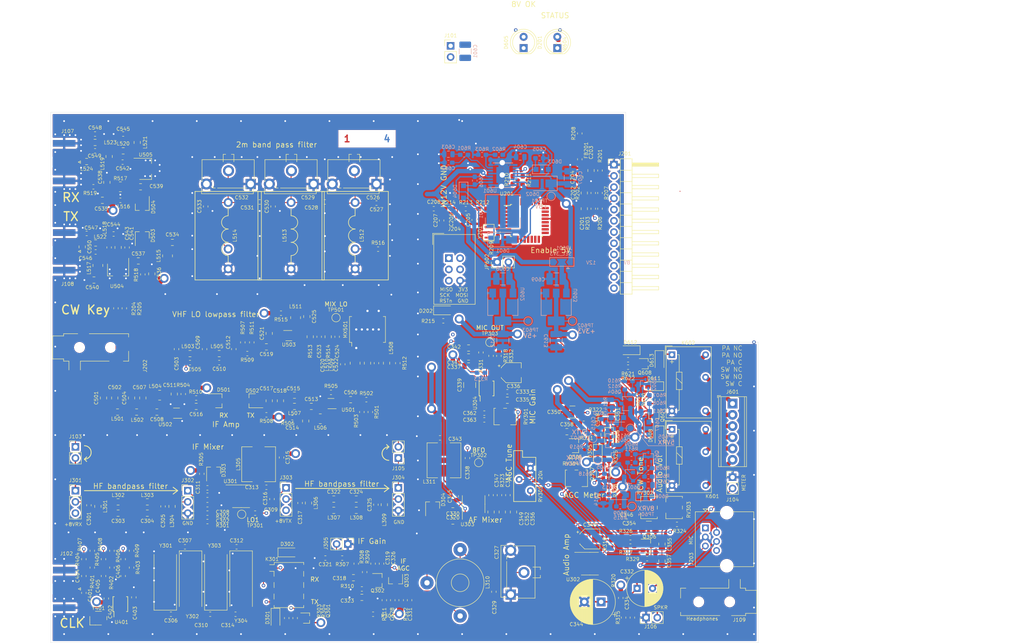
<source format=kicad_pcb>
(kicad_pcb (version 20171130) (host pcbnew 5.1.5)

  (general
    (thickness 1.6)
    (drawings 118)
    (tracks 1552)
    (zones 0)
    (modules 369)
    (nets 220)
  )

  (page A4)
  (layers
    (0 F.Cu signal)
    (1 In1.Cu signal)
    (2 In2.Cu signal)
    (31 B.Cu signal)
    (32 B.Adhes user hide)
    (33 F.Adhes user hide)
    (34 B.Paste user hide)
    (35 F.Paste user hide)
    (36 B.SilkS user hide)
    (37 F.SilkS user)
    (38 B.Mask user hide)
    (39 F.Mask user hide)
    (40 Dwgs.User user)
    (41 Cmts.User user hide)
    (42 Eco1.User user hide)
    (43 Eco2.User user hide)
    (44 Edge.Cuts user)
    (45 Margin user hide)
    (46 B.CrtYd user hide)
    (47 F.CrtYd user)
    (48 B.Fab user hide)
    (49 F.Fab user hide)
  )

  (setup
    (last_trace_width 0.2)
    (user_trace_width 0.2)
    (user_trace_width 0.3)
    (user_trace_width 1)
    (trace_clearance 0.2)
    (zone_clearance 0.8)
    (zone_45_only no)
    (trace_min 0.2)
    (via_size 0.8)
    (via_drill 0.4)
    (via_min_size 0.4)
    (via_min_drill 0.3)
    (user_via 0.8 0.4)
    (user_via 2 1.2)
    (uvia_size 0.3)
    (uvia_drill 0.1)
    (uvias_allowed no)
    (uvia_min_size 0.2)
    (uvia_min_drill 0.1)
    (edge_width 0.05)
    (segment_width 0.2)
    (pcb_text_width 0.3)
    (pcb_text_size 1.5 1.5)
    (mod_edge_width 0.1)
    (mod_text_size 0.8 0.8)
    (mod_text_width 0.1)
    (pad_size 1.524 1.524)
    (pad_drill 0.762)
    (pad_to_mask_clearance 0.051)
    (solder_mask_min_width 0.25)
    (aux_axis_origin 0 0)
    (visible_elements FFFFFF7F)
    (pcbplotparams
      (layerselection 0x010fc_ffffffff)
      (usegerberextensions false)
      (usegerberattributes false)
      (usegerberadvancedattributes false)
      (creategerberjobfile false)
      (excludeedgelayer true)
      (linewidth 0.100000)
      (plotframeref false)
      (viasonmask false)
      (mode 1)
      (useauxorigin false)
      (hpglpennumber 1)
      (hpglpenspeed 20)
      (hpglpendiameter 15.000000)
      (psnegative false)
      (psa4output false)
      (plotreference true)
      (plotvalue true)
      (plotinvisibletext false)
      (padsonsilk false)
      (subtractmaskfromsilk false)
      (outputformat 1)
      (mirror false)
      (drillshape 1)
      (scaleselection 1)
      (outputdirectory ""))
  )

  (net 0 "")
  (net 1 /Control/ENC_B)
  (net 2 GND)
  (net 3 /Control/ENC_A)
  (net 4 "Net-(C203-Pad2)")
  (net 5 +3V3)
  (net 6 "Net-(C205-Pad1)")
  (net 7 "Net-(C206-Pad1)")
  (net 8 "Net-(C207-Pad1)")
  (net 9 /Baseband/CW_TONE)
  (net 10 "Net-(C301-Pad2)")
  (net 11 "Net-(C302-Pad2)")
  (net 12 "Net-(C303-Pad2)")
  (net 13 "Net-(C304-Pad2)")
  (net 14 "Net-(C306-Pad2)")
  (net 15 "Net-(C307-Pad2)")
  (net 16 "Net-(C308-Pad2)")
  (net 17 "Net-(C308-Pad1)")
  (net 18 /Baseband/LO1)
  (net 19 "Net-(C309-Pad1)")
  (net 20 "Net-(C310-Pad2)")
  (net 21 "Net-(C311-Pad2)")
  (net 22 "Net-(C312-Pad2)")
  (net 23 "Net-(C313-Pad2)")
  (net 24 "Net-(C314-Pad2)")
  (net 25 +8V)
  (net 26 "Net-(C316-Pad2)")
  (net 27 "Net-(C316-Pad1)")
  (net 28 "Net-(C317-Pad2)")
  (net 29 "Net-(C318-Pad2)")
  (net 30 "Net-(C318-Pad1)")
  (net 31 /Baseband/CAG)
  (net 32 "Net-(C320-Pad2)")
  (net 33 "Net-(C320-Pad1)")
  (net 34 "Net-(C321-Pad1)")
  (net 35 "Net-(C322-Pad2)")
  (net 36 "Net-(C323-Pad2)")
  (net 37 "Net-(C324-Pad2)")
  (net 38 "Net-(C327-Pad2)")
  (net 39 "Net-(C328-Pad2)")
  (net 40 "Net-(C330-Pad2)")
  (net 41 "Net-(C330-Pad1)")
  (net 42 +8VRX)
  (net 43 /Baseband/SPKR)
  (net 44 "Net-(C332-Pad1)")
  (net 45 "Net-(C333-Pad2)")
  (net 46 "Net-(C333-Pad1)")
  (net 47 "Net-(C334-Pad2)")
  (net 48 "Net-(C336-Pad1)")
  (net 49 "Net-(C337-Pad2)")
  (net 50 "Net-(C337-Pad1)")
  (net 51 /Baseband/BFO)
  (net 52 "Net-(C338-Pad1)")
  (net 53 "Net-(C340-Pad2)")
  (net 54 "Net-(C340-Pad1)")
  (net 55 "Net-(C342-Pad2)")
  (net 56 "Net-(C344-Pad1)")
  (net 57 "Net-(C345-Pad2)")
  (net 58 "Net-(C346-Pad2)")
  (net 59 "Net-(C347-Pad2)")
  (net 60 "Net-(C347-Pad1)")
  (net 61 "Net-(C348-Pad2)")
  (net 62 "Net-(C348-Pad1)")
  (net 63 "Net-(C351-Pad1)")
  (net 64 "Net-(C352-Pad2)")
  (net 65 "Net-(C353-Pad1)")
  (net 66 "Net-(C354-Pad1)")
  (net 67 "Net-(C355-Pad2)")
  (net 68 "Net-(C355-Pad1)")
  (net 69 "Net-(C356-Pad2)")
  (net 70 "Net-(C358-Pad2)")
  (net 71 "Net-(C358-Pad1)")
  (net 72 "Net-(C401-Pad2)")
  (net 73 /Clock/REF_25MHz)
  (net 74 "Net-(C404-Pad2)")
  (net 75 "Net-(C404-Pad1)")
  (net 76 "Net-(C405-Pad2)")
  (net 77 "Net-(C405-Pad1)")
  (net 78 "Net-(C406-Pad2)")
  (net 79 "Net-(C406-Pad1)")
  (net 80 /HF_RX)
  (net 81 "Net-(C501-Pad1)")
  (net 82 /VHF_LO)
  (net 83 "Net-(C504-Pad1)")
  (net 84 "Net-(C505-Pad1)")
  (net 85 "Net-(C506-Pad2)")
  (net 86 "Net-(C506-Pad1)")
  (net 87 "Net-(C507-Pad1)")
  (net 88 "Net-(C508-Pad1)")
  (net 89 "Net-(C510-Pad1)")
  (net 90 "Net-(C511-Pad1)")
  (net 91 "Net-(C513-Pad2)")
  (net 92 "Net-(C513-Pad1)")
  (net 93 "Net-(C514-Pad1)")
  (net 94 "Net-(C516-Pad2)")
  (net 95 "Net-(C516-Pad1)")
  (net 96 "Net-(C517-Pad2)")
  (net 97 "Net-(C517-Pad1)")
  (net 98 "Net-(C519-Pad2)")
  (net 99 "Net-(C519-Pad1)")
  (net 100 "Net-(C520-Pad1)")
  (net 101 "Net-(C522-Pad2)")
  (net 102 "Net-(C522-Pad1)")
  (net 103 "Net-(C523-Pad2)")
  (net 104 "Net-(C523-Pad1)")
  (net 105 "Net-(C524-Pad2)")
  (net 106 "Net-(C524-Pad1)")
  (net 107 "Net-(C525-Pad1)")
  (net 108 "Net-(C526-Pad2)")
  (net 109 "Net-(C528-Pad2)")
  (net 110 "Net-(C531-Pad2)")
  (net 111 "Net-(C534-Pad2)")
  (net 112 "Net-(C534-Pad1)")
  (net 113 +5RX)
  (net 114 +5TX)
  (net 115 "Net-(C537-Pad2)")
  (net 116 "Net-(C537-Pad1)")
  (net 117 "Net-(C538-Pad2)")
  (net 118 "Net-(C539-Pad2)")
  (net 119 "Net-(C539-Pad1)")
  (net 120 "Net-(C541-Pad1)")
  (net 121 "Net-(C542-Pad2)")
  (net 122 "Net-(C542-Pad1)")
  (net 123 "Net-(C543-Pad1)")
  (net 124 "Net-(C545-Pad1)")
  (net 125 "Net-(C546-Pad1)")
  (net 126 "Net-(C548-Pad1)")
  (net 127 "Net-(C549-Pad2)")
  (net 128 "Net-(C549-Pad1)")
  (net 129 /VHF_TX)
  (net 130 +12V)
  (net 131 "Net-(C602-Pad1)")
  (net 132 "Net-(C603-Pad1)")
  (net 133 "Net-(C604-Pad1)")
  (net 134 "Net-(C605-Pad2)")
  (net 135 "Net-(C606-Pad2)")
  (net 136 "Net-(C606-Pad1)")
  (net 137 "Net-(C608-Pad1)")
  (net 138 "Net-(C609-Pad1)")
  (net 139 "Net-(C610-Pad2)")
  (net 140 "Net-(C611-Pad2)")
  (net 141 +5VA)
  (net 142 "Net-(C614-Pad1)")
  (net 143 "Net-(C615-Pad1)")
  (net 144 "Net-(D201-Pad2)")
  (net 145 /Control/D6_PWM)
  (net 146 /Control/RESETn)
  (net 147 "Net-(D301-Pad2)")
  (net 148 /Control/SEQ0n)
  (net 149 "Net-(D302-Pad1)")
  (net 150 "Net-(D603-Pad2)")
  (net 151 "Net-(D605-Pad1)")
  (net 152 "Net-(D608-Pad1)")
  (net 153 "Net-(D611-Pad2)")
  (net 154 /Control/SEQ2n)
  (net 155 /Baseband/METER)
  (net 156 /HF_TX)
  (net 157 /VHF_RX)
  (net 158 /Control/BTN0)
  (net 159 /Control/BTN1)
  (net 160 /Control/BTN2)
  (net 161 /Control/BTN3)
  (net 162 SDA)
  (net 163 SCL)
  (net 164 "Net-(J201-Pad4)")
  (net 165 "Net-(J201-Pad3)")
  (net 166 "Net-(J201-Pad2)")
  (net 167 "Net-(J202-PadT)")
  (net 168 "Net-(J202-PadR)")
  (net 169 /Control/MIC_SW2)
  (net 170 /Baseband/MIC)
  (net 171 /Control/MIC_SW1)
  (net 172 +8VTX)
  (net 173 "Net-(J601-Pad5)")
  (net 174 "Net-(J601-Pad4)")
  (net 175 "Net-(J601-Pad3)")
  (net 176 "Net-(J601-Pad2)")
  (net 177 "Net-(K301-Pad2)")
  (net 178 "Net-(K301-Pad4)")
  (net 179 "Net-(L512-Pad2)")
  (net 180 "Net-(L520-Pad2)")
  (net 181 "Net-(MX501-Pad3)")
  (net 182 "Net-(MX501-Pad6)")
  (net 183 "Net-(Q301-Pad1)")
  (net 184 "Net-(Q302-Pad3)")
  (net 185 "Net-(Q307-Pad2)")
  (net 186 "Net-(Q307-Pad1)")
  (net 187 "Net-(Q601-Pad3)")
  (net 188 "Net-(Q601-Pad1)")
  (net 189 "Net-(Q602-Pad3)")
  (net 190 "Net-(Q602-Pad1)")
  (net 191 "Net-(Q603-Pad1)")
  (net 192 "Net-(Q604-Pad1)")
  (net 193 "Net-(Q607-Pad1)")
  (net 194 /Control/ENC_BTN)
  (net 195 /Control/CW_INPUT)
  (net 196 /Control/XTAL1)
  (net 197 /Control/XTAL2)
  (net 198 /Control/D3_PWM)
  (net 199 /Baseband/CW_KEYn)
  (net 200 "Net-(R319-Pad1)")
  (net 201 "Net-(R324-Pad1)")
  (net 202 /Baseband/MUTE_SPKR)
  (net 203 "Net-(R602-Pad1)")
  (net 204 "Net-(U401-Pad3)")
  (net 205 /IF_RX)
  (net 206 /IF_TX)
  (net 207 /Control/SEQ1n)
  (net 208 "Net-(J106-Pad2)")
  (net 209 /AF_OUT)
  (net 210 "Net-(D612-Pad2)")
  (net 211 "Net-(Q608-Pad1)")
  (net 212 "Net-(C362-Pad2)")
  (net 213 "Net-(C362-Pad1)")
  (net 214 "Net-(D613-Pad1)")
  (net 215 "Net-(J601-Pad6)")
  (net 216 "Net-(J601-Pad1)")
  (net 217 /Baseband/MIC_SDn)
  (net 218 "Net-(R318-Pad2)")
  (net 219 "Net-(R332-Pad2)")

  (net_class Default "This is the default net class."
    (clearance 0.2)
    (trace_width 0.2)
    (via_dia 0.8)
    (via_drill 0.4)
    (uvia_dia 0.3)
    (uvia_drill 0.1)
    (add_net /AF_OUT)
    (add_net /Baseband/BFO)
    (add_net /Baseband/CAG)
    (add_net /Baseband/CW_KEYn)
    (add_net /Baseband/CW_TONE)
    (add_net /Baseband/LO1)
    (add_net /Baseband/METER)
    (add_net /Baseband/MIC)
    (add_net /Baseband/MIC_SDn)
    (add_net /Baseband/MUTE_SPKR)
    (add_net /Baseband/SPKR)
    (add_net /Clock/REF_25MHz)
    (add_net /Control/BTN0)
    (add_net /Control/BTN1)
    (add_net /Control/BTN2)
    (add_net /Control/BTN3)
    (add_net /Control/CW_INPUT)
    (add_net /Control/D3_PWM)
    (add_net /Control/D6_PWM)
    (add_net /Control/ENC_A)
    (add_net /Control/ENC_B)
    (add_net /Control/ENC_BTN)
    (add_net /Control/MIC_SW1)
    (add_net /Control/MIC_SW2)
    (add_net /Control/RESETn)
    (add_net /Control/SEQ0n)
    (add_net /Control/SEQ1n)
    (add_net /Control/SEQ2n)
    (add_net /Control/XTAL1)
    (add_net /Control/XTAL2)
    (add_net /HF_RX)
    (add_net /HF_TX)
    (add_net /IF_RX)
    (add_net /IF_TX)
    (add_net /VHF_LO)
    (add_net /VHF_RX)
    (add_net /VHF_TX)
    (add_net "Net-(C203-Pad2)")
    (add_net "Net-(C205-Pad1)")
    (add_net "Net-(C206-Pad1)")
    (add_net "Net-(C207-Pad1)")
    (add_net "Net-(C301-Pad2)")
    (add_net "Net-(C302-Pad2)")
    (add_net "Net-(C303-Pad2)")
    (add_net "Net-(C304-Pad2)")
    (add_net "Net-(C306-Pad2)")
    (add_net "Net-(C307-Pad2)")
    (add_net "Net-(C308-Pad1)")
    (add_net "Net-(C308-Pad2)")
    (add_net "Net-(C309-Pad1)")
    (add_net "Net-(C310-Pad2)")
    (add_net "Net-(C311-Pad2)")
    (add_net "Net-(C312-Pad2)")
    (add_net "Net-(C313-Pad2)")
    (add_net "Net-(C314-Pad2)")
    (add_net "Net-(C316-Pad1)")
    (add_net "Net-(C316-Pad2)")
    (add_net "Net-(C317-Pad2)")
    (add_net "Net-(C318-Pad1)")
    (add_net "Net-(C318-Pad2)")
    (add_net "Net-(C320-Pad1)")
    (add_net "Net-(C320-Pad2)")
    (add_net "Net-(C321-Pad1)")
    (add_net "Net-(C322-Pad2)")
    (add_net "Net-(C323-Pad2)")
    (add_net "Net-(C324-Pad2)")
    (add_net "Net-(C327-Pad2)")
    (add_net "Net-(C328-Pad2)")
    (add_net "Net-(C330-Pad1)")
    (add_net "Net-(C330-Pad2)")
    (add_net "Net-(C332-Pad1)")
    (add_net "Net-(C333-Pad1)")
    (add_net "Net-(C333-Pad2)")
    (add_net "Net-(C334-Pad2)")
    (add_net "Net-(C336-Pad1)")
    (add_net "Net-(C337-Pad1)")
    (add_net "Net-(C337-Pad2)")
    (add_net "Net-(C338-Pad1)")
    (add_net "Net-(C340-Pad1)")
    (add_net "Net-(C340-Pad2)")
    (add_net "Net-(C342-Pad2)")
    (add_net "Net-(C344-Pad1)")
    (add_net "Net-(C345-Pad2)")
    (add_net "Net-(C346-Pad2)")
    (add_net "Net-(C347-Pad1)")
    (add_net "Net-(C347-Pad2)")
    (add_net "Net-(C348-Pad1)")
    (add_net "Net-(C348-Pad2)")
    (add_net "Net-(C351-Pad1)")
    (add_net "Net-(C352-Pad2)")
    (add_net "Net-(C353-Pad1)")
    (add_net "Net-(C354-Pad1)")
    (add_net "Net-(C355-Pad1)")
    (add_net "Net-(C355-Pad2)")
    (add_net "Net-(C356-Pad2)")
    (add_net "Net-(C358-Pad1)")
    (add_net "Net-(C358-Pad2)")
    (add_net "Net-(C362-Pad1)")
    (add_net "Net-(C362-Pad2)")
    (add_net "Net-(C401-Pad2)")
    (add_net "Net-(C404-Pad1)")
    (add_net "Net-(C404-Pad2)")
    (add_net "Net-(C405-Pad1)")
    (add_net "Net-(C405-Pad2)")
    (add_net "Net-(C406-Pad1)")
    (add_net "Net-(C406-Pad2)")
    (add_net "Net-(C501-Pad1)")
    (add_net "Net-(C504-Pad1)")
    (add_net "Net-(C505-Pad1)")
    (add_net "Net-(C506-Pad1)")
    (add_net "Net-(C506-Pad2)")
    (add_net "Net-(C507-Pad1)")
    (add_net "Net-(C508-Pad1)")
    (add_net "Net-(C510-Pad1)")
    (add_net "Net-(C511-Pad1)")
    (add_net "Net-(C513-Pad1)")
    (add_net "Net-(C513-Pad2)")
    (add_net "Net-(C514-Pad1)")
    (add_net "Net-(C516-Pad1)")
    (add_net "Net-(C516-Pad2)")
    (add_net "Net-(C517-Pad1)")
    (add_net "Net-(C517-Pad2)")
    (add_net "Net-(C519-Pad1)")
    (add_net "Net-(C519-Pad2)")
    (add_net "Net-(C520-Pad1)")
    (add_net "Net-(C522-Pad1)")
    (add_net "Net-(C522-Pad2)")
    (add_net "Net-(C523-Pad1)")
    (add_net "Net-(C523-Pad2)")
    (add_net "Net-(C524-Pad1)")
    (add_net "Net-(C524-Pad2)")
    (add_net "Net-(C525-Pad1)")
    (add_net "Net-(C526-Pad2)")
    (add_net "Net-(C528-Pad2)")
    (add_net "Net-(C531-Pad2)")
    (add_net "Net-(C534-Pad1)")
    (add_net "Net-(C534-Pad2)")
    (add_net "Net-(C537-Pad1)")
    (add_net "Net-(C537-Pad2)")
    (add_net "Net-(C538-Pad2)")
    (add_net "Net-(C539-Pad1)")
    (add_net "Net-(C539-Pad2)")
    (add_net "Net-(C541-Pad1)")
    (add_net "Net-(C542-Pad1)")
    (add_net "Net-(C542-Pad2)")
    (add_net "Net-(C543-Pad1)")
    (add_net "Net-(C545-Pad1)")
    (add_net "Net-(C546-Pad1)")
    (add_net "Net-(C548-Pad1)")
    (add_net "Net-(C549-Pad1)")
    (add_net "Net-(C549-Pad2)")
    (add_net "Net-(C602-Pad1)")
    (add_net "Net-(C603-Pad1)")
    (add_net "Net-(C604-Pad1)")
    (add_net "Net-(C605-Pad2)")
    (add_net "Net-(C606-Pad1)")
    (add_net "Net-(C606-Pad2)")
    (add_net "Net-(C608-Pad1)")
    (add_net "Net-(C609-Pad1)")
    (add_net "Net-(C610-Pad2)")
    (add_net "Net-(C611-Pad2)")
    (add_net "Net-(C614-Pad1)")
    (add_net "Net-(C615-Pad1)")
    (add_net "Net-(D201-Pad2)")
    (add_net "Net-(D301-Pad2)")
    (add_net "Net-(D302-Pad1)")
    (add_net "Net-(D603-Pad2)")
    (add_net "Net-(D605-Pad1)")
    (add_net "Net-(D608-Pad1)")
    (add_net "Net-(D611-Pad2)")
    (add_net "Net-(D612-Pad2)")
    (add_net "Net-(D613-Pad1)")
    (add_net "Net-(J106-Pad2)")
    (add_net "Net-(J201-Pad2)")
    (add_net "Net-(J201-Pad3)")
    (add_net "Net-(J201-Pad4)")
    (add_net "Net-(J202-PadR)")
    (add_net "Net-(J202-PadT)")
    (add_net "Net-(J601-Pad1)")
    (add_net "Net-(J601-Pad2)")
    (add_net "Net-(J601-Pad3)")
    (add_net "Net-(J601-Pad4)")
    (add_net "Net-(J601-Pad5)")
    (add_net "Net-(J601-Pad6)")
    (add_net "Net-(K301-Pad2)")
    (add_net "Net-(K301-Pad4)")
    (add_net "Net-(L512-Pad2)")
    (add_net "Net-(L520-Pad2)")
    (add_net "Net-(MX501-Pad3)")
    (add_net "Net-(MX501-Pad6)")
    (add_net "Net-(Q301-Pad1)")
    (add_net "Net-(Q302-Pad3)")
    (add_net "Net-(Q307-Pad1)")
    (add_net "Net-(Q307-Pad2)")
    (add_net "Net-(Q601-Pad1)")
    (add_net "Net-(Q601-Pad3)")
    (add_net "Net-(Q602-Pad1)")
    (add_net "Net-(Q602-Pad3)")
    (add_net "Net-(Q603-Pad1)")
    (add_net "Net-(Q604-Pad1)")
    (add_net "Net-(Q607-Pad1)")
    (add_net "Net-(Q608-Pad1)")
    (add_net "Net-(R318-Pad2)")
    (add_net "Net-(R319-Pad1)")
    (add_net "Net-(R324-Pad1)")
    (add_net "Net-(R332-Pad2)")
    (add_net "Net-(R602-Pad1)")
    (add_net "Net-(U401-Pad3)")
    (add_net SCL)
    (add_net SDA)
  )

  (net_class Power ""
    (clearance 0.2)
    (trace_width 1)
    (via_dia 2)
    (via_drill 1.2)
    (uvia_dia 0.3)
    (uvia_drill 0.1)
    (add_net +12V)
    (add_net +3V3)
    (add_net +5RX)
    (add_net +5TX)
    (add_net +5VA)
    (add_net +8V)
    (add_net +8VRX)
    (add_net +8VTX)
    (add_net GND)
  )

  (module Inductor_SMD:L_1008_2520Metric (layer F.Cu) (tedit 5D4AF589) (tstamp 5E6B0CD6)
    (at 90.932 99.314)
    (descr "Inductor SMD 1008 (2520 Metric), square (rectangular) end terminal, IPC_7351 nominal, (Body size source: https://ecsxtal.com/store/pdf/ECS-MPI2520-SMD-POWER-INDUCTOR.pdf), generated with kicad-footprint-generator")
    (tags inductor)
    (path /5E4C0E28/5E533666)
    (attr smd)
    (fp_text reference L506 (at 0 2.032) (layer F.SilkS)
      (effects (font (size 0.8 0.8) (thickness 0.1)))
    )
    (fp_text value 470nH (at 0 2.05) (layer F.Fab)
      (effects (font (size 0.8 0.8) (thickness 0.1)))
    )
    (fp_text user %R (at 0 0) (layer F.Fab)
      (effects (font (size 0.8 0.8) (thickness 0.1)))
    )
    (fp_line (start 1.95 1.35) (end -1.95 1.35) (layer F.CrtYd) (width 0.05))
    (fp_line (start 1.95 -1.35) (end 1.95 1.35) (layer F.CrtYd) (width 0.05))
    (fp_line (start -1.95 -1.35) (end 1.95 -1.35) (layer F.CrtYd) (width 0.05))
    (fp_line (start -1.95 1.35) (end -1.95 -1.35) (layer F.CrtYd) (width 0.05))
    (fp_line (start -0.261252 1.11) (end 0.261252 1.11) (layer F.SilkS) (width 0.12))
    (fp_line (start -0.261252 -1.11) (end 0.261252 -1.11) (layer F.SilkS) (width 0.12))
    (fp_line (start 1.25 1) (end -1.25 1) (layer F.Fab) (width 0.1))
    (fp_line (start 1.25 -1) (end 1.25 1) (layer F.Fab) (width 0.1))
    (fp_line (start -1.25 -1) (end 1.25 -1) (layer F.Fab) (width 0.1))
    (fp_line (start -1.25 1) (end -1.25 -1) (layer F.Fab) (width 0.1))
    (pad 2 smd roundrect (at 1.075 0) (size 1.25 2.2) (layers F.Cu F.Paste F.Mask) (roundrect_rratio 0.2)
      (net 91 "Net-(C513-Pad2)"))
    (pad 1 smd roundrect (at -1.075 0) (size 1.25 2.2) (layers F.Cu F.Paste F.Mask) (roundrect_rratio 0.2)
      (net 93 "Net-(C514-Pad1)"))
    (model ${KISYS3DMOD}/Inductor_SMD.3dshapes/L_1008_2520Metric.wrl
      (at (xyz 0 0 0))
      (scale (xyz 1 1 1))
      (rotate (xyz 0 0 0))
    )
  )

  (module Package_SO:MSOP-10_3x3mm_P0.5mm (layer F.Cu) (tedit 5A02F25C) (tstamp 5E6830E4)
    (at 128.524 92.456 90)
    (descr "10-Lead Plastic Micro Small Outline Package (MS) [MSOP] (see Microchip Packaging Specification 00000049BS.pdf)")
    (tags "SSOP 0.5")
    (path /5E3088F9/5E691F62)
    (attr smd)
    (fp_text reference U304 (at -3.302 -2.6 90) (layer F.SilkS)
      (effects (font (size 0.8 0.8) (thickness 0.1)))
    )
    (fp_text value SSM2167 (at 0 2.6 90) (layer F.Fab)
      (effects (font (size 1 1) (thickness 0.15)))
    )
    (fp_text user %R (at 0 0 90) (layer F.Fab)
      (effects (font (size 0.8 0.8) (thickness 0.1)))
    )
    (fp_line (start -1.675 -1.45) (end -2.9 -1.45) (layer F.SilkS) (width 0.15))
    (fp_line (start -1.675 1.675) (end 1.675 1.675) (layer F.SilkS) (width 0.15))
    (fp_line (start -1.675 -1.675) (end 1.675 -1.675) (layer F.SilkS) (width 0.15))
    (fp_line (start -1.675 1.675) (end -1.675 1.375) (layer F.SilkS) (width 0.15))
    (fp_line (start 1.675 1.675) (end 1.675 1.375) (layer F.SilkS) (width 0.15))
    (fp_line (start 1.675 -1.675) (end 1.675 -1.375) (layer F.SilkS) (width 0.15))
    (fp_line (start -1.675 -1.675) (end -1.675 -1.45) (layer F.SilkS) (width 0.15))
    (fp_line (start -3.15 1.85) (end 3.15 1.85) (layer F.CrtYd) (width 0.05))
    (fp_line (start -3.15 -1.85) (end 3.15 -1.85) (layer F.CrtYd) (width 0.05))
    (fp_line (start 3.15 -1.85) (end 3.15 1.85) (layer F.CrtYd) (width 0.05))
    (fp_line (start -3.15 -1.85) (end -3.15 1.85) (layer F.CrtYd) (width 0.05))
    (fp_line (start -1.5 -0.5) (end -0.5 -1.5) (layer F.Fab) (width 0.15))
    (fp_line (start -1.5 1.5) (end -1.5 -0.5) (layer F.Fab) (width 0.15))
    (fp_line (start 1.5 1.5) (end -1.5 1.5) (layer F.Fab) (width 0.15))
    (fp_line (start 1.5 -1.5) (end 1.5 1.5) (layer F.Fab) (width 0.15))
    (fp_line (start -0.5 -1.5) (end 1.5 -1.5) (layer F.Fab) (width 0.15))
    (pad 10 smd rect (at 2.2 -1 90) (size 1.4 0.3) (layers F.Cu F.Paste F.Mask)
      (net 5 +3V3))
    (pad 9 smd rect (at 2.2 -0.5 90) (size 1.4 0.3) (layers F.Cu F.Paste F.Mask)
      (net 49 "Net-(C337-Pad2)"))
    (pad 8 smd rect (at 2.2 0 90) (size 1.4 0.3) (layers F.Cu F.Paste F.Mask)
      (net 218 "Net-(R318-Pad2)"))
    (pad 7 smd rect (at 2.2 0.5 90) (size 1.4 0.3) (layers F.Cu F.Paste F.Mask)
      (net 219 "Net-(R332-Pad2)"))
    (pad 6 smd rect (at 2.2 1 90) (size 1.4 0.3) (layers F.Cu F.Paste F.Mask)
      (net 48 "Net-(C336-Pad1)"))
    (pad 5 smd rect (at -2.2 1 90) (size 1.4 0.3) (layers F.Cu F.Paste F.Mask)
      (net 45 "Net-(C333-Pad2)"))
    (pad 4 smd rect (at -2.2 0.5 90) (size 1.4 0.3) (layers F.Cu F.Paste F.Mask)
      (net 212 "Net-(C362-Pad2)"))
    (pad 3 smd rect (at -2.2 0 90) (size 1.4 0.3) (layers F.Cu F.Paste F.Mask)
      (net 217 /Baseband/MIC_SDn))
    (pad 2 smd rect (at -2.2 -0.5 90) (size 1.4 0.3) (layers F.Cu F.Paste F.Mask)
      (net 213 "Net-(C362-Pad1)"))
    (pad 1 smd rect (at -2.2 -1 90) (size 1.4 0.3) (layers F.Cu F.Paste F.Mask)
      (net 2 GND))
    (model ${KISYS3DMOD}/Package_SO.3dshapes/MSOP-10_3x3mm_P0.5mm.wrl
      (at (xyz 0 0 0))
      (scale (xyz 1 1 1))
      (rotate (xyz 0 0 0))
    )
  )

  (module TestPoint:TestPoint_Pad_D1.5mm (layer F.Cu) (tedit 5A0F774F) (tstamp 5E6B52AC)
    (at 129.286 82.042 90)
    (descr "SMD pad as test Point, diameter 1.5mm")
    (tags "test point SMD pad")
    (path /5E3088F9/5EED9F23)
    (attr virtual)
    (fp_text reference TP303 (at 2.032 0) (layer F.SilkS)
      (effects (font (size 0.8 0.8) (thickness 0.1)))
    )
    (fp_text value "MIC OUT" (at 3.302 0 180) (layer F.SilkS)
      (effects (font (size 1 1) (thickness 0.15)))
    )
    (fp_circle (center 0 0) (end 0 0.95) (layer F.SilkS) (width 0.12))
    (fp_circle (center 0 0) (end 1.25 0) (layer F.CrtYd) (width 0.05))
    (fp_text user %R (at 0 -1.65 90) (layer F.Fab)
      (effects (font (size 0.8 0.8) (thickness 0.1)))
    )
    (pad 1 smd circle (at 0 0 90) (size 1.5 1.5) (layers F.Cu F.Mask)
      (net 50 "Net-(C337-Pad1)"))
  )

  (module Resistor_SMD:R_0603_1608Metric_Pad1.05x0.95mm_HandSolder (layer F.Cu) (tedit 5B301BBD) (tstamp 5E682827)
    (at 131.318 85.09 270)
    (descr "Resistor SMD 0603 (1608 Metric), square (rectangular) end terminal, IPC_7351 nominal with elongated pad for handsoldering. (Body size source: http://www.tortai-tech.com/upload/download/2011102023233369053.pdf), generated with kicad-footprint-generator")
    (tags "resistor handsolder")
    (path /5E3088F9/5EA588A6)
    (attr smd)
    (fp_text reference R332 (at 0 -2.794 90) (layer F.SilkS)
      (effects (font (size 0.8 0.8) (thickness 0.1)))
    )
    (fp_text value 2k (at 0 1.43 90) (layer F.Fab)
      (effects (font (size 1 1) (thickness 0.15)))
    )
    (fp_text user %R (at 0 0 90) (layer F.Fab)
      (effects (font (size 0.8 0.8) (thickness 0.1)))
    )
    (fp_line (start 1.65 0.73) (end -1.65 0.73) (layer F.CrtYd) (width 0.05))
    (fp_line (start 1.65 -0.73) (end 1.65 0.73) (layer F.CrtYd) (width 0.05))
    (fp_line (start -1.65 -0.73) (end 1.65 -0.73) (layer F.CrtYd) (width 0.05))
    (fp_line (start -1.65 0.73) (end -1.65 -0.73) (layer F.CrtYd) (width 0.05))
    (fp_line (start -0.171267 0.51) (end 0.171267 0.51) (layer F.SilkS) (width 0.12))
    (fp_line (start -0.171267 -0.51) (end 0.171267 -0.51) (layer F.SilkS) (width 0.12))
    (fp_line (start 0.8 0.4) (end -0.8 0.4) (layer F.Fab) (width 0.1))
    (fp_line (start 0.8 -0.4) (end 0.8 0.4) (layer F.Fab) (width 0.1))
    (fp_line (start -0.8 -0.4) (end 0.8 -0.4) (layer F.Fab) (width 0.1))
    (fp_line (start -0.8 0.4) (end -0.8 -0.4) (layer F.Fab) (width 0.1))
    (pad 2 smd roundrect (at 0.875 0 270) (size 1.05 0.95) (layers F.Cu F.Paste F.Mask) (roundrect_rratio 0.25)
      (net 219 "Net-(R332-Pad2)"))
    (pad 1 smd roundrect (at -0.875 0 270) (size 1.05 0.95) (layers F.Cu F.Paste F.Mask) (roundrect_rratio 0.25)
      (net 5 +3V3))
    (model ${KISYS3DMOD}/Resistor_SMD.3dshapes/R_0603_1608Metric.wrl
      (at (xyz 0 0 0))
      (scale (xyz 1 1 1))
      (rotate (xyz 0 0 0))
    )
  )

  (module Resistor_SMD:R_0603_1608Metric_Pad1.05x0.95mm_HandSolder (layer F.Cu) (tedit 5B301BBD) (tstamp 5E682816)
    (at 127.254 84.328 90)
    (descr "Resistor SMD 0603 (1608 Metric), square (rectangular) end terminal, IPC_7351 nominal with elongated pad for handsoldering. (Body size source: http://www.tortai-tech.com/upload/download/2011102023233369053.pdf), generated with kicad-footprint-generator")
    (tags "resistor handsolder")
    (path /5E3088F9/5E9D9320)
    (attr smd)
    (fp_text reference R331 (at -3.048 0 90) (layer F.SilkS)
      (effects (font (size 0.8 0.8) (thickness 0.1)))
    )
    (fp_text value 10k (at 0 1.43 90) (layer F.Fab)
      (effects (font (size 1 1) (thickness 0.15)))
    )
    (fp_text user %R (at 0 0 90) (layer F.Fab)
      (effects (font (size 0.8 0.8) (thickness 0.1)))
    )
    (fp_line (start 1.65 0.73) (end -1.65 0.73) (layer F.CrtYd) (width 0.05))
    (fp_line (start 1.65 -0.73) (end 1.65 0.73) (layer F.CrtYd) (width 0.05))
    (fp_line (start -1.65 -0.73) (end 1.65 -0.73) (layer F.CrtYd) (width 0.05))
    (fp_line (start -1.65 0.73) (end -1.65 -0.73) (layer F.CrtYd) (width 0.05))
    (fp_line (start -0.171267 0.51) (end 0.171267 0.51) (layer F.SilkS) (width 0.12))
    (fp_line (start -0.171267 -0.51) (end 0.171267 -0.51) (layer F.SilkS) (width 0.12))
    (fp_line (start 0.8 0.4) (end -0.8 0.4) (layer F.Fab) (width 0.1))
    (fp_line (start 0.8 -0.4) (end 0.8 0.4) (layer F.Fab) (width 0.1))
    (fp_line (start -0.8 -0.4) (end 0.8 -0.4) (layer F.Fab) (width 0.1))
    (fp_line (start -0.8 0.4) (end -0.8 -0.4) (layer F.Fab) (width 0.1))
    (pad 2 smd roundrect (at 0.875 0 90) (size 1.05 0.95) (layers F.Cu F.Paste F.Mask) (roundrect_rratio 0.25)
      (net 55 "Net-(C342-Pad2)"))
    (pad 1 smd roundrect (at -0.875 0 90) (size 1.05 0.95) (layers F.Cu F.Paste F.Mask) (roundrect_rratio 0.25)
      (net 50 "Net-(C337-Pad1)"))
    (model ${KISYS3DMOD}/Resistor_SMD.3dshapes/R_0603_1608Metric.wrl
      (at (xyz 0 0 0))
      (scale (xyz 1 1 1))
      (rotate (xyz 0 0 0))
    )
  )

  (module Package_TO_SOT_SMD:SOT-323_SC-70 (layer F.Cu) (tedit 5A02FF57) (tstamp 5E6822F5)
    (at 164.338 86.868)
    (descr "SOT-323, SC-70")
    (tags "SOT-323 SC-70")
    (path /5E2DC494/5EE45DE4)
    (attr smd)
    (fp_text reference Q608 (at -0.05 2.032) (layer F.SilkS)
      (effects (font (size 0.8 0.8) (thickness 0.1)))
    )
    (fp_text value BC856W (at -0.05 2.05) (layer F.Fab)
      (effects (font (size 1 1) (thickness 0.15)))
    )
    (fp_line (start -0.18 -1.1) (end -0.68 -0.6) (layer F.Fab) (width 0.1))
    (fp_line (start 0.67 1.1) (end -0.68 1.1) (layer F.Fab) (width 0.1))
    (fp_line (start 0.67 -1.1) (end 0.67 1.1) (layer F.Fab) (width 0.1))
    (fp_line (start -0.68 -0.6) (end -0.68 1.1) (layer F.Fab) (width 0.1))
    (fp_line (start 0.67 -1.1) (end -0.18 -1.1) (layer F.Fab) (width 0.1))
    (fp_line (start -0.68 1.16) (end 0.73 1.16) (layer F.SilkS) (width 0.12))
    (fp_line (start 0.73 -1.16) (end -1.3 -1.16) (layer F.SilkS) (width 0.12))
    (fp_line (start -1.7 1.3) (end -1.7 -1.3) (layer F.CrtYd) (width 0.05))
    (fp_line (start -1.7 -1.3) (end 1.7 -1.3) (layer F.CrtYd) (width 0.05))
    (fp_line (start 1.7 -1.3) (end 1.7 1.3) (layer F.CrtYd) (width 0.05))
    (fp_line (start 1.7 1.3) (end -1.7 1.3) (layer F.CrtYd) (width 0.05))
    (fp_line (start 0.73 -1.16) (end 0.73 -0.5) (layer F.SilkS) (width 0.12))
    (fp_line (start 0.73 0.5) (end 0.73 1.16) (layer F.SilkS) (width 0.12))
    (fp_text user %R (at 0 0 -270) (layer F.Fab)
      (effects (font (size 0.8 0.8) (thickness 0.1)))
    )
    (pad 3 smd rect (at 1 0 270) (size 0.45 0.7) (layers F.Cu F.Paste F.Mask)
      (net 214 "Net-(D613-Pad1)"))
    (pad 2 smd rect (at -1 0.65 270) (size 0.45 0.7) (layers F.Cu F.Paste F.Mask)
      (net 141 +5VA))
    (pad 1 smd rect (at -1 -0.65 270) (size 0.45 0.7) (layers F.Cu F.Paste F.Mask)
      (net 211 "Net-(Q608-Pad1)"))
    (model ${KISYS3DMOD}/Package_TO_SOT_SMD.3dshapes/SOT-323_SC-70.wrl
      (at (xyz 0 0 0))
      (scale (xyz 1 1 1))
      (rotate (xyz 0 0 0))
    )
  )

  (module Relay_THT:Relay_SPDT_Omron_G6E (layer F.Cu) (tedit 5A57DE62) (tstamp 5E6B6FCA)
    (at 170.434 84.836)
    (descr "Relay SPDT Omron Serie G6E")
    (tags "Relay SPDT Omron Serie G6E 1x um")
    (path /5E2DC494/5EDA8975)
    (fp_text reference K602 (at 3.7 -2.7 180) (layer F.SilkS)
      (effects (font (size 0.8 0.8) (thickness 0.1)))
    )
    (fp_text value "G6E-134P-US DC12" (at 3.6 15.5 180) (layer F.Fab)
      (effects (font (size 1 1) (thickness 0.15)))
    )
    (fp_line (start -1.45 14.45) (end -1.45 -1.95) (layer F.CrtYd) (width 0.05))
    (fp_line (start -1.45 14.45) (end 9.05 14.45) (layer F.CrtYd) (width 0.05))
    (fp_line (start 9.05 -1.95) (end -1.45 -1.95) (layer F.CrtYd) (width 0.05))
    (fp_line (start 9.05 -1.95) (end 9.05 14.45) (layer F.CrtYd) (width 0.05))
    (fp_line (start 1.016 7.874) (end 1.016 3.937) (layer F.SilkS) (width 0.12))
    (fp_line (start 2.286 7.874) (end 1.016 7.874) (layer F.SilkS) (width 0.12))
    (fp_line (start 2.286 3.937) (end 2.286 7.874) (layer F.SilkS) (width 0.12))
    (fp_line (start 1.016 3.937) (end 2.286 3.937) (layer F.SilkS) (width 0.12))
    (fp_line (start 1.143 5.334) (end 2.286 6.477) (layer F.SilkS) (width 0.12))
    (fp_line (start 1.651 12.573) (end 1.397 12.573) (layer F.SilkS) (width 0.12))
    (fp_line (start 1.651 7.874) (end 1.651 12.573) (layer F.SilkS) (width 0.12))
    (fp_line (start 1.651 0) (end 1.27 0) (layer F.SilkS) (width 0.12))
    (fp_line (start 1.651 3.81) (end 1.651 0) (layer F.SilkS) (width 0.12))
    (fp_line (start 8.8 -1.7) (end -1.2 -1.7) (layer F.Fab) (width 0.12))
    (fp_line (start 8.8 14.2) (end 8.8 -1.7) (layer F.Fab) (width 0.12))
    (fp_line (start -1.2 14.2) (end 8.8 14.2) (layer F.Fab) (width 0.12))
    (fp_line (start -1.2 -1.7) (end -1.2 14.2) (layer F.Fab) (width 0.12))
    (fp_line (start -1.3 -1.8) (end 8.9 -1.8) (layer F.SilkS) (width 0.12))
    (fp_line (start -1.3 14.3) (end -1.3 -1.8) (layer F.SilkS) (width 0.12))
    (fp_line (start 8.9 14.3) (end -1.3 14.3) (layer F.SilkS) (width 0.12))
    (fp_line (start 8.9 -1.8) (end 8.9 14.3) (layer F.SilkS) (width 0.12))
    (fp_line (start 0 1.2) (end 0 2) (layer F.SilkS) (width 0.12))
    (fp_line (start 0.4 1.6) (end -0.4 1.6) (layer F.SilkS) (width 0.12))
    (fp_text user %R (at 3.81 6.35) (layer F.Fab)
      (effects (font (size 0.8 0.8) (thickness 0.1)))
    )
    (fp_line (start -1.5 0) (end -1.5 -2) (layer F.SilkS) (width 0.12))
    (fp_line (start -1.5 -2) (end 0.1 -2) (layer F.SilkS) (width 0.12))
    (pad 7 thru_hole circle (at 7.62 12.7 270) (size 1.50114 1.50114) (drill 0.8001) (layers *.Cu *.Mask)
      (net 175 "Net-(J601-Pad3)"))
    (pad 6 thru_hole circle (at 0 12.7 270) (size 1.50114 1.50114) (drill 0.8001) (layers *.Cu *.Mask)
      (net 2 GND))
    (pad 10 thru_hole circle (at 7.62 5.08 270) (size 1.50114 1.50114) (drill 0.8001) (layers *.Cu *.Mask)
      (net 216 "Net-(J601-Pad1)"))
    (pad 12 thru_hole circle (at 7.62 0 270) (size 1.50114 1.50114) (drill 0.8001) (layers *.Cu *.Mask)
      (net 176 "Net-(J601-Pad2)"))
    (pad 1 thru_hole rect (at 0 0 270) (size 1.50114 1.50114) (drill 0.8001) (layers *.Cu *.Mask)
      (net 214 "Net-(D613-Pad1)"))
    (model ${KISYS3DMOD}/Relay_THT.3dshapes/Relay_SPDT_Omron_G6E.wrl
      (at (xyz 0 0 0))
      (scale (xyz 1 1 1))
      (rotate (xyz 0 0 0))
    )
  )

  (module Relay_THT:Relay_SPDT_Omron_G6E (layer F.Cu) (tedit 5A57DE62) (tstamp 5E681BA3)
    (at 170.453 101.711)
    (descr "Relay SPDT Omron Serie G6E")
    (tags "Relay SPDT Omron Serie G6E 1x um")
    (path /5E2DC494/5EDA58AF)
    (fp_text reference K601 (at 9.125 15.129) (layer F.SilkS)
      (effects (font (size 0.8 0.8) (thickness 0.1)))
    )
    (fp_text value "G6E-134P-US DC12" (at 3.6 15.5 180) (layer F.Fab)
      (effects (font (size 1 1) (thickness 0.15)))
    )
    (fp_line (start -1.45 14.45) (end -1.45 -1.95) (layer F.CrtYd) (width 0.05))
    (fp_line (start -1.45 14.45) (end 9.05 14.45) (layer F.CrtYd) (width 0.05))
    (fp_line (start 9.05 -1.95) (end -1.45 -1.95) (layer F.CrtYd) (width 0.05))
    (fp_line (start 9.05 -1.95) (end 9.05 14.45) (layer F.CrtYd) (width 0.05))
    (fp_line (start 1.016 7.874) (end 1.016 3.937) (layer F.SilkS) (width 0.12))
    (fp_line (start 2.286 7.874) (end 1.016 7.874) (layer F.SilkS) (width 0.12))
    (fp_line (start 2.286 3.937) (end 2.286 7.874) (layer F.SilkS) (width 0.12))
    (fp_line (start 1.016 3.937) (end 2.286 3.937) (layer F.SilkS) (width 0.12))
    (fp_line (start 1.143 5.334) (end 2.286 6.477) (layer F.SilkS) (width 0.12))
    (fp_line (start 1.651 12.573) (end 1.397 12.573) (layer F.SilkS) (width 0.12))
    (fp_line (start 1.651 7.874) (end 1.651 12.573) (layer F.SilkS) (width 0.12))
    (fp_line (start 1.651 0) (end 1.27 0) (layer F.SilkS) (width 0.12))
    (fp_line (start 1.651 3.81) (end 1.651 0) (layer F.SilkS) (width 0.12))
    (fp_line (start 8.8 -1.7) (end -1.2 -1.7) (layer F.Fab) (width 0.12))
    (fp_line (start 8.8 14.2) (end 8.8 -1.7) (layer F.Fab) (width 0.12))
    (fp_line (start -1.2 14.2) (end 8.8 14.2) (layer F.Fab) (width 0.12))
    (fp_line (start -1.2 -1.7) (end -1.2 14.2) (layer F.Fab) (width 0.12))
    (fp_line (start -1.3 -1.8) (end 8.9 -1.8) (layer F.SilkS) (width 0.12))
    (fp_line (start -1.3 14.3) (end -1.3 -1.8) (layer F.SilkS) (width 0.12))
    (fp_line (start 8.9 14.3) (end -1.3 14.3) (layer F.SilkS) (width 0.12))
    (fp_line (start 8.9 -1.8) (end 8.9 14.3) (layer F.SilkS) (width 0.12))
    (fp_line (start 0 1.2) (end 0 2) (layer F.SilkS) (width 0.12))
    (fp_line (start 0.4 1.6) (end -0.4 1.6) (layer F.SilkS) (width 0.12))
    (fp_text user %R (at 3.81 6.35) (layer F.Fab)
      (effects (font (size 0.8 0.8) (thickness 0.1)))
    )
    (fp_line (start -1.5 0) (end -1.5 -2) (layer F.SilkS) (width 0.12))
    (fp_line (start -1.5 -2) (end 0.1 -2) (layer F.SilkS) (width 0.12))
    (pad 7 thru_hole circle (at 7.62 12.7 270) (size 1.50114 1.50114) (drill 0.8001) (layers *.Cu *.Mask)
      (net 215 "Net-(J601-Pad6)"))
    (pad 6 thru_hole circle (at 0 12.7 270) (size 1.50114 1.50114) (drill 0.8001) (layers *.Cu *.Mask)
      (net 2 GND))
    (pad 10 thru_hole circle (at 7.62 5.08 270) (size 1.50114 1.50114) (drill 0.8001) (layers *.Cu *.Mask)
      (net 174 "Net-(J601-Pad4)"))
    (pad 12 thru_hole circle (at 7.62 0 270) (size 1.50114 1.50114) (drill 0.8001) (layers *.Cu *.Mask)
      (net 173 "Net-(J601-Pad5)"))
    (pad 1 thru_hole rect (at 0 0 270) (size 1.50114 1.50114) (drill 0.8001) (layers *.Cu *.Mask)
      (net 152 "Net-(D608-Pad1)"))
    (model ${KISYS3DMOD}/Relay_THT.3dshapes/Relay_SPDT_Omron_G6E.wrl
      (at (xyz 0 0 0))
      (scale (xyz 1 1 1))
      (rotate (xyz 0 0 0))
    )
  )

  (module Diode_SMD:D_SOD-123F (layer F.Cu) (tedit 587F7769) (tstamp 5E681572)
    (at 167.64 86.106 270)
    (descr D_SOD-123F)
    (tags D_SOD-123F)
    (path /5E2DC494/5EDDD4E8)
    (attr smd)
    (fp_text reference D613 (at 0 1.778 90) (layer F.SilkS)
      (effects (font (size 0.8 0.8) (thickness 0.1)))
    )
    (fp_text value 1N4148W (at 0 2.1 90) (layer F.Fab)
      (effects (font (size 1 1) (thickness 0.15)))
    )
    (fp_line (start -2.2 -1) (end 1.65 -1) (layer F.SilkS) (width 0.12))
    (fp_line (start -2.2 1) (end 1.65 1) (layer F.SilkS) (width 0.12))
    (fp_line (start -2.2 -1.15) (end -2.2 1.15) (layer F.CrtYd) (width 0.05))
    (fp_line (start 2.2 1.15) (end -2.2 1.15) (layer F.CrtYd) (width 0.05))
    (fp_line (start 2.2 -1.15) (end 2.2 1.15) (layer F.CrtYd) (width 0.05))
    (fp_line (start -2.2 -1.15) (end 2.2 -1.15) (layer F.CrtYd) (width 0.05))
    (fp_line (start -1.4 -0.9) (end 1.4 -0.9) (layer F.Fab) (width 0.1))
    (fp_line (start 1.4 -0.9) (end 1.4 0.9) (layer F.Fab) (width 0.1))
    (fp_line (start 1.4 0.9) (end -1.4 0.9) (layer F.Fab) (width 0.1))
    (fp_line (start -1.4 0.9) (end -1.4 -0.9) (layer F.Fab) (width 0.1))
    (fp_line (start -0.75 0) (end -0.35 0) (layer F.Fab) (width 0.1))
    (fp_line (start -0.35 0) (end -0.35 -0.55) (layer F.Fab) (width 0.1))
    (fp_line (start -0.35 0) (end -0.35 0.55) (layer F.Fab) (width 0.1))
    (fp_line (start -0.35 0) (end 0.25 -0.4) (layer F.Fab) (width 0.1))
    (fp_line (start 0.25 -0.4) (end 0.25 0.4) (layer F.Fab) (width 0.1))
    (fp_line (start 0.25 0.4) (end -0.35 0) (layer F.Fab) (width 0.1))
    (fp_line (start 0.25 0) (end 0.75 0) (layer F.Fab) (width 0.1))
    (fp_line (start -2.2 -1) (end -2.2 1) (layer F.SilkS) (width 0.12))
    (fp_text user %R (at -0.127 -1.905 90) (layer F.Fab)
      (effects (font (size 0.8 0.8) (thickness 0.1)))
    )
    (pad 2 smd rect (at 1.4 0 270) (size 1.1 1.1) (layers F.Cu F.Paste F.Mask)
      (net 2 GND))
    (pad 1 smd rect (at -1.4 0 270) (size 1.1 1.1) (layers F.Cu F.Paste F.Mask)
      (net 214 "Net-(D613-Pad1)"))
    (model ${KISYS3DMOD}/Diode_SMD.3dshapes/D_SOD-123F.wrl
      (at (xyz 0 0 0))
      (scale (xyz 1 1 1))
      (rotate (xyz 0 0 0))
    )
  )

  (module Capacitor_SMD:C_0603_1608Metric_Pad1.05x0.95mm_HandSolder (layer F.Cu) (tedit 5B301BBE) (tstamp 5E6807DD)
    (at 128.016 99.568)
    (descr "Capacitor SMD 0603 (1608 Metric), square (rectangular) end terminal, IPC_7351 nominal with elongated pad for handsoldering. (Body size source: http://www.tortai-tech.com/upload/download/2011102023233369053.pdf), generated with kicad-footprint-generator")
    (tags "capacitor handsolder")
    (path /5E3088F9/5E8F6AE0)
    (attr smd)
    (fp_text reference C363 (at -3.302 0) (layer F.SilkS)
      (effects (font (size 0.8 0.8) (thickness 0.1)))
    )
    (fp_text value "DNF (470nF)" (at 0 1.43) (layer F.Fab)
      (effects (font (size 1 1) (thickness 0.15)))
    )
    (fp_text user %R (at 0 0) (layer F.Fab)
      (effects (font (size 0.8 0.8) (thickness 0.1)))
    )
    (fp_line (start 1.65 0.73) (end -1.65 0.73) (layer F.CrtYd) (width 0.05))
    (fp_line (start 1.65 -0.73) (end 1.65 0.73) (layer F.CrtYd) (width 0.05))
    (fp_line (start -1.65 -0.73) (end 1.65 -0.73) (layer F.CrtYd) (width 0.05))
    (fp_line (start -1.65 0.73) (end -1.65 -0.73) (layer F.CrtYd) (width 0.05))
    (fp_line (start -0.171267 0.51) (end 0.171267 0.51) (layer F.SilkS) (width 0.12))
    (fp_line (start -0.171267 -0.51) (end 0.171267 -0.51) (layer F.SilkS) (width 0.12))
    (fp_line (start 0.8 0.4) (end -0.8 0.4) (layer F.Fab) (width 0.1))
    (fp_line (start 0.8 -0.4) (end 0.8 0.4) (layer F.Fab) (width 0.1))
    (fp_line (start -0.8 -0.4) (end 0.8 -0.4) (layer F.Fab) (width 0.1))
    (fp_line (start -0.8 0.4) (end -0.8 -0.4) (layer F.Fab) (width 0.1))
    (pad 2 smd roundrect (at 0.875 0) (size 1.05 0.95) (layers F.Cu F.Paste F.Mask) (roundrect_rratio 0.25)
      (net 2 GND))
    (pad 1 smd roundrect (at -0.875 0) (size 1.05 0.95) (layers F.Cu F.Paste F.Mask) (roundrect_rratio 0.25)
      (net 213 "Net-(C362-Pad1)"))
    (model ${KISYS3DMOD}/Capacitor_SMD.3dshapes/C_0603_1608Metric.wrl
      (at (xyz 0 0 0))
      (scale (xyz 1 1 1))
      (rotate (xyz 0 0 0))
    )
  )

  (module Capacitor_SMD:C_0603_1608Metric_Pad1.05x0.95mm_HandSolder (layer F.Cu) (tedit 5B301BBE) (tstamp 5E6807CC)
    (at 128.016 98.044)
    (descr "Capacitor SMD 0603 (1608 Metric), square (rectangular) end terminal, IPC_7351 nominal with elongated pad for handsoldering. (Body size source: http://www.tortai-tech.com/upload/download/2011102023233369053.pdf), generated with kicad-footprint-generator")
    (tags "capacitor handsolder")
    (path /5E3088F9/5E8C11EF)
    (attr smd)
    (fp_text reference C362 (at -3.302 0) (layer F.SilkS)
      (effects (font (size 0.8 0.8) (thickness 0.1)))
    )
    (fp_text value 0.1uF-10uF (at 0 1.43) (layer F.Fab)
      (effects (font (size 1 1) (thickness 0.15)))
    )
    (fp_text user %R (at 0 0) (layer F.Fab)
      (effects (font (size 0.8 0.8) (thickness 0.1)))
    )
    (fp_line (start 1.65 0.73) (end -1.65 0.73) (layer F.CrtYd) (width 0.05))
    (fp_line (start 1.65 -0.73) (end 1.65 0.73) (layer F.CrtYd) (width 0.05))
    (fp_line (start -1.65 -0.73) (end 1.65 -0.73) (layer F.CrtYd) (width 0.05))
    (fp_line (start -1.65 0.73) (end -1.65 -0.73) (layer F.CrtYd) (width 0.05))
    (fp_line (start -0.171267 0.51) (end 0.171267 0.51) (layer F.SilkS) (width 0.12))
    (fp_line (start -0.171267 -0.51) (end 0.171267 -0.51) (layer F.SilkS) (width 0.12))
    (fp_line (start 0.8 0.4) (end -0.8 0.4) (layer F.Fab) (width 0.1))
    (fp_line (start 0.8 -0.4) (end 0.8 0.4) (layer F.Fab) (width 0.1))
    (fp_line (start -0.8 -0.4) (end 0.8 -0.4) (layer F.Fab) (width 0.1))
    (fp_line (start -0.8 0.4) (end -0.8 -0.4) (layer F.Fab) (width 0.1))
    (pad 2 smd roundrect (at 0.875 0) (size 1.05 0.95) (layers F.Cu F.Paste F.Mask) (roundrect_rratio 0.25)
      (net 212 "Net-(C362-Pad2)"))
    (pad 1 smd roundrect (at -0.875 0) (size 1.05 0.95) (layers F.Cu F.Paste F.Mask) (roundrect_rratio 0.25)
      (net 213 "Net-(C362-Pad1)"))
    (model ${KISYS3DMOD}/Capacitor_SMD.3dshapes/C_0603_1608Metric.wrl
      (at (xyz 0 0 0))
      (scale (xyz 1 1 1))
      (rotate (xyz 0 0 0))
    )
  )

  (module Diode_SMD:D_SOD-123F (layer F.Cu) (tedit 587F7769) (tstamp 5E65AA9B)
    (at 161.036 83.82 180)
    (descr D_SOD-123F)
    (tags D_SOD-123F)
    (path /5E2DC494/5E66CC0F)
    (attr smd)
    (fp_text reference D612 (at 0 1.778) (layer F.SilkS)
      (effects (font (size 0.8 0.8) (thickness 0.1)))
    )
    (fp_text value 1N4148W (at 0 2.1) (layer F.Fab)
      (effects (font (size 0.8 0.8) (thickness 0.1)))
    )
    (fp_line (start -2.2 -1) (end 1.65 -1) (layer F.SilkS) (width 0.12))
    (fp_line (start -2.2 1) (end 1.65 1) (layer F.SilkS) (width 0.12))
    (fp_line (start -2.2 -1.15) (end -2.2 1.15) (layer F.CrtYd) (width 0.05))
    (fp_line (start 2.2 1.15) (end -2.2 1.15) (layer F.CrtYd) (width 0.05))
    (fp_line (start 2.2 -1.15) (end 2.2 1.15) (layer F.CrtYd) (width 0.05))
    (fp_line (start -2.2 -1.15) (end 2.2 -1.15) (layer F.CrtYd) (width 0.05))
    (fp_line (start -1.4 -0.9) (end 1.4 -0.9) (layer F.Fab) (width 0.1))
    (fp_line (start 1.4 -0.9) (end 1.4 0.9) (layer F.Fab) (width 0.1))
    (fp_line (start 1.4 0.9) (end -1.4 0.9) (layer F.Fab) (width 0.1))
    (fp_line (start -1.4 0.9) (end -1.4 -0.9) (layer F.Fab) (width 0.1))
    (fp_line (start -0.75 0) (end -0.35 0) (layer F.Fab) (width 0.1))
    (fp_line (start -0.35 0) (end -0.35 -0.55) (layer F.Fab) (width 0.1))
    (fp_line (start -0.35 0) (end -0.35 0.55) (layer F.Fab) (width 0.1))
    (fp_line (start -0.35 0) (end 0.25 -0.4) (layer F.Fab) (width 0.1))
    (fp_line (start 0.25 -0.4) (end 0.25 0.4) (layer F.Fab) (width 0.1))
    (fp_line (start 0.25 0.4) (end -0.35 0) (layer F.Fab) (width 0.1))
    (fp_line (start 0.25 0) (end 0.75 0) (layer F.Fab) (width 0.1))
    (fp_line (start -2.2 -1) (end -2.2 1) (layer F.SilkS) (width 0.12))
    (fp_text user %R (at -0.127 -1.905) (layer F.Fab)
      (effects (font (size 0.8 0.8) (thickness 0.1)))
    )
    (pad 2 smd rect (at 1.4 0 180) (size 1.1 1.1) (layers F.Cu F.Paste F.Mask)
      (net 210 "Net-(D612-Pad2)"))
    (pad 1 smd rect (at -1.4 0 180) (size 1.1 1.1) (layers F.Cu F.Paste F.Mask)
      (net 207 /Control/SEQ1n))
    (model ${KISYS3DMOD}/Diode_SMD.3dshapes/D_SOD-123F.wrl
      (at (xyz 0 0 0))
      (scale (xyz 1 1 1))
      (rotate (xyz 0 0 0))
    )
  )

  (module Resistor_SMD:R_0603_1608Metric_Pad1.05x0.95mm_HandSolder (layer F.Cu) (tedit 5B301BBD) (tstamp 5E65C38F)
    (at 160.528 85.979 180)
    (descr "Resistor SMD 0603 (1608 Metric), square (rectangular) end terminal, IPC_7351 nominal with elongated pad for handsoldering. (Body size source: http://www.tortai-tech.com/upload/download/2011102023233369053.pdf), generated with kicad-footprint-generator")
    (tags "resistor handsolder")
    (path /5E2DC494/5E66CC07)
    (attr smd)
    (fp_text reference R621 (at 0 -3.175) (layer F.SilkS)
      (effects (font (size 0.8 0.8) (thickness 0.1)))
    )
    (fp_text value 2k2 (at 0 1.43) (layer F.Fab)
      (effects (font (size 0.8 0.8) (thickness 0.1)))
    )
    (fp_text user %R (at 0 0) (layer F.Fab)
      (effects (font (size 0.8 0.8) (thickness 0.1)))
    )
    (fp_line (start 1.65 0.73) (end -1.65 0.73) (layer F.CrtYd) (width 0.05))
    (fp_line (start 1.65 -0.73) (end 1.65 0.73) (layer F.CrtYd) (width 0.05))
    (fp_line (start -1.65 -0.73) (end 1.65 -0.73) (layer F.CrtYd) (width 0.05))
    (fp_line (start -1.65 0.73) (end -1.65 -0.73) (layer F.CrtYd) (width 0.05))
    (fp_line (start -0.171267 0.51) (end 0.171267 0.51) (layer F.SilkS) (width 0.12))
    (fp_line (start -0.171267 -0.51) (end 0.171267 -0.51) (layer F.SilkS) (width 0.12))
    (fp_line (start 0.8 0.4) (end -0.8 0.4) (layer F.Fab) (width 0.1))
    (fp_line (start 0.8 -0.4) (end 0.8 0.4) (layer F.Fab) (width 0.1))
    (fp_line (start -0.8 -0.4) (end 0.8 -0.4) (layer F.Fab) (width 0.1))
    (fp_line (start -0.8 0.4) (end -0.8 -0.4) (layer F.Fab) (width 0.1))
    (pad 2 smd roundrect (at 0.875 0 180) (size 1.05 0.95) (layers F.Cu F.Paste F.Mask) (roundrect_rratio 0.25)
      (net 210 "Net-(D612-Pad2)"))
    (pad 1 smd roundrect (at -0.875 0 180) (size 1.05 0.95) (layers F.Cu F.Paste F.Mask) (roundrect_rratio 0.25)
      (net 211 "Net-(Q608-Pad1)"))
    (model ${KISYS3DMOD}/Resistor_SMD.3dshapes/R_0603_1608Metric.wrl
      (at (xyz 0 0 0))
      (scale (xyz 1 1 1))
      (rotate (xyz 0 0 0))
    )
  )

  (module Resistor_SMD:R_0603_1608Metric_Pad1.05x0.95mm_HandSolder (layer F.Cu) (tedit 5B301BBD) (tstamp 5E65C3A0)
    (at 160.528 87.63)
    (descr "Resistor SMD 0603 (1608 Metric), square (rectangular) end terminal, IPC_7351 nominal with elongated pad for handsoldering. (Body size source: http://www.tortai-tech.com/upload/download/2011102023233369053.pdf), generated with kicad-footprint-generator")
    (tags "resistor handsolder")
    (path /5E2DC494/5E66CC1B)
    (attr smd)
    (fp_text reference R622 (at 0 2.54) (layer F.SilkS)
      (effects (font (size 0.8 0.8) (thickness 0.1)))
    )
    (fp_text value 47k (at 0 1.43) (layer F.Fab)
      (effects (font (size 0.8 0.8) (thickness 0.1)))
    )
    (fp_text user %R (at 0 0) (layer F.Fab)
      (effects (font (size 0.8 0.8) (thickness 0.1)))
    )
    (fp_line (start 1.65 0.73) (end -1.65 0.73) (layer F.CrtYd) (width 0.05))
    (fp_line (start 1.65 -0.73) (end 1.65 0.73) (layer F.CrtYd) (width 0.05))
    (fp_line (start -1.65 -0.73) (end 1.65 -0.73) (layer F.CrtYd) (width 0.05))
    (fp_line (start -1.65 0.73) (end -1.65 -0.73) (layer F.CrtYd) (width 0.05))
    (fp_line (start -0.171267 0.51) (end 0.171267 0.51) (layer F.SilkS) (width 0.12))
    (fp_line (start -0.171267 -0.51) (end 0.171267 -0.51) (layer F.SilkS) (width 0.12))
    (fp_line (start 0.8 0.4) (end -0.8 0.4) (layer F.Fab) (width 0.1))
    (fp_line (start 0.8 -0.4) (end 0.8 0.4) (layer F.Fab) (width 0.1))
    (fp_line (start -0.8 -0.4) (end 0.8 -0.4) (layer F.Fab) (width 0.1))
    (fp_line (start -0.8 0.4) (end -0.8 -0.4) (layer F.Fab) (width 0.1))
    (pad 2 smd roundrect (at 0.875 0) (size 1.05 0.95) (layers F.Cu F.Paste F.Mask) (roundrect_rratio 0.25)
      (net 211 "Net-(Q608-Pad1)"))
    (pad 1 smd roundrect (at -0.875 0) (size 1.05 0.95) (layers F.Cu F.Paste F.Mask) (roundrect_rratio 0.25)
      (net 141 +5VA))
    (model ${KISYS3DMOD}/Resistor_SMD.3dshapes/R_0603_1608Metric.wrl
      (at (xyz 0 0 0))
      (scale (xyz 1 1 1))
      (rotate (xyz 0 0 0))
    )
  )

  (module LED_THT:LED_D5.0mm (layer F.Cu) (tedit 5995936A) (tstamp 5E6A0FFF)
    (at 136.906 15.494 90)
    (descr "LED, diameter 5.0mm, 2 pins, http://cdn-reichelt.de/documents/datenblatt/A500/LL-504BC2E-009.pdf")
    (tags "LED diameter 5.0mm 2 pins")
    (path /5E2DC494/5D86AD14)
    (fp_text reference D605 (at 1.27 -3.96 90) (layer F.SilkS)
      (effects (font (size 0.8 0.8) (thickness 0.1)))
    )
    (fp_text value LED_PWR (at 1.27 3.96 90) (layer F.Fab)
      (effects (font (size 0.8 0.8) (thickness 0.1)))
    )
    (fp_text user %R (at 1.25 0 90) (layer F.Fab)
      (effects (font (size 0.8 0.8) (thickness 0.1)))
    )
    (fp_line (start 4.5 -3.25) (end -1.95 -3.25) (layer F.CrtYd) (width 0.05))
    (fp_line (start 4.5 3.25) (end 4.5 -3.25) (layer F.CrtYd) (width 0.05))
    (fp_line (start -1.95 3.25) (end 4.5 3.25) (layer F.CrtYd) (width 0.05))
    (fp_line (start -1.95 -3.25) (end -1.95 3.25) (layer F.CrtYd) (width 0.05))
    (fp_line (start -1.29 -1.545) (end -1.29 1.545) (layer F.SilkS) (width 0.12))
    (fp_line (start -1.23 -1.469694) (end -1.23 1.469694) (layer F.Fab) (width 0.1))
    (fp_circle (center 1.27 0) (end 3.77 0) (layer F.SilkS) (width 0.12))
    (fp_circle (center 1.27 0) (end 3.77 0) (layer F.Fab) (width 0.1))
    (fp_arc (start 1.27 0) (end -1.29 1.54483) (angle -148.9) (layer F.SilkS) (width 0.12))
    (fp_arc (start 1.27 0) (end -1.29 -1.54483) (angle 148.9) (layer F.SilkS) (width 0.12))
    (fp_arc (start 1.27 0) (end -1.23 -1.469694) (angle 299.1) (layer F.Fab) (width 0.1))
    (pad 2 thru_hole circle (at 2.54 0 90) (size 1.8 1.8) (drill 0.9) (layers *.Cu *.Mask)
      (net 25 +8V))
    (pad 1 thru_hole rect (at 0 0 90) (size 1.8 1.8) (drill 0.9) (layers *.Cu *.Mask)
      (net 151 "Net-(D605-Pad1)"))
    (model ${KISYS3DMOD}/LED_THT.3dshapes/LED_D5.0mm.wrl
      (at (xyz 0 0 0))
      (scale (xyz 1 1 1))
      (rotate (xyz 0 0 0))
    )
  )

  (module Connector_Audio:Jack_3.5mm_CUI_SJ-3524-SMT_Horizontal (layer F.Cu) (tedit 5C635470) (tstamp 5E5D4798)
    (at 38.989 83.185 90)
    (descr "3.5 mm, Stereo, Right Angle, Surface Mount (SMT), Audio Jack Connector (https://www.cui.com/product/resource/sj-352x-smt-series.pdf)")
    (tags "3.5mm audio cui horizontal jack stereo")
    (path /5E2FA006/5EF19C71)
    (attr smd)
    (fp_text reference J202 (at -4.191 12.319 90) (layer F.SilkS)
      (effects (font (size 0.8 0.8) (thickness 0.1)))
    )
    (fp_text value "CW Key" (at 0 13 90) (layer F.Fab)
      (effects (font (size 0.8 0.8) (thickness 0.1)))
    )
    (fp_line (start -3.1 -2.3) (end -5.1 -2.3) (layer F.SilkS) (width 0.12))
    (fp_line (start -3.1 -4.9) (end -5.1 -4.9) (layer F.SilkS) (width 0.12))
    (fp_line (start -3.1 4.2) (end -3.1 -2.3) (layer F.SilkS) (width 0.12))
    (fp_line (start -3.1 8.6) (end -3.1 7.4) (layer F.SilkS) (width 0.12))
    (fp_line (start -0.85 8.6) (end -3.1 8.6) (layer F.SilkS) (width 0.12))
    (fp_line (start 3.1 8.6) (end 2.35 8.6) (layer F.SilkS) (width 0.12))
    (fp_line (start 3.1 -0.3) (end 3.1 8.6) (layer F.SilkS) (width 0.12))
    (fp_line (start 3.1 -6.1) (end 3.1 -2.9) (layer F.SilkS) (width 0.12))
    (fp_line (start 2.6 -6.1) (end 3.1 -6.1) (layer F.SilkS) (width 0.12))
    (fp_line (start 2.6 -8.6) (end 2.6 -6.1) (layer F.SilkS) (width 0.12))
    (fp_line (start -2.6 -8.6) (end 2.6 -8.6) (layer F.SilkS) (width 0.12))
    (fp_line (start -2.6 -6.1) (end -2.6 -8.6) (layer F.SilkS) (width 0.12))
    (fp_line (start -3.1 -6.1) (end -2.6 -6.1) (layer F.SilkS) (width 0.12))
    (fp_line (start -3.1 -4.9) (end -3.1 -6.1) (layer F.SilkS) (width 0.12))
    (fp_text user %R (at 0 0 90) (layer F.Fab)
      (effects (font (size 0.8 0.8) (thickness 0.1)))
    )
    (fp_line (start -5.6 -9) (end 5.6 -9) (layer F.CrtYd) (width 0.05))
    (fp_line (start -5.6 11.6) (end -5.6 -9) (layer F.CrtYd) (width 0.05))
    (fp_line (start 5.6 11.6) (end -5.6 11.6) (layer F.CrtYd) (width 0.05))
    (fp_line (start 5.6 -9) (end 5.6 11.6) (layer F.CrtYd) (width 0.05))
    (fp_line (start 2.5 -6) (end 3 -6) (layer F.Fab) (width 0.1))
    (fp_line (start 2.5 -8.5) (end 2.5 -6) (layer F.Fab) (width 0.1))
    (fp_line (start -2.5 -8.5) (end 2.5 -8.5) (layer F.Fab) (width 0.1))
    (fp_line (start -2.5 -6) (end -2.5 -8.5) (layer F.Fab) (width 0.1))
    (fp_line (start -3 -6) (end -2.5 -6) (layer F.Fab) (width 0.1))
    (fp_line (start -3 8.5) (end -3 -6) (layer F.Fab) (width 0.1))
    (fp_line (start 3 8.5) (end -3 8.5) (layer F.Fab) (width 0.1))
    (fp_line (start 3 -6) (end 3 8.5) (layer F.Fab) (width 0.1))
    (pad "" np_thru_hole circle (at 0 4.5 90) (size 1.7 1.7) (drill 1.7) (layers *.Cu *.Mask))
    (pad "" np_thru_hole circle (at 0 -2.5 90) (size 1.7 1.7) (drill 1.7) (layers *.Cu *.Mask))
    (pad T smd rect (at -3.7 5.8 90) (size 2.8 2.8) (layers F.Cu F.Paste F.Mask)
      (net 167 "Net-(J202-PadT)"))
    (pad TN smd rect (at 0.75 9.8 90) (size 2.8 2.6) (layers F.Cu F.Paste F.Mask))
    (pad S smd rect (at -3.7 -3.6 90) (size 2.8 2.2) (layers F.Cu F.Paste F.Mask)
      (net 2 GND))
    (pad R smd rect (at 3.7 -1.6 90) (size 2.8 2.2) (layers F.Cu F.Paste F.Mask)
      (net 168 "Net-(J202-PadR)"))
    (model ${KISYS3DMOD}/Connector_Audio.3dshapes/Jack_3.5mm_CUI_SJ-3524-SMT_Horizontal.wrl
      (at (xyz 0 0 0))
      (scale (xyz 1 1 1))
      (rotate (xyz 0 0 0))
    )
  )

  (module Connector_Audio:Jack_3.5mm_CUI_SJ-3524-SMT_Horizontal (layer F.Cu) (tedit 5C635470) (tstamp 5E6B75E4)
    (at 181 140.716 270)
    (descr "3.5 mm, Stereo, Right Angle, Surface Mount (SMT), Audio Jack Connector (https://www.cui.com/product/resource/sj-352x-smt-series.pdf)")
    (tags "3.5mm audio cui horizontal jack stereo")
    (path /5E69BCFD)
    (attr smd)
    (fp_text reference J109 (at 4.064 -4.674 180) (layer F.SilkS)
      (effects (font (size 0.8 0.8) (thickness 0.1)))
    )
    (fp_text value Headphones (at 3.81 3.708 180) (layer F.SilkS)
      (effects (font (size 0.8 0.8) (thickness 0.1)))
    )
    (fp_line (start -3.1 -2.3) (end -5.1 -2.3) (layer F.SilkS) (width 0.12))
    (fp_line (start -3.1 -4.9) (end -5.1 -4.9) (layer F.SilkS) (width 0.12))
    (fp_line (start -3.1 4.2) (end -3.1 -2.3) (layer F.SilkS) (width 0.12))
    (fp_line (start -3.1 8.6) (end -3.1 7.4) (layer F.SilkS) (width 0.12))
    (fp_line (start -0.85 8.6) (end -3.1 8.6) (layer F.SilkS) (width 0.12))
    (fp_line (start 3.1 8.6) (end 2.35 8.6) (layer F.SilkS) (width 0.12))
    (fp_line (start 3.1 -0.3) (end 3.1 8.6) (layer F.SilkS) (width 0.12))
    (fp_line (start 3.1 -6.1) (end 3.1 -2.9) (layer F.SilkS) (width 0.12))
    (fp_line (start 2.6 -6.1) (end 3.1 -6.1) (layer F.SilkS) (width 0.12))
    (fp_line (start 2.6 -8.6) (end 2.6 -6.1) (layer F.SilkS) (width 0.12))
    (fp_line (start -2.6 -8.6) (end 2.6 -8.6) (layer F.SilkS) (width 0.12))
    (fp_line (start -2.6 -6.1) (end -2.6 -8.6) (layer F.SilkS) (width 0.12))
    (fp_line (start -3.1 -6.1) (end -2.6 -6.1) (layer F.SilkS) (width 0.12))
    (fp_line (start -3.1 -4.9) (end -3.1 -6.1) (layer F.SilkS) (width 0.12))
    (fp_text user %R (at 0 0 90) (layer F.Fab)
      (effects (font (size 0.8 0.8) (thickness 0.1)))
    )
    (fp_line (start -5.6 -9) (end 5.6 -9) (layer F.CrtYd) (width 0.05))
    (fp_line (start -5.6 11.6) (end -5.6 -9) (layer F.CrtYd) (width 0.05))
    (fp_line (start 5.6 11.6) (end -5.6 11.6) (layer F.CrtYd) (width 0.05))
    (fp_line (start 5.6 -9) (end 5.6 11.6) (layer F.CrtYd) (width 0.05))
    (fp_line (start 2.5 -6) (end 3 -6) (layer F.Fab) (width 0.1))
    (fp_line (start 2.5 -8.5) (end 2.5 -6) (layer F.Fab) (width 0.1))
    (fp_line (start -2.5 -8.5) (end 2.5 -8.5) (layer F.Fab) (width 0.1))
    (fp_line (start -2.5 -6) (end -2.5 -8.5) (layer F.Fab) (width 0.1))
    (fp_line (start -3 -6) (end -2.5 -6) (layer F.Fab) (width 0.1))
    (fp_line (start -3 8.5) (end -3 -6) (layer F.Fab) (width 0.1))
    (fp_line (start 3 8.5) (end -3 8.5) (layer F.Fab) (width 0.1))
    (fp_line (start 3 -6) (end 3 8.5) (layer F.Fab) (width 0.1))
    (pad "" np_thru_hole circle (at 0 4.5 270) (size 1.7 1.7) (drill 1.7) (layers *.Cu *.Mask))
    (pad "" np_thru_hole circle (at 0 -2.5 270) (size 1.7 1.7) (drill 1.7) (layers *.Cu *.Mask))
    (pad T smd rect (at -3.7 5.8 270) (size 2.8 2.8) (layers F.Cu F.Paste F.Mask)
      (net 43 /Baseband/SPKR))
    (pad TN smd rect (at 0.75 9.8 270) (size 2.8 2.6) (layers F.Cu F.Paste F.Mask)
      (net 208 "Net-(J106-Pad2)"))
    (pad S smd rect (at -3.7 -3.6 270) (size 2.8 2.2) (layers F.Cu F.Paste F.Mask)
      (net 2 GND))
    (pad R smd rect (at 3.7 -1.6 270) (size 2.8 2.2) (layers F.Cu F.Paste F.Mask))
    (model ${KISYS3DMOD}/Connector_Audio.3dshapes/Jack_3.5mm_CUI_SJ-3524-SMT_Horizontal.wrl
      (at (xyz 0 0 0))
      (scale (xyz 1 1 1))
      (rotate (xyz 0 0 0))
    )
  )

  (module Resistor_SMD:R_0603_1608Metric_Pad1.05x0.95mm_HandSolder (layer F.Cu) (tedit 5B301BBD) (tstamp 5E5E283D)
    (at 95.885 130.81 180)
    (descr "Resistor SMD 0603 (1608 Metric), square (rectangular) end terminal, IPC_7351 nominal with elongated pad for handsoldering. (Body size source: http://www.tortai-tech.com/upload/download/2011102023233369053.pdf), generated with kicad-footprint-generator")
    (tags "resistor handsolder")
    (path /5E3088F9/5E39E22F)
    (attr smd)
    (fp_text reference R307 (at 0 -1.43) (layer F.SilkS)
      (effects (font (size 0.8 0.8) (thickness 0.1)))
    )
    (fp_text value 33k (at 0 1.43) (layer F.Fab)
      (effects (font (size 0.8 0.8) (thickness 0.1)))
    )
    (fp_text user %R (at 0 0) (layer F.Fab)
      (effects (font (size 0.8 0.8) (thickness 0.1)))
    )
    (fp_line (start 1.65 0.73) (end -1.65 0.73) (layer F.CrtYd) (width 0.05))
    (fp_line (start 1.65 -0.73) (end 1.65 0.73) (layer F.CrtYd) (width 0.05))
    (fp_line (start -1.65 -0.73) (end 1.65 -0.73) (layer F.CrtYd) (width 0.05))
    (fp_line (start -1.65 0.73) (end -1.65 -0.73) (layer F.CrtYd) (width 0.05))
    (fp_line (start -0.171267 0.51) (end 0.171267 0.51) (layer F.SilkS) (width 0.12))
    (fp_line (start -0.171267 -0.51) (end 0.171267 -0.51) (layer F.SilkS) (width 0.12))
    (fp_line (start 0.8 0.4) (end -0.8 0.4) (layer F.Fab) (width 0.1))
    (fp_line (start 0.8 -0.4) (end 0.8 0.4) (layer F.Fab) (width 0.1))
    (fp_line (start -0.8 -0.4) (end 0.8 -0.4) (layer F.Fab) (width 0.1))
    (fp_line (start -0.8 0.4) (end -0.8 -0.4) (layer F.Fab) (width 0.1))
    (pad 2 smd roundrect (at 0.875 0 180) (size 1.05 0.95) (layers F.Cu F.Paste F.Mask) (roundrect_rratio 0.25)
      (net 34 "Net-(C321-Pad1)"))
    (pad 1 smd roundrect (at -0.875 0 180) (size 1.05 0.95) (layers F.Cu F.Paste F.Mask) (roundrect_rratio 0.25)
      (net 2 GND))
    (model ${KISYS3DMOD}/Resistor_SMD.3dshapes/R_0603_1608Metric.wrl
      (at (xyz 0 0 0))
      (scale (xyz 1 1 1))
      (rotate (xyz 0 0 0))
    )
  )

  (module Connector_PinHeader_2.54mm:PinHeader_1x02_P2.54mm_Vertical (layer F.Cu) (tedit 59FED5CC) (tstamp 5E5E1D10)
    (at 97.155 127.635 270)
    (descr "Through hole straight pin header, 1x02, 2.54mm pitch, single row")
    (tags "Through hole pin header THT 1x02 2.54mm single row")
    (path /5E3088F9/5E603F34)
    (fp_text reference J305 (at -0.127 4.953 90) (layer F.SilkS)
      (effects (font (size 0.8 0.8) (thickness 0.1)))
    )
    (fp_text value IFGAIN (at 0 4.87 90) (layer F.Fab)
      (effects (font (size 0.8 0.8) (thickness 0.1)))
    )
    (fp_text user %R (at 0 1.27) (layer F.Fab)
      (effects (font (size 0.8 0.8) (thickness 0.1)))
    )
    (fp_line (start 1.8 -1.8) (end -1.8 -1.8) (layer F.CrtYd) (width 0.05))
    (fp_line (start 1.8 4.35) (end 1.8 -1.8) (layer F.CrtYd) (width 0.05))
    (fp_line (start -1.8 4.35) (end 1.8 4.35) (layer F.CrtYd) (width 0.05))
    (fp_line (start -1.8 -1.8) (end -1.8 4.35) (layer F.CrtYd) (width 0.05))
    (fp_line (start -1.33 -1.33) (end 0 -1.33) (layer F.SilkS) (width 0.12))
    (fp_line (start -1.33 0) (end -1.33 -1.33) (layer F.SilkS) (width 0.12))
    (fp_line (start -1.33 1.27) (end 1.33 1.27) (layer F.SilkS) (width 0.12))
    (fp_line (start 1.33 1.27) (end 1.33 3.87) (layer F.SilkS) (width 0.12))
    (fp_line (start -1.33 1.27) (end -1.33 3.87) (layer F.SilkS) (width 0.12))
    (fp_line (start -1.33 3.87) (end 1.33 3.87) (layer F.SilkS) (width 0.12))
    (fp_line (start -1.27 -0.635) (end -0.635 -1.27) (layer F.Fab) (width 0.1))
    (fp_line (start -1.27 3.81) (end -1.27 -0.635) (layer F.Fab) (width 0.1))
    (fp_line (start 1.27 3.81) (end -1.27 3.81) (layer F.Fab) (width 0.1))
    (fp_line (start 1.27 -1.27) (end 1.27 3.81) (layer F.Fab) (width 0.1))
    (fp_line (start -0.635 -1.27) (end 1.27 -1.27) (layer F.Fab) (width 0.1))
    (pad 2 thru_hole oval (at 0 2.54 270) (size 1.7 1.7) (drill 1) (layers *.Cu *.Mask)
      (net 34 "Net-(C321-Pad1)"))
    (pad 1 thru_hole rect (at 0 0 270) (size 1.7 1.7) (drill 1) (layers *.Cu *.Mask)
      (net 2 GND))
    (model ${KISYS3DMOD}/Connector_PinHeader_2.54mm.3dshapes/PinHeader_1x02_P2.54mm_Vertical.wrl
      (at (xyz 0 0 0))
      (scale (xyz 1 1 1))
      (rotate (xyz 0 0 0))
    )
  )

  (module Connector_PinHeader_2.54mm:PinHeader_1x02_P2.54mm_Vertical (layer F.Cu) (tedit 59FED5CC) (tstamp 5E5E1962)
    (at 108.585 108.204 180)
    (descr "Through hole straight pin header, 1x02, 2.54mm pitch, single row")
    (tags "Through hole pin header THT 1x02 2.54mm single row")
    (path /5E5E5C36)
    (fp_text reference J105 (at 0 -2.33) (layer F.SilkS)
      (effects (font (size 0.8 0.8) (thickness 0.1)))
    )
    (fp_text value HF_TX (at 0 4.87) (layer F.Fab)
      (effects (font (size 0.8 0.8) (thickness 0.1)))
    )
    (fp_text user %R (at 0 1.27 90) (layer F.Fab)
      (effects (font (size 0.8 0.8) (thickness 0.1)))
    )
    (fp_line (start 1.8 -1.8) (end -1.8 -1.8) (layer F.CrtYd) (width 0.05))
    (fp_line (start 1.8 4.35) (end 1.8 -1.8) (layer F.CrtYd) (width 0.05))
    (fp_line (start -1.8 4.35) (end 1.8 4.35) (layer F.CrtYd) (width 0.05))
    (fp_line (start -1.8 -1.8) (end -1.8 4.35) (layer F.CrtYd) (width 0.05))
    (fp_line (start -1.33 -1.33) (end 0 -1.33) (layer F.SilkS) (width 0.12))
    (fp_line (start -1.33 0) (end -1.33 -1.33) (layer F.SilkS) (width 0.12))
    (fp_line (start -1.33 1.27) (end 1.33 1.27) (layer F.SilkS) (width 0.12))
    (fp_line (start 1.33 1.27) (end 1.33 3.87) (layer F.SilkS) (width 0.12))
    (fp_line (start -1.33 1.27) (end -1.33 3.87) (layer F.SilkS) (width 0.12))
    (fp_line (start -1.33 3.87) (end 1.33 3.87) (layer F.SilkS) (width 0.12))
    (fp_line (start -1.27 -0.635) (end -0.635 -1.27) (layer F.Fab) (width 0.1))
    (fp_line (start -1.27 3.81) (end -1.27 -0.635) (layer F.Fab) (width 0.1))
    (fp_line (start 1.27 3.81) (end -1.27 3.81) (layer F.Fab) (width 0.1))
    (fp_line (start 1.27 -1.27) (end 1.27 3.81) (layer F.Fab) (width 0.1))
    (fp_line (start -0.635 -1.27) (end 1.27 -1.27) (layer F.Fab) (width 0.1))
    (pad 2 thru_hole oval (at 0 2.54 180) (size 1.7 1.7) (drill 1) (layers *.Cu *.Mask)
      (net 206 /IF_TX))
    (pad 1 thru_hole rect (at 0 0 180) (size 1.7 1.7) (drill 1) (layers *.Cu *.Mask)
      (net 156 /HF_TX))
    (model ${KISYS3DMOD}/Connector_PinHeader_2.54mm.3dshapes/PinHeader_1x02_P2.54mm_Vertical.wrl
      (at (xyz 0 0 0))
      (scale (xyz 1 1 1))
      (rotate (xyz 0 0 0))
    )
  )

  (module Connector_PinHeader_2.54mm:PinHeader_1x02_P2.54mm_Vertical (layer F.Cu) (tedit 59FED5CC) (tstamp 5E5E1922)
    (at 35.56 105.664)
    (descr "Through hole straight pin header, 1x02, 2.54mm pitch, single row")
    (tags "Through hole pin header THT 1x02 2.54mm single row")
    (path /5E5EEE3B)
    (fp_text reference J103 (at 0 -2.33) (layer F.SilkS)
      (effects (font (size 0.8 0.8) (thickness 0.1)))
    )
    (fp_text value HF_RX (at 0 4.87) (layer F.Fab)
      (effects (font (size 0.8 0.8) (thickness 0.1)))
    )
    (fp_text user %R (at 0 1.27 90) (layer F.Fab)
      (effects (font (size 0.8 0.8) (thickness 0.1)))
    )
    (fp_line (start 1.8 -1.8) (end -1.8 -1.8) (layer F.CrtYd) (width 0.05))
    (fp_line (start 1.8 4.35) (end 1.8 -1.8) (layer F.CrtYd) (width 0.05))
    (fp_line (start -1.8 4.35) (end 1.8 4.35) (layer F.CrtYd) (width 0.05))
    (fp_line (start -1.8 -1.8) (end -1.8 4.35) (layer F.CrtYd) (width 0.05))
    (fp_line (start -1.33 -1.33) (end 0 -1.33) (layer F.SilkS) (width 0.12))
    (fp_line (start -1.33 0) (end -1.33 -1.33) (layer F.SilkS) (width 0.12))
    (fp_line (start -1.33 1.27) (end 1.33 1.27) (layer F.SilkS) (width 0.12))
    (fp_line (start 1.33 1.27) (end 1.33 3.87) (layer F.SilkS) (width 0.12))
    (fp_line (start -1.33 1.27) (end -1.33 3.87) (layer F.SilkS) (width 0.12))
    (fp_line (start -1.33 3.87) (end 1.33 3.87) (layer F.SilkS) (width 0.12))
    (fp_line (start -1.27 -0.635) (end -0.635 -1.27) (layer F.Fab) (width 0.1))
    (fp_line (start -1.27 3.81) (end -1.27 -0.635) (layer F.Fab) (width 0.1))
    (fp_line (start 1.27 3.81) (end -1.27 3.81) (layer F.Fab) (width 0.1))
    (fp_line (start 1.27 -1.27) (end 1.27 3.81) (layer F.Fab) (width 0.1))
    (fp_line (start -0.635 -1.27) (end 1.27 -1.27) (layer F.Fab) (width 0.1))
    (pad 2 thru_hole oval (at 0 2.54) (size 1.7 1.7) (drill 1) (layers *.Cu *.Mask)
      (net 80 /HF_RX))
    (pad 1 thru_hole rect (at 0 0) (size 1.7 1.7) (drill 1) (layers *.Cu *.Mask)
      (net 205 /IF_RX))
    (model ${KISYS3DMOD}/Connector_PinHeader_2.54mm.3dshapes/PinHeader_1x02_P2.54mm_Vertical.wrl
      (at (xyz 0 0 0))
      (scale (xyz 1 1 1))
      (rotate (xyz 0 0 0))
    )
  )

  (module picardy:CX3225SB (layer F.Cu) (tedit 5E4EE75C) (tstamp 5E582B1F)
    (at 40.767 144.399)
    (descr "SMD Crystal EuroQuartz MJ series http://cdn-reichelt.de/documents/datenblatt/B400/MJ.pdf, hand-soldering, 5.0x3.2mm^2 package")
    (tags "SMD SMT crystal hand-soldering")
    (path /5E4D247A/5E56D94F)
    (attr smd)
    (fp_text reference Y401 (at 0 -2.25) (layer F.SilkS)
      (effects (font (size 0.8 0.8) (thickness 0.1)))
    )
    (fp_text value CX3225SB25000D0FLJCC (at 0 2.35) (layer F.Fab)
      (effects (font (size 0.8 0.8) (thickness 0.1)))
    )
    (fp_line (start 2 -1.5) (end -2.05 -1.5) (layer F.CrtYd) (width 0.05))
    (fp_line (start 2 1.5) (end 2 -1.5) (layer F.CrtYd) (width 0.05))
    (fp_line (start -2.05 1.5) (end 2 1.5) (layer F.CrtYd) (width 0.05))
    (fp_line (start -2.05 -1.5) (end -2.05 1.5) (layer F.CrtYd) (width 0.05))
    (fp_line (start -0.7 1.55) (end -1.95 1.55) (layer F.SilkS) (width 0.12))
    (fp_line (start 0.7 1.55) (end -0.7 1.55) (layer F.SilkS) (width 0.12))
    (fp_line (start -0.7 -1.55) (end 0.7 -1.55) (layer F.SilkS) (width 0.12))
    (fp_line (start 1.9 -0.4) (end 1.9 0.4) (layer F.SilkS) (width 0.12))
    (fp_line (start -1.95 0.4) (end -1.95 -0.4) (layer F.SilkS) (width 0.12))
    (fp_line (start -1.95 1.55) (end -1.95 0.4) (layer F.SilkS) (width 0.12))
    (fp_line (start -2.5 0.6) (end -1.5 1.6) (layer F.Fab) (width 0.1))
    (fp_line (start -2.5 -1.5) (end -2.4 -1.6) (layer F.Fab) (width 0.1))
    (fp_line (start -2.5 1.5) (end -2.5 -1.5) (layer F.Fab) (width 0.1))
    (fp_line (start -2.4 1.6) (end -2.5 1.5) (layer F.Fab) (width 0.1))
    (fp_line (start 2.4 1.6) (end -2.4 1.6) (layer F.Fab) (width 0.1))
    (fp_line (start 2.5 1.5) (end 2.4 1.6) (layer F.Fab) (width 0.1))
    (fp_line (start 2.5 -1.5) (end 2.5 1.5) (layer F.Fab) (width 0.1))
    (fp_line (start 2.4 -1.6) (end 2.5 -1.5) (layer F.Fab) (width 0.1))
    (fp_line (start -2.4 -1.6) (end 2.4 -1.6) (layer F.Fab) (width 0.1))
    (fp_text user %R (at 0 0) (layer F.Fab)
      (effects (font (size 0.8 0.8) (thickness 0.1)))
    )
    (pad 4 smd rect (at -1.15 -0.925) (size 1.3 1.05) (layers F.Cu F.Paste F.Mask)
      (net 2 GND))
    (pad 3 smd rect (at 1.15 -0.925) (size 1.3 1.05) (layers F.Cu F.Paste F.Mask)
      (net 72 "Net-(C401-Pad2)"))
    (pad 2 smd rect (at 1.15 0.925) (size 1.3 1.05) (layers F.Cu F.Paste F.Mask)
      (net 2 GND))
    (pad 1 smd rect (at -1.15 0.925) (size 1.3 1.05) (layers F.Cu F.Paste F.Mask)
      (net 204 "Net-(U401-Pad3)"))
    (model ${KISYS3DMOD}/Crystal.3dshapes/Crystal_SMD_EuroQuartz_MJ-4Pin_5.0x3.2mm_HandSoldering.wrl
      (at (xyz 0 0 0))
      (scale (xyz 1 1 1))
      (rotate (xyz 0 0 0))
    )
  )

  (module Crystal:Crystal_SMD_HC49-SD (layer F.Cu) (tedit 5A1AD52C) (tstamp 5E582B03)
    (at 73.025 135.89 270)
    (descr "SMD Crystal HC-49-SD http://cdn-reichelt.de/documents/datenblatt/B400/xxx-HC49-SMD.pdf, 11.4x4.7mm^2 package")
    (tags "SMD SMT crystal")
    (path /5E3088F9/5E34BBA5)
    (attr smd)
    (fp_text reference Y304 (at 9.11 0.025 180) (layer F.SilkS)
      (effects (font (size 0.8 0.8) (thickness 0.1)))
    )
    (fp_text value 4.915MHz (at 0 3.55 90) (layer F.Fab)
      (effects (font (size 0.8 0.8) (thickness 0.1)))
    )
    (fp_arc (start 3.015 0) (end 3.015 -2.115) (angle 180) (layer F.Fab) (width 0.1))
    (fp_arc (start -3.015 0) (end -3.015 -2.115) (angle -180) (layer F.Fab) (width 0.1))
    (fp_line (start 6.8 -2.6) (end -6.8 -2.6) (layer F.CrtYd) (width 0.05))
    (fp_line (start 6.8 2.6) (end 6.8 -2.6) (layer F.CrtYd) (width 0.05))
    (fp_line (start -6.8 2.6) (end 6.8 2.6) (layer F.CrtYd) (width 0.05))
    (fp_line (start -6.8 -2.6) (end -6.8 2.6) (layer F.CrtYd) (width 0.05))
    (fp_line (start -6.7 2.55) (end 5.9 2.55) (layer F.SilkS) (width 0.12))
    (fp_line (start -6.7 -2.55) (end -6.7 2.55) (layer F.SilkS) (width 0.12))
    (fp_line (start 5.9 -2.55) (end -6.7 -2.55) (layer F.SilkS) (width 0.12))
    (fp_line (start -3.015 2.115) (end 3.015 2.115) (layer F.Fab) (width 0.1))
    (fp_line (start -3.015 -2.115) (end 3.015 -2.115) (layer F.Fab) (width 0.1))
    (fp_line (start 5.7 -2.35) (end -5.7 -2.35) (layer F.Fab) (width 0.1))
    (fp_line (start 5.7 2.35) (end 5.7 -2.35) (layer F.Fab) (width 0.1))
    (fp_line (start -5.7 2.35) (end 5.7 2.35) (layer F.Fab) (width 0.1))
    (fp_line (start -5.7 -2.35) (end -5.7 2.35) (layer F.Fab) (width 0.1))
    (fp_text user %R (at 0 0 90) (layer F.Fab)
      (effects (font (size 0.8 0.8) (thickness 0.1)))
    )
    (pad 2 smd rect (at 4.25 0 270) (size 4.5 2) (layers F.Cu F.Paste F.Mask)
      (net 24 "Net-(C314-Pad2)"))
    (pad 1 smd rect (at -4.25 0 270) (size 4.5 2) (layers F.Cu F.Paste F.Mask)
      (net 22 "Net-(C312-Pad2)"))
    (model ${KISYS3DMOD}/Crystal.3dshapes/Crystal_SMD_HC49-SD.wrl
      (at (xyz 0 0 0))
      (scale (xyz 1 1 1))
      (rotate (xyz 0 0 0))
    )
  )

  (module Crystal:Crystal_SMD_HC49-SD (layer F.Cu) (tedit 5A1AD52C) (tstamp 5E582AED)
    (at 67.31 135.89 90)
    (descr "SMD Crystal HC-49-SD http://cdn-reichelt.de/documents/datenblatt/B400/xxx-HC49-SMD.pdf, 11.4x4.7mm^2 package")
    (tags "SMD SMT crystal")
    (path /5E3088F9/5E34B7FC)
    (attr smd)
    (fp_text reference Y303 (at 7.89 -0.31 180) (layer F.SilkS)
      (effects (font (size 0.8 0.8) (thickness 0.1)))
    )
    (fp_text value 4.915MHz (at 0 3.55 90) (layer F.Fab)
      (effects (font (size 0.8 0.8) (thickness 0.1)))
    )
    (fp_arc (start 3.015 0) (end 3.015 -2.115) (angle 180) (layer F.Fab) (width 0.1))
    (fp_arc (start -3.015 0) (end -3.015 -2.115) (angle -180) (layer F.Fab) (width 0.1))
    (fp_line (start 6.8 -2.6) (end -6.8 -2.6) (layer F.CrtYd) (width 0.05))
    (fp_line (start 6.8 2.6) (end 6.8 -2.6) (layer F.CrtYd) (width 0.05))
    (fp_line (start -6.8 2.6) (end 6.8 2.6) (layer F.CrtYd) (width 0.05))
    (fp_line (start -6.8 -2.6) (end -6.8 2.6) (layer F.CrtYd) (width 0.05))
    (fp_line (start -6.7 2.55) (end 5.9 2.55) (layer F.SilkS) (width 0.12))
    (fp_line (start -6.7 -2.55) (end -6.7 2.55) (layer F.SilkS) (width 0.12))
    (fp_line (start 5.9 -2.55) (end -6.7 -2.55) (layer F.SilkS) (width 0.12))
    (fp_line (start -3.015 2.115) (end 3.015 2.115) (layer F.Fab) (width 0.1))
    (fp_line (start -3.015 -2.115) (end 3.015 -2.115) (layer F.Fab) (width 0.1))
    (fp_line (start 5.7 -2.35) (end -5.7 -2.35) (layer F.Fab) (width 0.1))
    (fp_line (start 5.7 2.35) (end 5.7 -2.35) (layer F.Fab) (width 0.1))
    (fp_line (start -5.7 2.35) (end 5.7 2.35) (layer F.Fab) (width 0.1))
    (fp_line (start -5.7 -2.35) (end -5.7 2.35) (layer F.Fab) (width 0.1))
    (fp_text user %R (at 0 0 90) (layer F.Fab)
      (effects (font (size 0.8 0.8) (thickness 0.1)))
    )
    (pad 2 smd rect (at 4.25 0 90) (size 4.5 2) (layers F.Cu F.Paste F.Mask)
      (net 22 "Net-(C312-Pad2)"))
    (pad 1 smd rect (at -4.25 0 90) (size 4.5 2) (layers F.Cu F.Paste F.Mask)
      (net 20 "Net-(C310-Pad2)"))
    (model ${KISYS3DMOD}/Crystal.3dshapes/Crystal_SMD_HC49-SD.wrl
      (at (xyz 0 0 0))
      (scale (xyz 1 1 1))
      (rotate (xyz 0 0 0))
    )
  )

  (module Crystal:Crystal_SMD_HC49-SD (layer F.Cu) (tedit 5A1AD52C) (tstamp 5E582AD7)
    (at 61.595 135.89 270)
    (descr "SMD Crystal HC-49-SD http://cdn-reichelt.de/documents/datenblatt/B400/xxx-HC49-SMD.pdf, 11.4x4.7mm^2 package")
    (tags "SMD SMT crystal")
    (path /5E3088F9/5E34B5D1)
    (attr smd)
    (fp_text reference Y302 (at 8.11 -0.405 180) (layer F.SilkS)
      (effects (font (size 0.8 0.8) (thickness 0.1)))
    )
    (fp_text value 4.915MHz (at 0 3.55 90) (layer F.Fab)
      (effects (font (size 0.8 0.8) (thickness 0.1)))
    )
    (fp_arc (start 3.015 0) (end 3.015 -2.115) (angle 180) (layer F.Fab) (width 0.1))
    (fp_arc (start -3.015 0) (end -3.015 -2.115) (angle -180) (layer F.Fab) (width 0.1))
    (fp_line (start 6.8 -2.6) (end -6.8 -2.6) (layer F.CrtYd) (width 0.05))
    (fp_line (start 6.8 2.6) (end 6.8 -2.6) (layer F.CrtYd) (width 0.05))
    (fp_line (start -6.8 2.6) (end 6.8 2.6) (layer F.CrtYd) (width 0.05))
    (fp_line (start -6.8 -2.6) (end -6.8 2.6) (layer F.CrtYd) (width 0.05))
    (fp_line (start -6.7 2.55) (end 5.9 2.55) (layer F.SilkS) (width 0.12))
    (fp_line (start -6.7 -2.55) (end -6.7 2.55) (layer F.SilkS) (width 0.12))
    (fp_line (start 5.9 -2.55) (end -6.7 -2.55) (layer F.SilkS) (width 0.12))
    (fp_line (start -3.015 2.115) (end 3.015 2.115) (layer F.Fab) (width 0.1))
    (fp_line (start -3.015 -2.115) (end 3.015 -2.115) (layer F.Fab) (width 0.1))
    (fp_line (start 5.7 -2.35) (end -5.7 -2.35) (layer F.Fab) (width 0.1))
    (fp_line (start 5.7 2.35) (end 5.7 -2.35) (layer F.Fab) (width 0.1))
    (fp_line (start -5.7 2.35) (end 5.7 2.35) (layer F.Fab) (width 0.1))
    (fp_line (start -5.7 -2.35) (end -5.7 2.35) (layer F.Fab) (width 0.1))
    (fp_text user %R (at 0 0 90) (layer F.Fab)
      (effects (font (size 0.8 0.8) (thickness 0.1)))
    )
    (pad 2 smd rect (at 4.25 0 270) (size 4.5 2) (layers F.Cu F.Paste F.Mask)
      (net 20 "Net-(C310-Pad2)"))
    (pad 1 smd rect (at -4.25 0 270) (size 4.5 2) (layers F.Cu F.Paste F.Mask)
      (net 15 "Net-(C307-Pad2)"))
    (model ${KISYS3DMOD}/Crystal.3dshapes/Crystal_SMD_HC49-SD.wrl
      (at (xyz 0 0 0))
      (scale (xyz 1 1 1))
      (rotate (xyz 0 0 0))
    )
  )

  (module Crystal:Crystal_SMD_HC49-SD (layer F.Cu) (tedit 5A1AD52C) (tstamp 5E582AC1)
    (at 55.88 135.89 90)
    (descr "SMD Crystal HC-49-SD http://cdn-reichelt.de/documents/datenblatt/B400/xxx-HC49-SMD.pdf, 11.4x4.7mm^2 package")
    (tags "SMD SMT crystal")
    (path /5E3088F9/5E34B1E0)
    (attr smd)
    (fp_text reference Y301 (at 7.89 0.12 180) (layer F.SilkS)
      (effects (font (size 0.8 0.8) (thickness 0.1)))
    )
    (fp_text value 4.915MHz (at 0 3.55 90) (layer F.Fab)
      (effects (font (size 0.8 0.8) (thickness 0.1)))
    )
    (fp_arc (start 3.015 0) (end 3.015 -2.115) (angle 180) (layer F.Fab) (width 0.1))
    (fp_arc (start -3.015 0) (end -3.015 -2.115) (angle -180) (layer F.Fab) (width 0.1))
    (fp_line (start 6.8 -2.6) (end -6.8 -2.6) (layer F.CrtYd) (width 0.05))
    (fp_line (start 6.8 2.6) (end 6.8 -2.6) (layer F.CrtYd) (width 0.05))
    (fp_line (start -6.8 2.6) (end 6.8 2.6) (layer F.CrtYd) (width 0.05))
    (fp_line (start -6.8 -2.6) (end -6.8 2.6) (layer F.CrtYd) (width 0.05))
    (fp_line (start -6.7 2.55) (end 5.9 2.55) (layer F.SilkS) (width 0.12))
    (fp_line (start -6.7 -2.55) (end -6.7 2.55) (layer F.SilkS) (width 0.12))
    (fp_line (start 5.9 -2.55) (end -6.7 -2.55) (layer F.SilkS) (width 0.12))
    (fp_line (start -3.015 2.115) (end 3.015 2.115) (layer F.Fab) (width 0.1))
    (fp_line (start -3.015 -2.115) (end 3.015 -2.115) (layer F.Fab) (width 0.1))
    (fp_line (start 5.7 -2.35) (end -5.7 -2.35) (layer F.Fab) (width 0.1))
    (fp_line (start 5.7 2.35) (end 5.7 -2.35) (layer F.Fab) (width 0.1))
    (fp_line (start -5.7 2.35) (end 5.7 2.35) (layer F.Fab) (width 0.1))
    (fp_line (start -5.7 -2.35) (end -5.7 2.35) (layer F.Fab) (width 0.1))
    (fp_text user %R (at 0 0 90) (layer F.Fab)
      (effects (font (size 0.8 0.8) (thickness 0.1)))
    )
    (pad 2 smd rect (at 4.25 0 90) (size 4.5 2) (layers F.Cu F.Paste F.Mask)
      (net 15 "Net-(C307-Pad2)"))
    (pad 1 smd rect (at -4.25 0 90) (size 4.5 2) (layers F.Cu F.Paste F.Mask)
      (net 14 "Net-(C306-Pad2)"))
    (model ${KISYS3DMOD}/Crystal.3dshapes/Crystal_SMD_HC49-SD.wrl
      (at (xyz 0 0 0))
      (scale (xyz 1 1 1))
      (rotate (xyz 0 0 0))
    )
  )

  (module Crystal:Resonator_SMD_muRata_CSTxExxV-3Pin_3.0x1.1mm (layer F.Cu) (tedit 5AD358ED) (tstamp 5E582AAB)
    (at 129.032 57.15 90)
    (descr "SMD Resomator/Filter Murata CSTCE, https://www.murata.com/en-eu/products/productdata/8801162264606/SPEC-CSTNE16M0VH3C000R0.pdf")
    (tags "SMD SMT ceramic resonator filter")
    (path /5E2FA006/5EF516F7)
    (attr smd)
    (fp_text reference Y201 (at 0 -2 90) (layer F.SilkS)
      (effects (font (size 0.8 0.8) (thickness 0.1)))
    )
    (fp_text value CSTNE16M0V530000R0 (at 0 1.8 90) (layer F.Fab)
      (effects (font (size 0.8 0.8) (thickness 0.1)))
    )
    (fp_line (start -1.75 1.2) (end -1.75 -1.2) (layer F.CrtYd) (width 0.05))
    (fp_line (start 1.75 -1.2) (end 1.75 1.2) (layer F.CrtYd) (width 0.05))
    (fp_line (start -1.75 -1.2) (end 1.75 -1.2) (layer F.CrtYd) (width 0.05))
    (fp_line (start 1.75 1.2) (end -1.75 1.2) (layer F.CrtYd) (width 0.05))
    (fp_line (start -1.5 0.3) (end -1.5 -0.8) (layer F.Fab) (width 0.1))
    (fp_line (start -1 0.8) (end 1.5 0.8) (layer F.Fab) (width 0.1))
    (fp_line (start -1 0.8) (end -1.5 0.3) (layer F.Fab) (width 0.1))
    (fp_line (start 1.5 -0.8) (end -1.5 -0.8) (layer F.Fab) (width 0.1))
    (fp_line (start 1.5 0.8) (end 1.5 -0.8) (layer F.Fab) (width 0.1))
    (fp_line (start -2 0.8) (end -2 1.2) (layer F.SilkS) (width 0.12))
    (fp_line (start -1.8 0.8) (end -1.8 1.2) (layer F.SilkS) (width 0.12))
    (fp_line (start 1.8 0.8) (end 1.8 1.2) (layer F.SilkS) (width 0.12))
    (fp_line (start -2 -1.2) (end -2 0.8) (layer F.SilkS) (width 0.12))
    (fp_line (start -0.8 1.2) (end -0.8 1.6) (layer F.SilkS) (width 0.12))
    (fp_line (start -0.8 1.2) (end -1.8 1.2) (layer F.SilkS) (width 0.12))
    (fp_line (start -1.8 0.8) (end -1.8 -1.2) (layer F.SilkS) (width 0.12))
    (fp_line (start -1.8 -1.2) (end -0.8 -1.2) (layer F.SilkS) (width 0.12))
    (fp_line (start 1 -1.2) (end 1.8 -1.2) (layer F.SilkS) (width 0.12))
    (fp_line (start 1.8 -1.2) (end 1.8 0.8) (layer F.SilkS) (width 0.12))
    (fp_line (start 1.8 1.2) (end 1 1.2) (layer F.SilkS) (width 0.12))
    (fp_text user %R (at 0.1 -0.05 90) (layer F.Fab)
      (effects (font (size 0.8 0.8) (thickness 0.1)))
    )
    (pad 3 smd rect (at 1.2 0 90) (size 0.4 1.9) (layers F.Cu F.Paste F.Mask)
      (net 196 /Control/XTAL1))
    (pad 2 smd rect (at 0 0 90) (size 0.4 1.9) (layers F.Cu F.Paste F.Mask)
      (net 2 GND))
    (pad 1 smd rect (at -1.2 0 90) (size 0.4 1.9) (layers F.Cu F.Paste F.Mask)
      (net 197 /Control/XTAL2))
    (model ${KISYS3DMOD}/Crystal.3dshapes/Resonator_SMD_muRata_CSTxExxV-3Pin_3.0x1.1mm.wrl
      (at (xyz 0 0 0))
      (scale (xyz 1 1 1))
      (rotate (xyz 0 0 0))
    )
  )

  (module Package_TO_SOT_SMD:SOT-223-3_TabPin2 (layer B.Cu) (tedit 5A02FF57) (tstamp 5E582A8F)
    (at 144.272 74.041 270)
    (descr "module CMS SOT223 4 pins")
    (tags "CMS SOT")
    (path /5E2DC494/5E616C9D)
    (attr smd)
    (fp_text reference U603 (at -2.667 -4.318 270) (layer B.SilkS)
      (effects (font (size 0.8 0.8) (thickness 0.1)) (justify mirror))
    )
    (fp_text value LD1117S33TR_SOT223 (at 0 -4.5 270) (layer B.Fab)
      (effects (font (size 0.8 0.8) (thickness 0.1)) (justify mirror))
    )
    (fp_line (start 1.85 3.35) (end 1.85 -3.35) (layer B.Fab) (width 0.1))
    (fp_line (start -1.85 -3.35) (end 1.85 -3.35) (layer B.Fab) (width 0.1))
    (fp_line (start -4.1 3.41) (end 1.91 3.41) (layer B.SilkS) (width 0.12))
    (fp_line (start -0.85 3.35) (end 1.85 3.35) (layer B.Fab) (width 0.1))
    (fp_line (start -1.85 -3.41) (end 1.91 -3.41) (layer B.SilkS) (width 0.12))
    (fp_line (start -1.85 2.35) (end -1.85 -3.35) (layer B.Fab) (width 0.1))
    (fp_line (start -1.85 2.35) (end -0.85 3.35) (layer B.Fab) (width 0.1))
    (fp_line (start -4.4 3.6) (end -4.4 -3.6) (layer B.CrtYd) (width 0.05))
    (fp_line (start -4.4 -3.6) (end 4.4 -3.6) (layer B.CrtYd) (width 0.05))
    (fp_line (start 4.4 -3.6) (end 4.4 3.6) (layer B.CrtYd) (width 0.05))
    (fp_line (start 4.4 3.6) (end -4.4 3.6) (layer B.CrtYd) (width 0.05))
    (fp_line (start 1.91 3.41) (end 1.91 2.15) (layer B.SilkS) (width 0.12))
    (fp_line (start 1.91 -3.41) (end 1.91 -2.15) (layer B.SilkS) (width 0.12))
    (fp_text user %R (at 0 0) (layer B.Fab)
      (effects (font (size 0.8 0.8) (thickness 0.1)) (justify mirror))
    )
    (pad 1 smd rect (at -3.15 2.3 270) (size 2 1.5) (layers B.Cu B.Paste B.Mask)
      (net 2 GND))
    (pad 3 smd rect (at -3.15 -2.3 270) (size 2 1.5) (layers B.Cu B.Paste B.Mask)
      (net 138 "Net-(C609-Pad1)"))
    (pad 2 smd rect (at -3.15 0 270) (size 2 1.5) (layers B.Cu B.Paste B.Mask)
      (net 5 +3V3))
    (pad 2 smd rect (at 3.15 0 270) (size 2 3.8) (layers B.Cu B.Paste B.Mask)
      (net 5 +3V3))
    (model ${KISYS3DMOD}/Package_TO_SOT_SMD.3dshapes/SOT-223.wrl
      (at (xyz 0 0 0))
      (scale (xyz 1 1 1))
      (rotate (xyz 0 0 0))
    )
  )

  (module Package_TO_SOT_SMD:SOT-223-3_TabPin2 (layer B.Cu) (tedit 5A02FF57) (tstamp 5E582A79)
    (at 132.207 74.041 270)
    (descr "module CMS SOT223 4 pins")
    (tags "CMS SOT")
    (path /5E2DC494/5E88CB07)
    (attr smd)
    (fp_text reference U602 (at -2.921 -4.445 270) (layer B.SilkS)
      (effects (font (size 0.8 0.8) (thickness 0.1)) (justify mirror))
    )
    (fp_text value LD1117S50TR_SOT223 (at 0 -4.5 270) (layer B.Fab)
      (effects (font (size 0.8 0.8) (thickness 0.1)) (justify mirror))
    )
    (fp_line (start 1.85 3.35) (end 1.85 -3.35) (layer B.Fab) (width 0.1))
    (fp_line (start -1.85 -3.35) (end 1.85 -3.35) (layer B.Fab) (width 0.1))
    (fp_line (start -4.1 3.41) (end 1.91 3.41) (layer B.SilkS) (width 0.12))
    (fp_line (start -0.85 3.35) (end 1.85 3.35) (layer B.Fab) (width 0.1))
    (fp_line (start -1.85 -3.41) (end 1.91 -3.41) (layer B.SilkS) (width 0.12))
    (fp_line (start -1.85 2.35) (end -1.85 -3.35) (layer B.Fab) (width 0.1))
    (fp_line (start -1.85 2.35) (end -0.85 3.35) (layer B.Fab) (width 0.1))
    (fp_line (start -4.4 3.6) (end -4.4 -3.6) (layer B.CrtYd) (width 0.05))
    (fp_line (start -4.4 -3.6) (end 4.4 -3.6) (layer B.CrtYd) (width 0.05))
    (fp_line (start 4.4 -3.6) (end 4.4 3.6) (layer B.CrtYd) (width 0.05))
    (fp_line (start 4.4 3.6) (end -4.4 3.6) (layer B.CrtYd) (width 0.05))
    (fp_line (start 1.91 3.41) (end 1.91 2.15) (layer B.SilkS) (width 0.12))
    (fp_line (start 1.91 -3.41) (end 1.91 -2.15) (layer B.SilkS) (width 0.12))
    (fp_text user %R (at 0 0) (layer B.Fab)
      (effects (font (size 0.8 0.8) (thickness 0.1)) (justify mirror))
    )
    (pad 1 smd rect (at -3.15 2.3 270) (size 2 1.5) (layers B.Cu B.Paste B.Mask)
      (net 2 GND))
    (pad 3 smd rect (at -3.15 -2.3 270) (size 2 1.5) (layers B.Cu B.Paste B.Mask)
      (net 137 "Net-(C608-Pad1)"))
    (pad 2 smd rect (at -3.15 0 270) (size 2 1.5) (layers B.Cu B.Paste B.Mask)
      (net 141 +5VA))
    (pad 2 smd rect (at 3.15 0 270) (size 2 3.8) (layers B.Cu B.Paste B.Mask)
      (net 141 +5VA))
    (model ${KISYS3DMOD}/Package_TO_SOT_SMD.3dshapes/SOT-223.wrl
      (at (xyz 0 0 0))
      (scale (xyz 1 1 1))
      (rotate (xyz 0 0 0))
    )
  )

  (module Package_SO:TSSOP-16-1EP_4.4x5mm_P0.65mm (layer B.Cu) (tedit 5A02F25C) (tstamp 5E582A63)
    (at 132.207 44.196)
    (descr "FE Package; 16-Lead Plastic TSSOP (4.4mm); Exposed Pad Variation BB; (see Linear Technology 1956f.pdf)")
    (tags "SSOP 0.65")
    (path /5E2DC494/5D86AC2A)
    (attr smd)
    (fp_text reference U601 (at -2.921 3.556) (layer B.SilkS)
      (effects (font (size 0.8 0.8) (thickness 0.1)) (justify mirror))
    )
    (fp_text value LT3433 (at 0 -3.55) (layer B.Fab)
      (effects (font (size 0.8 0.8) (thickness 0.1)) (justify mirror))
    )
    (fp_text user %R (at 0 0) (layer B.Fab)
      (effects (font (size 0.8 0.8) (thickness 0.1)) (justify mirror))
    )
    (fp_line (start -3.375 2.825) (end 2.25 2.825) (layer B.SilkS) (width 0.15))
    (fp_line (start -2.25 -2.725) (end 2.25 -2.725) (layer B.SilkS) (width 0.15))
    (fp_line (start -3.5 -2.8) (end 3.5 -2.8) (layer B.CrtYd) (width 0.05))
    (fp_line (start -3.5 2.9) (end 3.5 2.9) (layer B.CrtYd) (width 0.05))
    (fp_line (start 3.5 2.9) (end 3.5 -2.8) (layer B.CrtYd) (width 0.05))
    (fp_line (start -3.5 2.9) (end -3.5 -2.8) (layer B.CrtYd) (width 0.05))
    (fp_line (start -2.2 1.5) (end -1.2 2.5) (layer B.Fab) (width 0.15))
    (fp_line (start -2.2 -2.5) (end -2.2 1.5) (layer B.Fab) (width 0.15))
    (fp_line (start 2.2 -2.5) (end -2.2 -2.5) (layer B.Fab) (width 0.15))
    (fp_line (start 2.2 2.5) (end 2.2 -2.5) (layer B.Fab) (width 0.15))
    (fp_line (start -1.2 2.5) (end 2.2 2.5) (layer B.Fab) (width 0.15))
    (pad 17 smd rect (at -0.735 1.3425) (size 1.47 0.895) (layers B.Cu B.Paste B.Mask)
      (net 2 GND) (solder_paste_margin_ratio -0.2))
    (pad 17 smd rect (at -0.735 0.4475) (size 1.47 0.895) (layers B.Cu B.Paste B.Mask)
      (net 2 GND) (solder_paste_margin_ratio -0.2))
    (pad 17 smd rect (at -0.735 -0.4475) (size 1.47 0.895) (layers B.Cu B.Paste B.Mask)
      (net 2 GND) (solder_paste_margin_ratio -0.2))
    (pad 17 smd rect (at -0.735 -1.3425) (size 1.47 0.895) (layers B.Cu B.Paste B.Mask)
      (net 2 GND) (solder_paste_margin_ratio -0.2))
    (pad 17 smd rect (at 0.735 1.3425) (size 1.47 0.895) (layers B.Cu B.Paste B.Mask)
      (net 2 GND) (solder_paste_margin_ratio -0.2))
    (pad 17 smd rect (at 0.735 0.4475) (size 1.47 0.895) (layers B.Cu B.Paste B.Mask)
      (net 2 GND) (solder_paste_margin_ratio -0.2))
    (pad 17 smd rect (at 0.735 -0.4475) (size 1.47 0.895) (layers B.Cu B.Paste B.Mask)
      (net 2 GND) (solder_paste_margin_ratio -0.2))
    (pad 17 smd rect (at 0.735 -1.3425) (size 1.47 0.895) (layers B.Cu B.Paste B.Mask)
      (net 2 GND) (solder_paste_margin_ratio -0.2))
    (pad 16 smd rect (at 2.775 2.275) (size 1.05 0.45) (layers B.Cu B.Paste B.Mask)
      (net 2 GND))
    (pad 15 smd rect (at 2.775 1.625) (size 1.05 0.45) (layers B.Cu B.Paste B.Mask)
      (net 150 "Net-(D603-Pad2)"))
    (pad 14 smd rect (at 2.775 0.975) (size 1.05 0.45) (layers B.Cu B.Paste B.Mask)
      (net 2 GND))
    (pad 13 smd rect (at 2.775 0.325) (size 1.05 0.45) (layers B.Cu B.Paste B.Mask)
      (net 25 +8V))
    (pad 12 smd rect (at 2.775 -0.325) (size 1.05 0.45) (layers B.Cu B.Paste B.Mask)
      (net 134 "Net-(C605-Pad2)"))
    (pad 11 smd rect (at 2.775 -0.975) (size 1.05 0.45) (layers B.Cu B.Paste B.Mask)
      (net 130 +12V))
    (pad 10 smd rect (at 2.775 -1.625) (size 1.05 0.45) (layers B.Cu B.Paste B.Mask)
      (net 133 "Net-(C604-Pad1)"))
    (pad 9 smd rect (at 2.775 -2.275) (size 1.05 0.45) (layers B.Cu B.Paste B.Mask)
      (net 2 GND))
    (pad 8 smd rect (at -2.775 -2.275) (size 1.05 0.45) (layers B.Cu B.Paste B.Mask)
      (net 2 GND))
    (pad 7 smd rect (at -2.775 -1.625) (size 1.05 0.45) (layers B.Cu B.Paste B.Mask)
      (net 203 "Net-(R602-Pad1)"))
    (pad 6 smd rect (at -2.775 -0.975) (size 1.05 0.45) (layers B.Cu B.Paste B.Mask)
      (net 131 "Net-(C602-Pad1)"))
    (pad 5 smd rect (at -2.775 -0.325) (size 1.05 0.45) (layers B.Cu B.Paste B.Mask)
      (net 2 GND))
    (pad 4 smd rect (at -2.775 0.325) (size 1.05 0.45) (layers B.Cu B.Paste B.Mask)
      (net 130 +12V))
    (pad 3 smd rect (at -2.775 0.975) (size 1.05 0.45) (layers B.Cu B.Paste B.Mask)
      (net 135 "Net-(C606-Pad2)"))
    (pad 2 smd rect (at -2.775 1.625) (size 1.05 0.45) (layers B.Cu B.Paste B.Mask)
      (net 136 "Net-(C606-Pad1)"))
    (pad 1 smd rect (at -2.775 2.275) (size 1.05 0.45) (layers B.Cu B.Paste B.Mask)
      (net 2 GND))
    (model ${KISYS3DMOD}/Package_SO.3dshapes/TSSOP-16-1EP_4.4x5mm_P0.65mm.wrl
      (at (xyz 0 0 0))
      (scale (xyz 1 1 1))
      (rotate (xyz 0 0 0))
    )
  )

  (module Package_TO_SOT_SMD:SOT-89-3 (layer F.Cu) (tedit 5A02FF57) (tstamp 5E5D35A0)
    (at 50.9905 42.799)
    (descr SOT-89-3)
    (tags SOT-89-3)
    (path /5E4C0E28/5E6AD8CD)
    (attr smd)
    (fp_text reference U505 (at 0.45 -3.2) (layer F.SilkS)
      (effects (font (size 0.8 0.8) (thickness 0.1)))
    )
    (fp_text value SPF5189Z (at 0.45 3.25) (layer F.Fab)
      (effects (font (size 0.8 0.8) (thickness 0.1)))
    )
    (fp_line (start -2.48 2.55) (end -2.48 -2.55) (layer F.CrtYd) (width 0.05))
    (fp_line (start -2.48 2.55) (end 3.23 2.55) (layer F.CrtYd) (width 0.05))
    (fp_line (start 3.23 -2.55) (end -2.48 -2.55) (layer F.CrtYd) (width 0.05))
    (fp_line (start 3.23 -2.55) (end 3.23 2.55) (layer F.CrtYd) (width 0.05))
    (fp_line (start -0.13 -2.3) (end 1.68 -2.3) (layer F.Fab) (width 0.1))
    (fp_line (start -0.92 2.3) (end -0.92 -1.51) (layer F.Fab) (width 0.1))
    (fp_line (start 1.68 2.3) (end -0.92 2.3) (layer F.Fab) (width 0.1))
    (fp_line (start 1.68 -2.3) (end 1.68 2.3) (layer F.Fab) (width 0.1))
    (fp_line (start -0.92 -1.51) (end -0.13 -2.3) (layer F.Fab) (width 0.1))
    (fp_line (start 1.78 -2.4) (end 1.78 -1.2) (layer F.SilkS) (width 0.12))
    (fp_line (start -2.22 -2.4) (end 1.78 -2.4) (layer F.SilkS) (width 0.12))
    (fp_line (start 1.78 2.4) (end -0.92 2.4) (layer F.SilkS) (width 0.12))
    (fp_line (start 1.78 1.2) (end 1.78 2.4) (layer F.SilkS) (width 0.12))
    (fp_text user %R (at 0.38 0 90) (layer F.Fab)
      (effects (font (size 0.8 0.8) (thickness 0.1)))
    )
    (pad 2 smd trapezoid (at -0.0762 0 90) (size 1.5 1) (rect_delta 0 0.7 ) (layers F.Cu F.Paste F.Mask)
      (net 2 GND))
    (pad 2 smd rect (at 1.3335 0 270) (size 2.2 1.84) (layers F.Cu F.Paste F.Mask)
      (net 2 GND))
    (pad 3 smd rect (at -1.48 1.5 270) (size 1 1.5) (layers F.Cu F.Paste F.Mask)
      (net 118 "Net-(C539-Pad2)"))
    (pad 2 smd rect (at -1.3335 0 270) (size 1 1.8) (layers F.Cu F.Paste F.Mask)
      (net 2 GND))
    (pad 1 smd rect (at -1.48 -1.5 270) (size 1 1.5) (layers F.Cu F.Paste F.Mask)
      (net 122 "Net-(C542-Pad1)"))
    (pad 2 smd trapezoid (at 2.667 0 270) (size 1.6 0.85) (rect_delta 0 0.6 ) (layers F.Cu F.Paste F.Mask)
      (net 2 GND))
    (model ${KISYS3DMOD}/Package_TO_SOT_SMD.3dshapes/SOT-89-3.wrl
      (at (xyz 0 0 0))
      (scale (xyz 1 1 1))
      (rotate (xyz 0 0 0))
    )
  )

  (module Package_TO_SOT_SMD:SOT-89-3 (layer F.Cu) (tedit 5A02FF57) (tstamp 5E582A23)
    (at 45.212 65.2272 270)
    (descr SOT-89-3)
    (tags SOT-89-3)
    (path /5E4C0E28/5E74EB1B)
    (attr smd)
    (fp_text reference U504 (at 4.1148 0.254 180) (layer F.SilkS)
      (effects (font (size 0.8 0.8) (thickness 0.1)))
    )
    (fp_text value SPF5189Z (at 0.45 3.25 90) (layer F.Fab)
      (effects (font (size 0.8 0.8) (thickness 0.1)))
    )
    (fp_line (start -2.48 2.55) (end -2.48 -2.55) (layer F.CrtYd) (width 0.05))
    (fp_line (start -2.48 2.55) (end 3.23 2.55) (layer F.CrtYd) (width 0.05))
    (fp_line (start 3.23 -2.55) (end -2.48 -2.55) (layer F.CrtYd) (width 0.05))
    (fp_line (start 3.23 -2.55) (end 3.23 2.55) (layer F.CrtYd) (width 0.05))
    (fp_line (start -0.13 -2.3) (end 1.68 -2.3) (layer F.Fab) (width 0.1))
    (fp_line (start -0.92 2.3) (end -0.92 -1.51) (layer F.Fab) (width 0.1))
    (fp_line (start 1.68 2.3) (end -0.92 2.3) (layer F.Fab) (width 0.1))
    (fp_line (start 1.68 -2.3) (end 1.68 2.3) (layer F.Fab) (width 0.1))
    (fp_line (start -0.92 -1.51) (end -0.13 -2.3) (layer F.Fab) (width 0.1))
    (fp_line (start 1.78 -2.4) (end 1.78 -1.2) (layer F.SilkS) (width 0.12))
    (fp_line (start -2.22 -2.4) (end 1.78 -2.4) (layer F.SilkS) (width 0.12))
    (fp_line (start 1.78 2.4) (end -0.92 2.4) (layer F.SilkS) (width 0.12))
    (fp_line (start 1.78 1.2) (end 1.78 2.4) (layer F.SilkS) (width 0.12))
    (fp_text user %R (at 0.38 0) (layer F.Fab)
      (effects (font (size 0.8 0.8) (thickness 0.1)))
    )
    (pad 2 smd trapezoid (at -0.0762 0) (size 1.5 1) (rect_delta 0 0.7 ) (layers F.Cu F.Paste F.Mask)
      (net 2 GND))
    (pad 2 smd rect (at 1.3335 0 180) (size 2.2 1.84) (layers F.Cu F.Paste F.Mask)
      (net 2 GND))
    (pad 3 smd rect (at -1.48 1.5 180) (size 1 1.5) (layers F.Cu F.Paste F.Mask)
      (net 120 "Net-(C541-Pad1)"))
    (pad 2 smd rect (at -1.3335 0 180) (size 1 1.8) (layers F.Cu F.Paste F.Mask)
      (net 2 GND))
    (pad 1 smd rect (at -1.48 -1.5 180) (size 1 1.5) (layers F.Cu F.Paste F.Mask)
      (net 115 "Net-(C537-Pad2)"))
    (pad 2 smd trapezoid (at 2.667 0 180) (size 1.6 0.85) (rect_delta 0 0.6 ) (layers F.Cu F.Paste F.Mask)
      (net 2 GND))
    (model ${KISYS3DMOD}/Package_TO_SOT_SMD.3dshapes/SOT-89-3.wrl
      (at (xyz 0 0 0))
      (scale (xyz 1 1 1))
      (rotate (xyz 0 0 0))
    )
  )

  (module Package_TO_SOT_SMD:SOT-363_SC-70-6_Handsoldering (layer F.Cu) (tedit 5A02FF57) (tstamp 5E582A0B)
    (at 83.82 80.518)
    (descr "SOT-363, SC-70-6, Handsoldering")
    (tags "SOT-363 SC-70-6 Handsoldering")
    (path /5E4C0E28/5EB2343E)
    (attr smd)
    (fp_text reference U503 (at 0 2.032) (layer F.SilkS)
      (effects (font (size 0.8 0.8) (thickness 0.1)))
    )
    (fp_text value AVT-50663 (at 0 2 180) (layer F.Fab)
      (effects (font (size 0.8 0.8) (thickness 0.1)))
    )
    (fp_line (start -0.175 -1.1) (end -0.675 -0.6) (layer F.Fab) (width 0.1))
    (fp_line (start 0.675 1.1) (end -0.675 1.1) (layer F.Fab) (width 0.1))
    (fp_line (start 0.675 -1.1) (end 0.675 1.1) (layer F.Fab) (width 0.1))
    (fp_line (start -0.675 -0.6) (end -0.675 1.1) (layer F.Fab) (width 0.1))
    (fp_line (start 0.675 -1.1) (end -0.175 -1.1) (layer F.Fab) (width 0.1))
    (fp_line (start -2.4 -1.4) (end 2.4 -1.4) (layer F.CrtYd) (width 0.05))
    (fp_line (start -2.4 -1.4) (end -2.4 1.4) (layer F.CrtYd) (width 0.05))
    (fp_line (start 2.4 1.4) (end 2.4 -1.4) (layer F.CrtYd) (width 0.05))
    (fp_line (start -0.7 1.16) (end 0.7 1.16) (layer F.SilkS) (width 0.12))
    (fp_line (start 0.7 -1.16) (end -1.2 -1.16) (layer F.SilkS) (width 0.12))
    (fp_line (start -2.4 1.4) (end 2.4 1.4) (layer F.CrtYd) (width 0.05))
    (fp_text user %R (at 0 0 90) (layer F.Fab)
      (effects (font (size 0.8 0.8) (thickness 0.1)))
    )
    (pad 6 smd rect (at 1.33 -0.65) (size 1.5 0.4) (layers F.Cu F.Paste F.Mask)
      (net 104 "Net-(C523-Pad1)"))
    (pad 5 smd rect (at 1.33 0) (size 1.5 0.4) (layers F.Cu F.Paste F.Mask)
      (net 2 GND))
    (pad 4 smd rect (at 1.33 0.65) (size 1.5 0.4) (layers F.Cu F.Paste F.Mask)
      (net 2 GND))
    (pad 3 smd rect (at -1.33 0.65) (size 1.5 0.4) (layers F.Cu F.Paste F.Mask)
      (net 99 "Net-(C519-Pad1)"))
    (pad 2 smd rect (at -1.33 0) (size 1.5 0.4) (layers F.Cu F.Paste F.Mask)
      (net 2 GND))
    (pad 1 smd rect (at -1.33 -0.65) (size 1.5 0.4) (layers F.Cu F.Paste F.Mask)
      (net 2 GND))
    (model ${KISYS3DMOD}/Package_TO_SOT_SMD.3dshapes/SOT-363_SC-70-6.wrl
      (at (xyz 0 0 0))
      (scale (xyz 1 1 1))
      (rotate (xyz 0 0 0))
    )
  )

  (module Package_TO_SOT_SMD:SOT-363_SC-70-6_Handsoldering (layer F.Cu) (tedit 5A02FF57) (tstamp 5E68FF90)
    (at 58.42 98.044 180)
    (descr "SOT-363, SC-70-6, Handsoldering")
    (tags "SOT-363 SC-70-6 Handsoldering")
    (path /5E4C0E28/5EB22218)
    (attr smd)
    (fp_text reference U502 (at 2.54 -2.54) (layer F.SilkS)
      (effects (font (size 0.8 0.8) (thickness 0.1)))
    )
    (fp_text value AVT-50663 (at 0 2 180) (layer F.Fab)
      (effects (font (size 0.8 0.8) (thickness 0.1)))
    )
    (fp_line (start -0.175 -1.1) (end -0.675 -0.6) (layer F.Fab) (width 0.1))
    (fp_line (start 0.675 1.1) (end -0.675 1.1) (layer F.Fab) (width 0.1))
    (fp_line (start 0.675 -1.1) (end 0.675 1.1) (layer F.Fab) (width 0.1))
    (fp_line (start -0.675 -0.6) (end -0.675 1.1) (layer F.Fab) (width 0.1))
    (fp_line (start 0.675 -1.1) (end -0.175 -1.1) (layer F.Fab) (width 0.1))
    (fp_line (start -2.4 -1.4) (end 2.4 -1.4) (layer F.CrtYd) (width 0.05))
    (fp_line (start -2.4 -1.4) (end -2.4 1.4) (layer F.CrtYd) (width 0.05))
    (fp_line (start 2.4 1.4) (end 2.4 -1.4) (layer F.CrtYd) (width 0.05))
    (fp_line (start -0.7 1.16) (end 0.7 1.16) (layer F.SilkS) (width 0.12))
    (fp_line (start 0.7 -1.16) (end -1.2 -1.16) (layer F.SilkS) (width 0.12))
    (fp_line (start -2.4 1.4) (end 2.4 1.4) (layer F.CrtYd) (width 0.05))
    (fp_text user %R (at 0 0 90) (layer F.Fab)
      (effects (font (size 0.8 0.8) (thickness 0.1)))
    )
    (pad 6 smd rect (at 1.33 -0.65 180) (size 1.5 0.4) (layers F.Cu F.Paste F.Mask)
      (net 88 "Net-(C508-Pad1)"))
    (pad 5 smd rect (at 1.33 0 180) (size 1.5 0.4) (layers F.Cu F.Paste F.Mask)
      (net 2 GND))
    (pad 4 smd rect (at 1.33 0.65 180) (size 1.5 0.4) (layers F.Cu F.Paste F.Mask)
      (net 2 GND))
    (pad 3 smd rect (at -1.33 0.65 180) (size 1.5 0.4) (layers F.Cu F.Paste F.Mask)
      (net 95 "Net-(C516-Pad1)"))
    (pad 2 smd rect (at -1.33 0 180) (size 1.5 0.4) (layers F.Cu F.Paste F.Mask)
      (net 2 GND))
    (pad 1 smd rect (at -1.33 -0.65 180) (size 1.5 0.4) (layers F.Cu F.Paste F.Mask)
      (net 2 GND))
    (model ${KISYS3DMOD}/Package_TO_SOT_SMD.3dshapes/SOT-363_SC-70-6.wrl
      (at (xyz 0 0 0))
      (scale (xyz 1 1 1))
      (rotate (xyz 0 0 0))
    )
  )

  (module Package_TO_SOT_SMD:SOT-363_SC-70-6_Handsoldering (layer F.Cu) (tedit 5A02FF57) (tstamp 5E5829DF)
    (at 93.345 95.885 180)
    (descr "SOT-363, SC-70-6, Handsoldering")
    (tags "SOT-363 SC-70-6 Handsoldering")
    (path /5E4C0E28/5EB16971)
    (attr smd)
    (fp_text reference U501 (at -3.937 -1.397) (layer F.SilkS)
      (effects (font (size 0.8 0.8) (thickness 0.1)))
    )
    (fp_text value AVT-50663 (at 0 2 180) (layer F.Fab)
      (effects (font (size 0.8 0.8) (thickness 0.1)))
    )
    (fp_line (start -0.175 -1.1) (end -0.675 -0.6) (layer F.Fab) (width 0.1))
    (fp_line (start 0.675 1.1) (end -0.675 1.1) (layer F.Fab) (width 0.1))
    (fp_line (start 0.675 -1.1) (end 0.675 1.1) (layer F.Fab) (width 0.1))
    (fp_line (start -0.675 -0.6) (end -0.675 1.1) (layer F.Fab) (width 0.1))
    (fp_line (start 0.675 -1.1) (end -0.175 -1.1) (layer F.Fab) (width 0.1))
    (fp_line (start -2.4 -1.4) (end 2.4 -1.4) (layer F.CrtYd) (width 0.05))
    (fp_line (start -2.4 -1.4) (end -2.4 1.4) (layer F.CrtYd) (width 0.05))
    (fp_line (start 2.4 1.4) (end 2.4 -1.4) (layer F.CrtYd) (width 0.05))
    (fp_line (start -0.7 1.16) (end 0.7 1.16) (layer F.SilkS) (width 0.12))
    (fp_line (start 0.7 -1.16) (end -1.2 -1.16) (layer F.SilkS) (width 0.12))
    (fp_line (start -2.4 1.4) (end 2.4 1.4) (layer F.CrtYd) (width 0.05))
    (fp_text user %R (at 0 0 90) (layer F.Fab)
      (effects (font (size 0.8 0.8) (thickness 0.1)))
    )
    (pad 6 smd rect (at 1.33 -0.65 180) (size 1.5 0.4) (layers F.Cu F.Paste F.Mask)
      (net 91 "Net-(C513-Pad2)"))
    (pad 5 smd rect (at 1.33 0 180) (size 1.5 0.4) (layers F.Cu F.Paste F.Mask)
      (net 2 GND))
    (pad 4 smd rect (at 1.33 0.65 180) (size 1.5 0.4) (layers F.Cu F.Paste F.Mask)
      (net 2 GND))
    (pad 3 smd rect (at -1.33 0.65 180) (size 1.5 0.4) (layers F.Cu F.Paste F.Mask)
      (net 86 "Net-(C506-Pad1)"))
    (pad 2 smd rect (at -1.33 0 180) (size 1.5 0.4) (layers F.Cu F.Paste F.Mask)
      (net 2 GND))
    (pad 1 smd rect (at -1.33 -0.65 180) (size 1.5 0.4) (layers F.Cu F.Paste F.Mask)
      (net 2 GND))
    (model ${KISYS3DMOD}/Package_TO_SOT_SMD.3dshapes/SOT-363_SC-70-6.wrl
      (at (xyz 0 0 0))
      (scale (xyz 1 1 1))
      (rotate (xyz 0 0 0))
    )
  )

  (module Package_SO:MSOP-10_3x3mm_P0.5mm (layer F.Cu) (tedit 5A02F25C) (tstamp 5E5829C9)
    (at 45.72 141.224 90)
    (descr "10-Lead Plastic Micro Small Outline Package (MS) [MSOP] (see Microchip Packaging Specification 00000049BS.pdf)")
    (tags "SSOP 0.5")
    (path /5E4D247A/5E4D2B4D)
    (attr smd)
    (fp_text reference U401 (at -4.064 0.254 180) (layer F.SilkS)
      (effects (font (size 0.8 0.8) (thickness 0.1)))
    )
    (fp_text value Si5351A-B-GT (at 0 2.6 90) (layer F.Fab)
      (effects (font (size 0.8 0.8) (thickness 0.1)))
    )
    (fp_text user %R (at 0 0 90) (layer F.Fab)
      (effects (font (size 0.8 0.8) (thickness 0.1)))
    )
    (fp_line (start -1.675 -1.45) (end -2.9 -1.45) (layer F.SilkS) (width 0.15))
    (fp_line (start -1.675 1.675) (end 1.675 1.675) (layer F.SilkS) (width 0.15))
    (fp_line (start -1.675 -1.675) (end 1.675 -1.675) (layer F.SilkS) (width 0.15))
    (fp_line (start -1.675 1.675) (end -1.675 1.375) (layer F.SilkS) (width 0.15))
    (fp_line (start 1.675 1.675) (end 1.675 1.375) (layer F.SilkS) (width 0.15))
    (fp_line (start 1.675 -1.675) (end 1.675 -1.375) (layer F.SilkS) (width 0.15))
    (fp_line (start -1.675 -1.675) (end -1.675 -1.45) (layer F.SilkS) (width 0.15))
    (fp_line (start -3.15 1.85) (end 3.15 1.85) (layer F.CrtYd) (width 0.05))
    (fp_line (start -3.15 -1.85) (end 3.15 -1.85) (layer F.CrtYd) (width 0.05))
    (fp_line (start 3.15 -1.85) (end 3.15 1.85) (layer F.CrtYd) (width 0.05))
    (fp_line (start -3.15 -1.85) (end -3.15 1.85) (layer F.CrtYd) (width 0.05))
    (fp_line (start -1.5 -0.5) (end -0.5 -1.5) (layer F.Fab) (width 0.15))
    (fp_line (start -1.5 1.5) (end -1.5 -0.5) (layer F.Fab) (width 0.15))
    (fp_line (start 1.5 1.5) (end -1.5 1.5) (layer F.Fab) (width 0.15))
    (fp_line (start 1.5 -1.5) (end 1.5 1.5) (layer F.Fab) (width 0.15))
    (fp_line (start -0.5 -1.5) (end 1.5 -1.5) (layer F.Fab) (width 0.15))
    (pad 10 smd rect (at 2.2 -1 90) (size 1.4 0.3) (layers F.Cu F.Paste F.Mask)
      (net 75 "Net-(C404-Pad1)"))
    (pad 9 smd rect (at 2.2 -0.5 90) (size 1.4 0.3) (layers F.Cu F.Paste F.Mask)
      (net 77 "Net-(C405-Pad1)"))
    (pad 8 smd rect (at 2.2 0 90) (size 1.4 0.3) (layers F.Cu F.Paste F.Mask)
      (net 2 GND))
    (pad 7 smd rect (at 2.2 0.5 90) (size 1.4 0.3) (layers F.Cu F.Paste F.Mask)
      (net 5 +3V3))
    (pad 6 smd rect (at 2.2 1 90) (size 1.4 0.3) (layers F.Cu F.Paste F.Mask)
      (net 79 "Net-(C406-Pad1)"))
    (pad 5 smd rect (at -2.2 1 90) (size 1.4 0.3) (layers F.Cu F.Paste F.Mask)
      (net 162 SDA))
    (pad 4 smd rect (at -2.2 0.5 90) (size 1.4 0.3) (layers F.Cu F.Paste F.Mask)
      (net 163 SCL))
    (pad 3 smd rect (at -2.2 0 90) (size 1.4 0.3) (layers F.Cu F.Paste F.Mask)
      (net 204 "Net-(U401-Pad3)"))
    (pad 2 smd rect (at -2.2 -0.5 90) (size 1.4 0.3) (layers F.Cu F.Paste F.Mask)
      (net 72 "Net-(C401-Pad2)"))
    (pad 1 smd rect (at -2.2 -1 90) (size 1.4 0.3) (layers F.Cu F.Paste F.Mask)
      (net 5 +3V3))
    (model ${KISYS3DMOD}/Package_SO.3dshapes/MSOP-10_3x3mm_P0.5mm.wrl
      (at (xyz 0 0 0))
      (scale (xyz 1 1 1))
      (rotate (xyz 0 0 0))
    )
  )

  (module Package_SO:SO-8_3.9x4.9mm_P1.27mm (layer F.Cu) (tedit 5D9F72B1) (tstamp 5E5829AA)
    (at 125.603 118.618 90)
    (descr "SO, 8 Pin (https://www.nxp.com/docs/en/data-sheet/PCF8523.pdf), generated with kicad-footprint-generator ipc_gullwing_generator.py")
    (tags "SO SO")
    (path /5E3088F9/5E3CF1D9)
    (attr smd)
    (fp_text reference U303 (at -4.572 -1.397 180) (layer F.SilkS)
      (effects (font (size 0.8 0.8) (thickness 0.1)))
    )
    (fp_text value SA602A (at 0 3.4 90) (layer F.Fab)
      (effects (font (size 0.8 0.8) (thickness 0.1)))
    )
    (fp_text user %R (at 0 0 90) (layer F.Fab)
      (effects (font (size 0.8 0.8) (thickness 0.1)))
    )
    (fp_line (start 3.7 -2.7) (end -3.7 -2.7) (layer F.CrtYd) (width 0.05))
    (fp_line (start 3.7 2.7) (end 3.7 -2.7) (layer F.CrtYd) (width 0.05))
    (fp_line (start -3.7 2.7) (end 3.7 2.7) (layer F.CrtYd) (width 0.05))
    (fp_line (start -3.7 -2.7) (end -3.7 2.7) (layer F.CrtYd) (width 0.05))
    (fp_line (start -1.95 -1.475) (end -0.975 -2.45) (layer F.Fab) (width 0.1))
    (fp_line (start -1.95 2.45) (end -1.95 -1.475) (layer F.Fab) (width 0.1))
    (fp_line (start 1.95 2.45) (end -1.95 2.45) (layer F.Fab) (width 0.1))
    (fp_line (start 1.95 -2.45) (end 1.95 2.45) (layer F.Fab) (width 0.1))
    (fp_line (start -0.975 -2.45) (end 1.95 -2.45) (layer F.Fab) (width 0.1))
    (fp_line (start 0 -2.56) (end -3.45 -2.56) (layer F.SilkS) (width 0.12))
    (fp_line (start 0 -2.56) (end 1.95 -2.56) (layer F.SilkS) (width 0.12))
    (fp_line (start 0 2.56) (end -1.95 2.56) (layer F.SilkS) (width 0.12))
    (fp_line (start 0 2.56) (end 1.95 2.56) (layer F.SilkS) (width 0.12))
    (pad 8 smd roundrect (at 2.575 -1.905 90) (size 1.75 0.6) (layers F.Cu F.Paste F.Mask) (roundrect_rratio 0.25)
      (net 57 "Net-(C345-Pad2)"))
    (pad 7 smd roundrect (at 2.575 -0.635 90) (size 1.75 0.6) (layers F.Cu F.Paste F.Mask) (roundrect_rratio 0.25))
    (pad 6 smd roundrect (at 2.575 0.635 90) (size 1.75 0.6) (layers F.Cu F.Paste F.Mask) (roundrect_rratio 0.25)
      (net 52 "Net-(C338-Pad1)"))
    (pad 5 smd roundrect (at 2.575 1.905 90) (size 1.75 0.6) (layers F.Cu F.Paste F.Mask) (roundrect_rratio 0.25)
      (net 59 "Net-(C347-Pad2)"))
    (pad 4 smd roundrect (at -2.575 1.905 90) (size 1.75 0.6) (layers F.Cu F.Paste F.Mask) (roundrect_rratio 0.25)
      (net 33 "Net-(C320-Pad1)"))
    (pad 3 smd roundrect (at -2.575 0.635 90) (size 1.75 0.6) (layers F.Cu F.Paste F.Mask) (roundrect_rratio 0.25)
      (net 2 GND))
    (pad 2 smd roundrect (at -2.575 -0.635 90) (size 1.75 0.6) (layers F.Cu F.Paste F.Mask) (roundrect_rratio 0.25)
      (net 40 "Net-(C330-Pad2)"))
    (pad 1 smd roundrect (at -2.575 -1.905 90) (size 1.75 0.6) (layers F.Cu F.Paste F.Mask) (roundrect_rratio 0.25)
      (net 55 "Net-(C342-Pad2)"))
    (model ${KISYS3DMOD}/Package_SO.3dshapes/SO-8_3.9x4.9mm_P1.27mm.wrl
      (at (xyz 0 0 0))
      (scale (xyz 1 1 1))
      (rotate (xyz 0 0 0))
    )
  )

  (module Package_SO:SOIC-8_3.9x4.9mm_P1.27mm (layer F.Cu) (tedit 5D9F72B1) (tstamp 5E582990)
    (at 151.892 132.08)
    (descr "SOIC, 8 Pin (JEDEC MS-012AA, https://www.analog.com/media/en/package-pcb-resources/package/pkg_pdf/soic_narrow-r/r_8.pdf), generated with kicad-footprint-generator ipc_gullwing_generator.py")
    (tags "SOIC SO")
    (path /5E3088F9/5E521CFD)
    (attr smd)
    (fp_text reference U302 (at -3.81 3.556) (layer F.SilkS)
      (effects (font (size 0.8 0.8) (thickness 0.1)))
    )
    (fp_text value LM386M-1 (at 0 3.4) (layer F.Fab)
      (effects (font (size 0.8 0.8) (thickness 0.1)))
    )
    (fp_text user %R (at 0 0) (layer F.Fab)
      (effects (font (size 0.8 0.8) (thickness 0.1)))
    )
    (fp_line (start 3.7 -2.7) (end -3.7 -2.7) (layer F.CrtYd) (width 0.05))
    (fp_line (start 3.7 2.7) (end 3.7 -2.7) (layer F.CrtYd) (width 0.05))
    (fp_line (start -3.7 2.7) (end 3.7 2.7) (layer F.CrtYd) (width 0.05))
    (fp_line (start -3.7 -2.7) (end -3.7 2.7) (layer F.CrtYd) (width 0.05))
    (fp_line (start -1.95 -1.475) (end -0.975 -2.45) (layer F.Fab) (width 0.1))
    (fp_line (start -1.95 2.45) (end -1.95 -1.475) (layer F.Fab) (width 0.1))
    (fp_line (start 1.95 2.45) (end -1.95 2.45) (layer F.Fab) (width 0.1))
    (fp_line (start 1.95 -2.45) (end 1.95 2.45) (layer F.Fab) (width 0.1))
    (fp_line (start -0.975 -2.45) (end 1.95 -2.45) (layer F.Fab) (width 0.1))
    (fp_line (start 0 -2.56) (end -3.45 -2.56) (layer F.SilkS) (width 0.12))
    (fp_line (start 0 -2.56) (end 1.95 -2.56) (layer F.SilkS) (width 0.12))
    (fp_line (start 0 2.56) (end -1.95 2.56) (layer F.SilkS) (width 0.12))
    (fp_line (start 0 2.56) (end 1.95 2.56) (layer F.SilkS) (width 0.12))
    (pad 8 smd roundrect (at 2.475 -1.905) (size 1.95 0.6) (layers F.Cu F.Paste F.Mask) (roundrect_rratio 0.25)
      (net 200 "Net-(R319-Pad1)"))
    (pad 7 smd roundrect (at 2.475 -0.635) (size 1.95 0.6) (layers F.Cu F.Paste F.Mask) (roundrect_rratio 0.25))
    (pad 6 smd roundrect (at 2.475 0.635) (size 1.95 0.6) (layers F.Cu F.Paste F.Mask) (roundrect_rratio 0.25)
      (net 56 "Net-(C344-Pad1)"))
    (pad 5 smd roundrect (at 2.475 1.905) (size 1.95 0.6) (layers F.Cu F.Paste F.Mask) (roundrect_rratio 0.25)
      (net 44 "Net-(C332-Pad1)"))
    (pad 4 smd roundrect (at -2.475 1.905) (size 1.95 0.6) (layers F.Cu F.Paste F.Mask) (roundrect_rratio 0.25)
      (net 2 GND))
    (pad 3 smd roundrect (at -2.475 0.635) (size 1.95 0.6) (layers F.Cu F.Paste F.Mask) (roundrect_rratio 0.25)
      (net 209 /AF_OUT))
    (pad 2 smd roundrect (at -2.475 -0.635) (size 1.95 0.6) (layers F.Cu F.Paste F.Mask) (roundrect_rratio 0.25)
      (net 2 GND))
    (pad 1 smd roundrect (at -2.475 -1.905) (size 1.95 0.6) (layers F.Cu F.Paste F.Mask) (roundrect_rratio 0.25)
      (net 54 "Net-(C340-Pad1)"))
    (model ${KISYS3DMOD}/Package_SO.3dshapes/SOIC-8_3.9x4.9mm_P1.27mm.wrl
      (at (xyz 0 0 0))
      (scale (xyz 1 1 1))
      (rotate (xyz 0 0 0))
    )
  )

  (module Package_SO:SO-8_3.9x4.9mm_P1.27mm (layer F.Cu) (tedit 5D9F72B1) (tstamp 5E5D846B)
    (at 73.025 116.84)
    (descr "SO, 8 Pin (https://www.nxp.com/docs/en/data-sheet/PCF8523.pdf), generated with kicad-footprint-generator ipc_gullwing_generator.py")
    (tags "SO SO")
    (path /5E3088F9/5E31F1E8)
    (attr smd)
    (fp_text reference U301 (at -2.413 -3.4) (layer F.SilkS)
      (effects (font (size 0.8 0.8) (thickness 0.1)))
    )
    (fp_text value SA602A (at 0 3.4) (layer F.Fab)
      (effects (font (size 0.8 0.8) (thickness 0.1)))
    )
    (fp_text user %R (at 0 0) (layer F.Fab)
      (effects (font (size 0.8 0.8) (thickness 0.1)))
    )
    (fp_line (start 3.7 -2.7) (end -3.7 -2.7) (layer F.CrtYd) (width 0.05))
    (fp_line (start 3.7 2.7) (end 3.7 -2.7) (layer F.CrtYd) (width 0.05))
    (fp_line (start -3.7 2.7) (end 3.7 2.7) (layer F.CrtYd) (width 0.05))
    (fp_line (start -3.7 -2.7) (end -3.7 2.7) (layer F.CrtYd) (width 0.05))
    (fp_line (start -1.95 -1.475) (end -0.975 -2.45) (layer F.Fab) (width 0.1))
    (fp_line (start -1.95 2.45) (end -1.95 -1.475) (layer F.Fab) (width 0.1))
    (fp_line (start 1.95 2.45) (end -1.95 2.45) (layer F.Fab) (width 0.1))
    (fp_line (start 1.95 -2.45) (end 1.95 2.45) (layer F.Fab) (width 0.1))
    (fp_line (start -0.975 -2.45) (end 1.95 -2.45) (layer F.Fab) (width 0.1))
    (fp_line (start 0 -2.56) (end -3.45 -2.56) (layer F.SilkS) (width 0.12))
    (fp_line (start 0 -2.56) (end 1.95 -2.56) (layer F.SilkS) (width 0.12))
    (fp_line (start 0 2.56) (end -1.95 2.56) (layer F.SilkS) (width 0.12))
    (fp_line (start 0 2.56) (end 1.95 2.56) (layer F.SilkS) (width 0.12))
    (pad 8 smd roundrect (at 2.575 -1.905) (size 1.75 0.6) (layers F.Cu F.Paste F.Mask) (roundrect_rratio 0.25)
      (net 23 "Net-(C313-Pad2)"))
    (pad 7 smd roundrect (at 2.575 -0.635) (size 1.75 0.6) (layers F.Cu F.Paste F.Mask) (roundrect_rratio 0.25))
    (pad 6 smd roundrect (at 2.575 0.635) (size 1.75 0.6) (layers F.Cu F.Paste F.Mask) (roundrect_rratio 0.25)
      (net 19 "Net-(C309-Pad1)"))
    (pad 5 smd roundrect (at 2.575 1.905) (size 1.75 0.6) (layers F.Cu F.Paste F.Mask) (roundrect_rratio 0.25)
      (net 26 "Net-(C316-Pad2)"))
    (pad 4 smd roundrect (at -2.575 1.905) (size 1.75 0.6) (layers F.Cu F.Paste F.Mask) (roundrect_rratio 0.25)
      (net 177 "Net-(K301-Pad2)"))
    (pad 3 smd roundrect (at -2.575 0.635) (size 1.75 0.6) (layers F.Cu F.Paste F.Mask) (roundrect_rratio 0.25)
      (net 2 GND))
    (pad 2 smd roundrect (at -2.575 -0.635) (size 1.75 0.6) (layers F.Cu F.Paste F.Mask) (roundrect_rratio 0.25)
      (net 178 "Net-(K301-Pad4)"))
    (pad 1 smd roundrect (at -2.575 -1.905) (size 1.75 0.6) (layers F.Cu F.Paste F.Mask) (roundrect_rratio 0.25)
      (net 17 "Net-(C308-Pad1)"))
    (model ${KISYS3DMOD}/Package_SO.3dshapes/SO-8_3.9x4.9mm_P1.27mm.wrl
      (at (xyz 0 0 0))
      (scale (xyz 1 1 1))
      (rotate (xyz 0 0 0))
    )
  )

  (module Package_QFP:TQFP-32_7x7mm_P0.8mm (layer F.Cu) (tedit 5A02F146) (tstamp 5E58295C)
    (at 137.541 54.483)
    (descr "32-Lead Plastic Thin Quad Flatpack (PT) - 7x7x1.0 mm Body, 2.00 mm [TQFP] (see Microchip Packaging Specification 00000049BS.pdf)")
    (tags "QFP 0.8")
    (path /5E2FA006/5E2FA32D)
    (attr smd)
    (fp_text reference U201 (at -4.445 -6.05) (layer F.SilkS)
      (effects (font (size 0.8 0.8) (thickness 0.1)))
    )
    (fp_text value ATmega328P-AU (at 0 6.05) (layer F.Fab)
      (effects (font (size 0.8 0.8) (thickness 0.1)))
    )
    (fp_line (start -3.625 -3.4) (end -5.05 -3.4) (layer F.SilkS) (width 0.15))
    (fp_line (start 3.625 -3.625) (end 3.3 -3.625) (layer F.SilkS) (width 0.15))
    (fp_line (start 3.625 3.625) (end 3.3 3.625) (layer F.SilkS) (width 0.15))
    (fp_line (start -3.625 3.625) (end -3.3 3.625) (layer F.SilkS) (width 0.15))
    (fp_line (start -3.625 -3.625) (end -3.3 -3.625) (layer F.SilkS) (width 0.15))
    (fp_line (start -3.625 3.625) (end -3.625 3.3) (layer F.SilkS) (width 0.15))
    (fp_line (start 3.625 3.625) (end 3.625 3.3) (layer F.SilkS) (width 0.15))
    (fp_line (start 3.625 -3.625) (end 3.625 -3.3) (layer F.SilkS) (width 0.15))
    (fp_line (start -3.625 -3.625) (end -3.625 -3.4) (layer F.SilkS) (width 0.15))
    (fp_line (start -5.3 5.3) (end 5.3 5.3) (layer F.CrtYd) (width 0.05))
    (fp_line (start -5.3 -5.3) (end 5.3 -5.3) (layer F.CrtYd) (width 0.05))
    (fp_line (start 5.3 -5.3) (end 5.3 5.3) (layer F.CrtYd) (width 0.05))
    (fp_line (start -5.3 -5.3) (end -5.3 5.3) (layer F.CrtYd) (width 0.05))
    (fp_line (start -3.5 -2.5) (end -2.5 -3.5) (layer F.Fab) (width 0.15))
    (fp_line (start -3.5 3.5) (end -3.5 -2.5) (layer F.Fab) (width 0.15))
    (fp_line (start 3.5 3.5) (end -3.5 3.5) (layer F.Fab) (width 0.15))
    (fp_line (start 3.5 -3.5) (end 3.5 3.5) (layer F.Fab) (width 0.15))
    (fp_line (start -2.5 -3.5) (end 3.5 -3.5) (layer F.Fab) (width 0.15))
    (fp_text user %R (at 0 0) (layer F.Fab)
      (effects (font (size 0.8 0.8) (thickness 0.1)))
    )
    (pad 32 smd rect (at -2.8 -4.25 90) (size 1.6 0.55) (layers F.Cu F.Paste F.Mask)
      (net 202 /Baseband/MUTE_SPKR))
    (pad 31 smd rect (at -2 -4.25 90) (size 1.6 0.55) (layers F.Cu F.Paste F.Mask)
      (net 169 /Control/MIC_SW2))
    (pad 30 smd rect (at -1.2 -4.25 90) (size 1.6 0.55) (layers F.Cu F.Paste F.Mask)
      (net 171 /Control/MIC_SW1))
    (pad 29 smd rect (at -0.4 -4.25 90) (size 1.6 0.55) (layers F.Cu F.Paste F.Mask)
      (net 146 /Control/RESETn))
    (pad 28 smd rect (at 0.4 -4.25 90) (size 1.6 0.55) (layers F.Cu F.Paste F.Mask)
      (net 163 SCL))
    (pad 27 smd rect (at 1.2 -4.25 90) (size 1.6 0.55) (layers F.Cu F.Paste F.Mask)
      (net 162 SDA))
    (pad 26 smd rect (at 2 -4.25 90) (size 1.6 0.55) (layers F.Cu F.Paste F.Mask)
      (net 199 /Baseband/CW_KEYn))
    (pad 25 smd rect (at 2.8 -4.25 90) (size 1.6 0.55) (layers F.Cu F.Paste F.Mask)
      (net 217 /Baseband/MIC_SDn))
    (pad 24 smd rect (at 4.25 -2.8) (size 1.6 0.55) (layers F.Cu F.Paste F.Mask)
      (net 161 /Control/BTN3))
    (pad 23 smd rect (at 4.25 -2) (size 1.6 0.55) (layers F.Cu F.Paste F.Mask))
    (pad 22 smd rect (at 4.25 -1.2) (size 1.6 0.55) (layers F.Cu F.Paste F.Mask)
      (net 155 /Baseband/METER))
    (pad 21 smd rect (at 4.25 -0.4) (size 1.6 0.55) (layers F.Cu F.Paste F.Mask)
      (net 2 GND))
    (pad 20 smd rect (at 4.25 0.4) (size 1.6 0.55) (layers F.Cu F.Paste F.Mask)
      (net 4 "Net-(C203-Pad2)"))
    (pad 19 smd rect (at 4.25 1.2) (size 1.6 0.55) (layers F.Cu F.Paste F.Mask)
      (net 195 /Control/CW_INPUT))
    (pad 18 smd rect (at 4.25 2) (size 1.6 0.55) (layers F.Cu F.Paste F.Mask)
      (net 5 +3V3))
    (pad 17 smd rect (at 4.25 2.8) (size 1.6 0.55) (layers F.Cu F.Paste F.Mask)
      (net 160 /Control/BTN2))
    (pad 16 smd rect (at 2.8 4.25 90) (size 1.6 0.55) (layers F.Cu F.Paste F.Mask)
      (net 159 /Control/BTN1))
    (pad 15 smd rect (at 2 4.25 90) (size 1.6 0.55) (layers F.Cu F.Paste F.Mask)
      (net 158 /Control/BTN0))
    (pad 14 smd rect (at 1.2 4.25 90) (size 1.6 0.55) (layers F.Cu F.Paste F.Mask)
      (net 154 /Control/SEQ2n))
    (pad 13 smd rect (at 0.4 4.25 90) (size 1.6 0.55) (layers F.Cu F.Paste F.Mask)
      (net 207 /Control/SEQ1n))
    (pad 12 smd rect (at -0.4 4.25 90) (size 1.6 0.55) (layers F.Cu F.Paste F.Mask)
      (net 148 /Control/SEQ0n))
    (pad 11 smd rect (at -1.2 4.25 90) (size 1.6 0.55) (layers F.Cu F.Paste F.Mask)
      (net 1 /Control/ENC_B))
    (pad 10 smd rect (at -2 4.25 90) (size 1.6 0.55) (layers F.Cu F.Paste F.Mask)
      (net 145 /Control/D6_PWM))
    (pad 9 smd rect (at -2.8 4.25 90) (size 1.6 0.55) (layers F.Cu F.Paste F.Mask)
      (net 194 /Control/ENC_BTN))
    (pad 8 smd rect (at -4.25 2.8) (size 1.6 0.55) (layers F.Cu F.Paste F.Mask)
      (net 197 /Control/XTAL2))
    (pad 7 smd rect (at -4.25 2) (size 1.6 0.55) (layers F.Cu F.Paste F.Mask)
      (net 196 /Control/XTAL1))
    (pad 6 smd rect (at -4.25 1.2) (size 1.6 0.55) (layers F.Cu F.Paste F.Mask)
      (net 5 +3V3))
    (pad 5 smd rect (at -4.25 0.4) (size 1.6 0.55) (layers F.Cu F.Paste F.Mask)
      (net 2 GND))
    (pad 4 smd rect (at -4.25 -0.4) (size 1.6 0.55) (layers F.Cu F.Paste F.Mask)
      (net 5 +3V3))
    (pad 3 smd rect (at -4.25 -1.2) (size 1.6 0.55) (layers F.Cu F.Paste F.Mask)
      (net 2 GND))
    (pad 2 smd rect (at -4.25 -2) (size 1.6 0.55) (layers F.Cu F.Paste F.Mask)
      (net 3 /Control/ENC_A))
    (pad 1 smd rect (at -4.25 -2.8) (size 1.6 0.55) (layers F.Cu F.Paste F.Mask)
      (net 198 /Control/D3_PWM))
    (model ${KISYS3DMOD}/Package_QFP.3dshapes/TQFP-32_7x7mm_P0.8mm.wrl
      (at (xyz 0 0 0))
      (scale (xyz 1 1 1))
      (rotate (xyz 0 0 0))
    )
  )

  (module TestPoint:TestPoint_Pad_D1.5mm (layer B.Cu) (tedit 5A0F774F) (tstamp 5E582925)
    (at 152.527 103.759 180)
    (descr "SMD pad as test Point, diameter 1.5mm")
    (tags "test point SMD pad")
    (path /5E2DC494/5E651F47)
    (attr virtual)
    (fp_text reference TP607 (at 3.175 0.127) (layer B.SilkS)
      (effects (font (size 0.8 0.8) (thickness 0.1)) (justify mirror))
    )
    (fp_text value 5VTX (at 2.921 1.397) (layer B.SilkS)
      (effects (font (size 1 1) (thickness 0.15)) (justify mirror))
    )
    (fp_circle (center 0 0) (end 0 -0.95) (layer B.SilkS) (width 0.12))
    (fp_circle (center 0 0) (end 1.25 0) (layer B.CrtYd) (width 0.05))
    (fp_text user %R (at 0 1.65) (layer B.Fab)
      (effects (font (size 0.8 0.8) (thickness 0.1)) (justify mirror))
    )
    (pad 1 smd circle (at 0 0 180) (size 1.5 1.5) (layers B.Cu B.Mask)
      (net 114 +5TX))
  )

  (module TestPoint:TestPoint_Pad_D1.5mm (layer B.Cu) (tedit 5A0F774F) (tstamp 5E6BA061)
    (at 153.67 108.585 180)
    (descr "SMD pad as test Point, diameter 1.5mm")
    (tags "test point SMD pad")
    (path /5E2DC494/5E63F846)
    (attr virtual)
    (fp_text reference TP606 (at 5.588 -0.889) (layer B.SilkS)
      (effects (font (size 0.8 0.8) (thickness 0.1)) (justify mirror))
    )
    (fp_text value 8VTX (at 5.334 0.381) (layer B.SilkS)
      (effects (font (size 1 1) (thickness 0.15)) (justify mirror))
    )
    (fp_circle (center 0 0) (end 0 -0.95) (layer B.SilkS) (width 0.12))
    (fp_circle (center 0 0) (end 1.25 0) (layer B.CrtYd) (width 0.05))
    (fp_text user %R (at 0 1.65) (layer B.Fab)
      (effects (font (size 0.8 0.8) (thickness 0.1)) (justify mirror))
    )
    (pad 1 smd circle (at 0 0 180) (size 1.5 1.5) (layers B.Cu B.Mask)
      (net 172 +8VTX))
  )

  (module TestPoint:TestPoint_Pad_D1.5mm (layer B.Cu) (tedit 5A0F774F) (tstamp 5E582915)
    (at 161.036 101.473 180)
    (descr "SMD pad as test Point, diameter 1.5mm")
    (tags "test point SMD pad")
    (path /5E2DC494/5E65242B)
    (attr virtual)
    (fp_text reference TP605 (at -8.128 -1.905) (layer B.SilkS)
      (effects (font (size 0.8 0.8) (thickness 0.1)) (justify mirror))
    )
    (fp_text value 5VRX (at -8.128 -3.175) (layer B.SilkS)
      (effects (font (size 1 1) (thickness 0.15)) (justify mirror))
    )
    (fp_circle (center 0 0) (end 0 -0.95) (layer B.SilkS) (width 0.12))
    (fp_circle (center 0 0) (end 1.25 0) (layer B.CrtYd) (width 0.05))
    (fp_text user %R (at 0 1.65) (layer B.Fab)
      (effects (font (size 0.8 0.8) (thickness 0.1)) (justify mirror))
    )
    (pad 1 smd circle (at 0 0 180) (size 1.5 1.5) (layers B.Cu B.Mask)
      (net 113 +5RX))
  )

  (module TestPoint:TestPoint_Pad_D1.5mm (layer B.Cu) (tedit 5A0F774F) (tstamp 5E58290D)
    (at 161.417 119.126 180)
    (descr "SMD pad as test Point, diameter 1.5mm")
    (tags "test point SMD pad")
    (path /5E2DC494/5E63EDEC)
    (attr virtual)
    (fp_text reference TP604 (at -3.175 -1.778) (layer B.SilkS)
      (effects (font (size 0.8 0.8) (thickness 0.1)) (justify mirror))
    )
    (fp_text value 8VRX (at -3.175 -0.48) (layer B.SilkS)
      (effects (font (size 1 1) (thickness 0.15)) (justify mirror))
    )
    (fp_circle (center 0 0) (end 0 -0.95) (layer B.SilkS) (width 0.12))
    (fp_circle (center 0 0) (end 1.25 0) (layer B.CrtYd) (width 0.05))
    (fp_text user %R (at 0 1.65) (layer B.Fab)
      (effects (font (size 0.8 0.8) (thickness 0.1)) (justify mirror))
    )
    (pad 1 smd circle (at 0 0 180) (size 1.5 1.5) (layers B.Cu B.Mask)
      (net 42 +8VRX))
  )

  (module TestPoint:TestPoint_Pad_D1.5mm (layer B.Cu) (tedit 5A0F774F) (tstamp 5E582905)
    (at 137.922 77.216 180)
    (descr "SMD pad as test Point, diameter 1.5mm")
    (tags "test point SMD pad")
    (path /5E2DC494/5E61EDDC)
    (attr virtual)
    (fp_text reference TP603 (at -0.508 -2.032) (layer B.SilkS)
      (effects (font (size 0.8 0.8) (thickness 0.1)) (justify mirror))
    )
    (fp_text value +5V (at -0.508 -3.302) (layer B.SilkS)
      (effects (font (size 1 1) (thickness 0.15)) (justify mirror))
    )
    (fp_circle (center 0 0) (end 0 -0.95) (layer B.SilkS) (width 0.12))
    (fp_circle (center 0 0) (end 1.25 0) (layer B.CrtYd) (width 0.05))
    (fp_text user %R (at 0 1.65) (layer B.Fab)
      (effects (font (size 0.8 0.8) (thickness 0.1)) (justify mirror))
    )
    (pad 1 smd circle (at 0 0 180) (size 1.5 1.5) (layers B.Cu B.Mask)
      (net 141 +5VA))
  )

  (module TestPoint:TestPoint_Pad_D1.5mm (layer B.Cu) (tedit 5A0F774F) (tstamp 5E5828FD)
    (at 147.955 77.216 180)
    (descr "SMD pad as test Point, diameter 1.5mm")
    (tags "test point SMD pad")
    (path /5E2DC494/5E625614)
    (attr virtual)
    (fp_text reference TP602 (at -2.921 -1.016) (layer B.SilkS)
      (effects (font (size 0.8 0.8) (thickness 0.1)) (justify mirror))
    )
    (fp_text value +3V3 (at -3.175 -2.286) (layer B.SilkS)
      (effects (font (size 1 1) (thickness 0.15)) (justify mirror))
    )
    (fp_circle (center 0 0) (end 0 -0.95) (layer B.SilkS) (width 0.12))
    (fp_circle (center 0 0) (end 1.25 0) (layer B.CrtYd) (width 0.05))
    (fp_text user %R (at 0 1.65) (layer B.Fab)
      (effects (font (size 0.8 0.8) (thickness 0.1)) (justify mirror))
    )
    (pad 1 smd circle (at 0 0 180) (size 1.5 1.5) (layers B.Cu B.Mask)
      (net 5 +3V3))
  )

  (module TestPoint:TestPoint_Pad_D1.5mm (layer B.Cu) (tedit 5A0F774F) (tstamp 5E5828F5)
    (at 143.129 49.022)
    (descr "SMD pad as test Point, diameter 1.5mm")
    (tags "test point SMD pad")
    (path /5E2DC494/5E61968E)
    (attr virtual)
    (fp_text reference TP601 (at -2.667 1.016) (layer B.SilkS)
      (effects (font (size 0.8 0.8) (thickness 0.1)) (justify mirror))
    )
    (fp_text value +8V (at -2.159 2.286) (layer B.SilkS)
      (effects (font (size 1 1) (thickness 0.15)) (justify mirror))
    )
    (fp_circle (center 0 0) (end 0 -0.95) (layer B.SilkS) (width 0.12))
    (fp_circle (center 0 0) (end 1.25 0) (layer B.CrtYd) (width 0.05))
    (fp_text user %R (at 0 1.65) (layer B.Fab)
      (effects (font (size 0.8 0.8) (thickness 0.1)) (justify mirror))
    )
    (pad 1 smd circle (at 0 0) (size 1.5 1.5) (layers B.Cu B.Mask)
      (net 25 +8V))
  )

  (module TestPoint:TestPoint_Pad_D1.5mm (layer F.Cu) (tedit 5A0F774F) (tstamp 5E5828ED)
    (at 94.488 76.454)
    (descr "SMD pad as test Point, diameter 1.5mm")
    (tags "test point SMD pad")
    (path /5E4C0E28/5E4C3889)
    (attr virtual)
    (fp_text reference TP501 (at 0 -1.778) (layer F.SilkS)
      (effects (font (size 0.8 0.8) (thickness 0.1)))
    )
    (fp_text value "MIX LO" (at 0 -3.048) (layer F.SilkS)
      (effects (font (size 1 1) (thickness 0.15)))
    )
    (fp_circle (center 0 0) (end 0 0.95) (layer F.SilkS) (width 0.12))
    (fp_circle (center 0 0) (end 1.25 0) (layer F.CrtYd) (width 0.05))
    (fp_text user %R (at 0 -1.65) (layer F.Fab)
      (effects (font (size 0.8 0.8) (thickness 0.1)))
    )
    (pad 1 smd circle (at 0 0) (size 1.5 1.5) (layers F.Cu F.Mask)
      (net 182 "Net-(MX501-Pad6)"))
  )

  (module TestPoint:TestPoint_Pad_D1.5mm (layer F.Cu) (tedit 5A0F774F) (tstamp 5E5828E5)
    (at 126.746 109.22)
    (descr "SMD pad as test Point, diameter 1.5mm")
    (tags "test point SMD pad")
    (path /5E3088F9/5E5D4BAD)
    (attr virtual)
    (fp_text reference TP302 (at 0 -1.648) (layer F.SilkS)
      (effects (font (size 0.8 0.8) (thickness 0.1)))
    )
    (fp_text value BFO (at 0 -2.794) (layer F.SilkS)
      (effects (font (size 1 1) (thickness 0.15)))
    )
    (fp_circle (center 0 0) (end 0 0.95) (layer F.SilkS) (width 0.12))
    (fp_circle (center 0 0) (end 1.25 0) (layer F.CrtYd) (width 0.05))
    (fp_text user %R (at 0 -1.65) (layer F.Fab)
      (effects (font (size 0.8 0.8) (thickness 0.1)))
    )
    (pad 1 smd circle (at 0 0) (size 1.5 1.5) (layers F.Cu F.Mask)
      (net 52 "Net-(C338-Pad1)"))
  )

  (module TestPoint:TestPoint_Pad_D1.5mm (layer F.Cu) (tedit 5A0F774F) (tstamp 5E6B491B)
    (at 73.152 120.904)
    (descr "SMD pad as test Point, diameter 1.5mm")
    (tags "test point SMD pad")
    (path /5E3088F9/5E5BF840)
    (attr virtual)
    (fp_text reference TP301 (at 3.048 2.54) (layer F.SilkS)
      (effects (font (size 0.8 0.8) (thickness 0.1)))
    )
    (fp_text value LO1 (at 2.54 1.27) (layer F.SilkS)
      (effects (font (size 1 1) (thickness 0.15)))
    )
    (fp_circle (center 0 0) (end 0 0.95) (layer F.SilkS) (width 0.12))
    (fp_circle (center 0 0) (end 1.25 0) (layer F.CrtYd) (width 0.05))
    (fp_text user %R (at 0 -1.65) (layer F.Fab)
      (effects (font (size 0.8 0.8) (thickness 0.1)))
    )
    (pad 1 smd circle (at 0 0) (size 1.5 1.5) (layers F.Cu F.Mask)
      (net 19 "Net-(C309-Pad1)"))
  )

  (module picardy:RV_T93_XB (layer F.Cu) (tedit 5E579A4E) (tstamp 5E5828D5)
    (at 137.16 113.03 90)
    (descr "Resistance variable / potentiometre")
    (tags R)
    (path /5E3088F9/5E65FDD7)
    (autoplace_cost90 10)
    (autoplace_cost180 10)
    (fp_text reference RV305 (at -3.302 3.556 90) (layer F.SilkS)
      (effects (font (size 0.8 0.8) (thickness 0.1)))
    )
    (fp_text value 20k (at 1.016 3.556 90) (layer F.SilkS)
      (effects (font (size 0.8 0.8) (thickness 0.1)))
    )
    (fp_line (start -5 2.5) (end -5 -2.5) (layer F.SilkS) (width 0.15))
    (fp_line (start 5 2.5) (end -5 2.5) (layer F.SilkS) (width 0.15))
    (fp_line (start 5 -0.5) (end 5 2.5) (layer F.SilkS) (width 0.15))
    (fp_line (start 6.5 -0.5) (end 5 -0.5) (layer F.SilkS) (width 0.15))
    (fp_line (start 6.5 -2.5) (end 6.5 -0.5) (layer F.SilkS) (width 0.15))
    (fp_line (start -5 -2.5) (end 6.5 -2.5) (layer F.SilkS) (width 0.15))
    (fp_line (start -5 -2.5) (end 5.5 -2.5) (layer F.CrtYd) (width 0.12))
    (fp_line (start 5.5 -2.5) (end 5.5 2.5) (layer F.CrtYd) (width 0.12))
    (fp_line (start 5.5 2.5) (end -5 2.5) (layer F.CrtYd) (width 0.12))
    (fp_line (start -5 2.5) (end -5 -2.5) (layer F.CrtYd) (width 0.12))
    (pad 3 thru_hole circle (at 2.54 1.27 90) (size 1.524 1.524) (drill 0.8) (layers *.Cu *.Mask)
      (net 2 GND))
    (pad 2 thru_hole circle (at 0 -1.27 90) (size 1.524 1.524) (drill 0.8) (layers *.Cu *.Mask)
      (net 70 "Net-(C358-Pad2)"))
    (pad 1 thru_hole circle (at -2.54 1.27 90) (size 1.524 1.524) (drill 0.8) (layers *.Cu *.Mask)
      (net 69 "Net-(C356-Pad2)"))
    (model discret/adjustable_rx2.wrl
      (at (xyz 0 0 0))
      (scale (xyz 1 1 1))
      (rotate (xyz 0 0 0))
    )
  )

  (module Potentiometer_SMD:Potentiometer_Bourns_3214W_Vertical (layer F.Cu) (tedit 5A3D7171) (tstamp 5E6C52D1)
    (at 148.844 112.776)
    (descr "Potentiometer, vertical, Bourns 3214W, https://www.bourns.com/docs/Product-Datasheets/3214.pdf")
    (tags "Potentiometer vertical Bourns 3214W")
    (path /5E3088F9/5E897D70)
    (attr smd)
    (fp_text reference RV304 (at -1.27 -3.302) (layer F.SilkS)
      (effects (font (size 0.8 0.8) (thickness 0.1)))
    )
    (fp_text value 500 (at 0 3.5) (layer F.Fab)
      (effects (font (size 0.8 0.8) (thickness 0.1)))
    )
    (fp_circle (center -1.2 0.65) (end -0.45 0.65) (layer F.Fab) (width 0.1))
    (fp_line (start -2.4 -1.75) (end -2.4 1.75) (layer F.Fab) (width 0.1))
    (fp_line (start -2.4 1.75) (end 2.4 1.75) (layer F.Fab) (width 0.1))
    (fp_line (start 2.4 1.75) (end 2.4 -1.75) (layer F.Fab) (width 0.1))
    (fp_line (start 2.4 -1.75) (end -2.4 -1.75) (layer F.Fab) (width 0.1))
    (fp_line (start -1.2 1.393) (end -1.199 -0.092) (layer F.Fab) (width 0.1))
    (fp_line (start -1.2 1.393) (end -1.199 -0.092) (layer F.Fab) (width 0.1))
    (fp_line (start 2.14 -1.87) (end 2.52 -1.87) (layer F.SilkS) (width 0.12))
    (fp_line (start -2.52 -1.87) (end -2.14 -1.87) (layer F.SilkS) (width 0.12))
    (fp_line (start -0.36 -1.87) (end 0.36 -1.87) (layer F.SilkS) (width 0.12))
    (fp_line (start -2.52 1.87) (end -1.24 1.87) (layer F.SilkS) (width 0.12))
    (fp_line (start 1.24 1.87) (end 2.52 1.87) (layer F.SilkS) (width 0.12))
    (fp_line (start -2.52 -1.87) (end -2.52 1.87) (layer F.SilkS) (width 0.12))
    (fp_line (start 2.52 -1.87) (end 2.52 1.87) (layer F.SilkS) (width 0.12))
    (fp_line (start -2.65 -2.5) (end -2.65 2.5) (layer F.CrtYd) (width 0.05))
    (fp_line (start -2.65 2.5) (end 2.65 2.5) (layer F.CrtYd) (width 0.05))
    (fp_line (start 2.65 2.5) (end 2.65 -2.5) (layer F.CrtYd) (width 0.05))
    (fp_line (start 2.65 -2.5) (end -2.65 -2.5) (layer F.CrtYd) (width 0.05))
    (fp_text user %R (at 0.6 0) (layer F.Fab)
      (effects (font (size 0.8 0.8) (thickness 0.1)))
    )
    (pad 1 smd rect (at 1.25 -1.45) (size 1.3 1.6) (layers F.Cu F.Paste F.Mask)
      (net 185 "Net-(Q307-Pad2)"))
    (pad 2 smd rect (at 0 1.45) (size 2 1.6) (layers F.Cu F.Paste F.Mask)
      (net 155 /Baseband/METER))
    (pad 3 smd rect (at -1.25 -1.45) (size 1.3 1.6) (layers F.Cu F.Paste F.Mask)
      (net 2 GND))
    (model ${KISYS3DMOD}/Potentiometer_SMD.3dshapes/Potentiometer_Bourns_3214W_Vertical.wrl
      (at (xyz 0 0 0))
      (scale (xyz 1 1 1))
      (rotate (xyz 0 0 0))
    )
  )

  (module Potentiometer_SMD:Potentiometer_Bourns_3214W_Vertical (layer F.Cu) (tedit 5A3D7171) (tstamp 5E5828AA)
    (at 170.942 119.38 270)
    (descr "Potentiometer, vertical, Bourns 3214W, https://www.bourns.com/docs/Product-Datasheets/3214.pdf")
    (tags "Potentiometer vertical Bourns 3214W")
    (path /5E3088F9/5E501314)
    (attr smd)
    (fp_text reference RV303 (at 0.508 -3.302 90) (layer F.SilkS)
      (effects (font (size 0.8 0.8) (thickness 0.1)))
    )
    (fp_text value 10k (at 0 3.5 90) (layer F.Fab)
      (effects (font (size 0.8 0.8) (thickness 0.1)))
    )
    (fp_text user %R (at 0.6 0 90) (layer F.Fab)
      (effects (font (size 0.8 0.8) (thickness 0.1)))
    )
    (fp_line (start 2.65 -2.5) (end -2.65 -2.5) (layer F.CrtYd) (width 0.05))
    (fp_line (start 2.65 2.5) (end 2.65 -2.5) (layer F.CrtYd) (width 0.05))
    (fp_line (start -2.65 2.5) (end 2.65 2.5) (layer F.CrtYd) (width 0.05))
    (fp_line (start -2.65 -2.5) (end -2.65 2.5) (layer F.CrtYd) (width 0.05))
    (fp_line (start 2.52 -1.87) (end 2.52 1.87) (layer F.SilkS) (width 0.12))
    (fp_line (start -2.52 -1.87) (end -2.52 1.87) (layer F.SilkS) (width 0.12))
    (fp_line (start 1.24 1.87) (end 2.52 1.87) (layer F.SilkS) (width 0.12))
    (fp_line (start -2.52 1.87) (end -1.24 1.87) (layer F.SilkS) (width 0.12))
    (fp_line (start -0.36 -1.87) (end 0.36 -1.87) (layer F.SilkS) (width 0.12))
    (fp_line (start -2.52 -1.87) (end -2.14 -1.87) (layer F.SilkS) (width 0.12))
    (fp_line (start 2.14 -1.87) (end 2.52 -1.87) (layer F.SilkS) (width 0.12))
    (fp_line (start -1.2 1.393) (end -1.199 -0.092) (layer F.Fab) (width 0.1))
    (fp_line (start -1.2 1.393) (end -1.199 -0.092) (layer F.Fab) (width 0.1))
    (fp_line (start 2.4 -1.75) (end -2.4 -1.75) (layer F.Fab) (width 0.1))
    (fp_line (start 2.4 1.75) (end 2.4 -1.75) (layer F.Fab) (width 0.1))
    (fp_line (start -2.4 1.75) (end 2.4 1.75) (layer F.Fab) (width 0.1))
    (fp_line (start -2.4 -1.75) (end -2.4 1.75) (layer F.Fab) (width 0.1))
    (fp_circle (center -1.2 0.65) (end -0.45 0.65) (layer F.Fab) (width 0.1))
    (pad 3 smd rect (at -1.25 -1.45 270) (size 1.3 1.6) (layers F.Cu F.Paste F.Mask)
      (net 2 GND))
    (pad 2 smd rect (at 0 1.45 270) (size 2 1.6) (layers F.Cu F.Paste F.Mask)
      (net 67 "Net-(C355-Pad2)"))
    (pad 1 smd rect (at 1.25 -1.45 270) (size 1.3 1.6) (layers F.Cu F.Paste F.Mask)
      (net 201 "Net-(R324-Pad1)"))
    (model ${KISYS3DMOD}/Potentiometer_SMD.3dshapes/Potentiometer_Bourns_3214W_Vertical.wrl
      (at (xyz 0 0 0))
      (scale (xyz 1 1 1))
      (rotate (xyz 0 0 0))
    )
  )

  (module Potentiometer_SMD:Potentiometer_Bourns_3214W_Vertical (layer F.Cu) (tedit 5A3D7171) (tstamp 5E582890)
    (at 165.258 119.393 270)
    (descr "Potentiometer, vertical, Bourns 3214W, https://www.bourns.com/docs/Product-Datasheets/3214.pdf")
    (tags "Potentiometer vertical Bourns 3214W")
    (path /5E3088F9/5E6EE7AD)
    (attr smd)
    (fp_text reference RV302 (at -3.315 0.92 180) (layer F.SilkS)
      (effects (font (size 0.8 0.8) (thickness 0.1)))
    )
    (fp_text value 10k (at 0 3.5 90) (layer F.Fab)
      (effects (font (size 0.8 0.8) (thickness 0.1)))
    )
    (fp_text user %R (at 0.6 0 90) (layer F.Fab)
      (effects (font (size 0.8 0.8) (thickness 0.1)))
    )
    (fp_line (start 2.65 -2.5) (end -2.65 -2.5) (layer F.CrtYd) (width 0.05))
    (fp_line (start 2.65 2.5) (end 2.65 -2.5) (layer F.CrtYd) (width 0.05))
    (fp_line (start -2.65 2.5) (end 2.65 2.5) (layer F.CrtYd) (width 0.05))
    (fp_line (start -2.65 -2.5) (end -2.65 2.5) (layer F.CrtYd) (width 0.05))
    (fp_line (start 2.52 -1.87) (end 2.52 1.87) (layer F.SilkS) (width 0.12))
    (fp_line (start -2.52 -1.87) (end -2.52 1.87) (layer F.SilkS) (width 0.12))
    (fp_line (start 1.24 1.87) (end 2.52 1.87) (layer F.SilkS) (width 0.12))
    (fp_line (start -2.52 1.87) (end -1.24 1.87) (layer F.SilkS) (width 0.12))
    (fp_line (start -0.36 -1.87) (end 0.36 -1.87) (layer F.SilkS) (width 0.12))
    (fp_line (start -2.52 -1.87) (end -2.14 -1.87) (layer F.SilkS) (width 0.12))
    (fp_line (start 2.14 -1.87) (end 2.52 -1.87) (layer F.SilkS) (width 0.12))
    (fp_line (start -1.2 1.393) (end -1.199 -0.092) (layer F.Fab) (width 0.1))
    (fp_line (start -1.2 1.393) (end -1.199 -0.092) (layer F.Fab) (width 0.1))
    (fp_line (start 2.4 -1.75) (end -2.4 -1.75) (layer F.Fab) (width 0.1))
    (fp_line (start 2.4 1.75) (end 2.4 -1.75) (layer F.Fab) (width 0.1))
    (fp_line (start -2.4 1.75) (end 2.4 1.75) (layer F.Fab) (width 0.1))
    (fp_line (start -2.4 -1.75) (end -2.4 1.75) (layer F.Fab) (width 0.1))
    (fp_circle (center -1.2 0.65) (end -0.45 0.65) (layer F.Fab) (width 0.1))
    (pad 3 smd rect (at -1.25 -1.45 270) (size 1.3 1.6) (layers F.Cu F.Paste F.Mask)
      (net 9 /Baseband/CW_TONE))
    (pad 2 smd rect (at 0 1.45 270) (size 2 1.6) (layers F.Cu F.Paste F.Mask)
      (net 58 "Net-(C346-Pad2)"))
    (pad 1 smd rect (at 1.25 -1.45 270) (size 1.3 1.6) (layers F.Cu F.Paste F.Mask)
      (net 2 GND))
    (model ${KISYS3DMOD}/Potentiometer_SMD.3dshapes/Potentiometer_Bourns_3214W_Vertical.wrl
      (at (xyz 0 0 0))
      (scale (xyz 1 1 1))
      (rotate (xyz 0 0 0))
    )
  )

  (module Potentiometer_SMD:Potentiometer_Bourns_3214W_Vertical (layer F.Cu) (tedit 5A3D7171) (tstamp 5E69441D)
    (at 132.715 98.806)
    (descr "Potentiometer, vertical, Bourns 3214W, https://www.bourns.com/docs/Product-Datasheets/3214.pdf")
    (tags "Potentiometer vertical Bourns 3214W")
    (path /5E3088F9/5E418964)
    (attr smd)
    (fp_text reference RV301 (at 4.699 0 270) (layer F.SilkS)
      (effects (font (size 0.8 0.8) (thickness 0.1)))
    )
    (fp_text value 10k (at 0 3.5) (layer F.Fab)
      (effects (font (size 0.8 0.8) (thickness 0.1)))
    )
    (fp_text user %R (at 0.6 0) (layer F.Fab)
      (effects (font (size 0.8 0.8) (thickness 0.1)))
    )
    (fp_line (start 2.65 -2.5) (end -2.65 -2.5) (layer F.CrtYd) (width 0.05))
    (fp_line (start 2.65 2.5) (end 2.65 -2.5) (layer F.CrtYd) (width 0.05))
    (fp_line (start -2.65 2.5) (end 2.65 2.5) (layer F.CrtYd) (width 0.05))
    (fp_line (start -2.65 -2.5) (end -2.65 2.5) (layer F.CrtYd) (width 0.05))
    (fp_line (start 2.52 -1.87) (end 2.52 1.87) (layer F.SilkS) (width 0.12))
    (fp_line (start -2.52 -1.87) (end -2.52 1.87) (layer F.SilkS) (width 0.12))
    (fp_line (start 1.24 1.87) (end 2.52 1.87) (layer F.SilkS) (width 0.12))
    (fp_line (start -2.52 1.87) (end -1.24 1.87) (layer F.SilkS) (width 0.12))
    (fp_line (start -0.36 -1.87) (end 0.36 -1.87) (layer F.SilkS) (width 0.12))
    (fp_line (start -2.52 -1.87) (end -2.14 -1.87) (layer F.SilkS) (width 0.12))
    (fp_line (start 2.14 -1.87) (end 2.52 -1.87) (layer F.SilkS) (width 0.12))
    (fp_line (start -1.2 1.393) (end -1.199 -0.092) (layer F.Fab) (width 0.1))
    (fp_line (start -1.2 1.393) (end -1.199 -0.092) (layer F.Fab) (width 0.1))
    (fp_line (start 2.4 -1.75) (end -2.4 -1.75) (layer F.Fab) (width 0.1))
    (fp_line (start 2.4 1.75) (end 2.4 -1.75) (layer F.Fab) (width 0.1))
    (fp_line (start -2.4 1.75) (end 2.4 1.75) (layer F.Fab) (width 0.1))
    (fp_line (start -2.4 -1.75) (end -2.4 1.75) (layer F.Fab) (width 0.1))
    (fp_circle (center -1.2 0.65) (end -0.45 0.65) (layer F.Fab) (width 0.1))
    (pad 3 smd rect (at -1.25 -1.45) (size 1.3 1.6) (layers F.Cu F.Paste F.Mask)
      (net 2 GND))
    (pad 2 smd rect (at 0 1.45) (size 2 1.6) (layers F.Cu F.Paste F.Mask)
      (net 46 "Net-(C333-Pad1)"))
    (pad 1 smd rect (at 1.25 -1.45) (size 1.3 1.6) (layers F.Cu F.Paste F.Mask)
      (net 170 /Baseband/MIC))
    (model ${KISYS3DMOD}/Potentiometer_SMD.3dshapes/Potentiometer_Bourns_3214W_Vertical.wrl
      (at (xyz 0 0 0))
      (scale (xyz 1 1 1))
      (rotate (xyz 0 0 0))
    )
  )

  (module Resistor_SMD:R_0603_1608Metric_Pad1.05x0.95mm_HandSolder (layer F.Cu) (tedit 5B301BBD) (tstamp 5E58285C)
    (at 165.354 94.996 270)
    (descr "Resistor SMD 0603 (1608 Metric), square (rectangular) end terminal, IPC_7351 nominal with elongated pad for handsoldering. (Body size source: http://www.tortai-tech.com/upload/download/2011102023233369053.pdf), generated with kicad-footprint-generator")
    (tags "resistor handsolder")
    (path /5E2DC494/5EBEBC07)
    (attr smd)
    (fp_text reference R620 (at 0 1.27 90) (layer F.SilkS)
      (effects (font (size 0.8 0.8) (thickness 0.1)))
    )
    (fp_text value 47k (at 0 1.43 90) (layer F.Fab)
      (effects (font (size 0.8 0.8) (thickness 0.1)))
    )
    (fp_text user %R (at 0 0 90) (layer F.Fab)
      (effects (font (size 0.8 0.8) (thickness 0.1)))
    )
    (fp_line (start 1.65 0.73) (end -1.65 0.73) (layer F.CrtYd) (width 0.05))
    (fp_line (start 1.65 -0.73) (end 1.65 0.73) (layer F.CrtYd) (width 0.05))
    (fp_line (start -1.65 -0.73) (end 1.65 -0.73) (layer F.CrtYd) (width 0.05))
    (fp_line (start -1.65 0.73) (end -1.65 -0.73) (layer F.CrtYd) (width 0.05))
    (fp_line (start -0.171267 0.51) (end 0.171267 0.51) (layer F.SilkS) (width 0.12))
    (fp_line (start -0.171267 -0.51) (end 0.171267 -0.51) (layer F.SilkS) (width 0.12))
    (fp_line (start 0.8 0.4) (end -0.8 0.4) (layer F.Fab) (width 0.1))
    (fp_line (start 0.8 -0.4) (end 0.8 0.4) (layer F.Fab) (width 0.1))
    (fp_line (start -0.8 -0.4) (end 0.8 -0.4) (layer F.Fab) (width 0.1))
    (fp_line (start -0.8 0.4) (end -0.8 -0.4) (layer F.Fab) (width 0.1))
    (pad 2 smd roundrect (at 0.875 0 270) (size 1.05 0.95) (layers F.Cu F.Paste F.Mask) (roundrect_rratio 0.25)
      (net 193 "Net-(Q607-Pad1)"))
    (pad 1 smd roundrect (at -0.875 0 270) (size 1.05 0.95) (layers F.Cu F.Paste F.Mask) (roundrect_rratio 0.25)
      (net 141 +5VA))
    (model ${KISYS3DMOD}/Resistor_SMD.3dshapes/R_0603_1608Metric.wrl
      (at (xyz 0 0 0))
      (scale (xyz 1 1 1))
      (rotate (xyz 0 0 0))
    )
  )

  (module Resistor_SMD:R_0603_1608Metric_Pad1.05x0.95mm_HandSolder (layer B.Cu) (tedit 5B301BBD) (tstamp 5E58284B)
    (at 152.146 105.664 180)
    (descr "Resistor SMD 0603 (1608 Metric), square (rectangular) end terminal, IPC_7351 nominal with elongated pad for handsoldering. (Body size source: http://www.tortai-tech.com/upload/download/2011102023233369053.pdf), generated with kicad-footprint-generator")
    (tags "resistor handsolder")
    (path /5E2DC494/5EBCE578)
    (attr smd)
    (fp_text reference R619 (at 3.302 0) (layer B.SilkS)
      (effects (font (size 0.8 0.8) (thickness 0.1)) (justify mirror))
    )
    (fp_text value 1k (at 0 -1.43) (layer B.Fab)
      (effects (font (size 0.8 0.8) (thickness 0.1)) (justify mirror))
    )
    (fp_text user %R (at 0 0) (layer B.Fab)
      (effects (font (size 0.8 0.8) (thickness 0.1)) (justify mirror))
    )
    (fp_line (start 1.65 -0.73) (end -1.65 -0.73) (layer B.CrtYd) (width 0.05))
    (fp_line (start 1.65 0.73) (end 1.65 -0.73) (layer B.CrtYd) (width 0.05))
    (fp_line (start -1.65 0.73) (end 1.65 0.73) (layer B.CrtYd) (width 0.05))
    (fp_line (start -1.65 -0.73) (end -1.65 0.73) (layer B.CrtYd) (width 0.05))
    (fp_line (start -0.171267 -0.51) (end 0.171267 -0.51) (layer B.SilkS) (width 0.12))
    (fp_line (start -0.171267 0.51) (end 0.171267 0.51) (layer B.SilkS) (width 0.12))
    (fp_line (start 0.8 -0.4) (end -0.8 -0.4) (layer B.Fab) (width 0.1))
    (fp_line (start 0.8 0.4) (end 0.8 -0.4) (layer B.Fab) (width 0.1))
    (fp_line (start -0.8 0.4) (end 0.8 0.4) (layer B.Fab) (width 0.1))
    (fp_line (start -0.8 -0.4) (end -0.8 0.4) (layer B.Fab) (width 0.1))
    (pad 2 smd roundrect (at 0.875 0 180) (size 1.05 0.95) (layers B.Cu B.Paste B.Mask) (roundrect_rratio 0.25)
      (net 2 GND))
    (pad 1 smd roundrect (at -0.875 0 180) (size 1.05 0.95) (layers B.Cu B.Paste B.Mask) (roundrect_rratio 0.25)
      (net 114 +5TX))
    (model ${KISYS3DMOD}/Resistor_SMD.3dshapes/R_0603_1608Metric.wrl
      (at (xyz 0 0 0))
      (scale (xyz 1 1 1))
      (rotate (xyz 0 0 0))
    )
  )

  (module Resistor_SMD:R_0603_1608Metric_Pad1.05x0.95mm_HandSolder (layer B.Cu) (tedit 5B301BBD) (tstamp 5E58283A)
    (at 154.305 111.76 180)
    (descr "Resistor SMD 0603 (1608 Metric), square (rectangular) end terminal, IPC_7351 nominal with elongated pad for handsoldering. (Body size source: http://www.tortai-tech.com/upload/download/2011102023233369053.pdf), generated with kicad-footprint-generator")
    (tags "resistor handsolder")
    (path /5E2DC494/5EC69BC7)
    (attr smd)
    (fp_text reference R618 (at 3.429 0) (layer B.SilkS)
      (effects (font (size 0.8 0.8) (thickness 0.1)) (justify mirror))
    )
    (fp_text value 1k (at 0 -1.43) (layer B.Fab)
      (effects (font (size 0.8 0.8) (thickness 0.1)) (justify mirror))
    )
    (fp_text user %R (at 0 0) (layer B.Fab)
      (effects (font (size 0.8 0.8) (thickness 0.1)) (justify mirror))
    )
    (fp_line (start 1.65 -0.73) (end -1.65 -0.73) (layer B.CrtYd) (width 0.05))
    (fp_line (start 1.65 0.73) (end 1.65 -0.73) (layer B.CrtYd) (width 0.05))
    (fp_line (start -1.65 0.73) (end 1.65 0.73) (layer B.CrtYd) (width 0.05))
    (fp_line (start -1.65 -0.73) (end -1.65 0.73) (layer B.CrtYd) (width 0.05))
    (fp_line (start -0.171267 -0.51) (end 0.171267 -0.51) (layer B.SilkS) (width 0.12))
    (fp_line (start -0.171267 0.51) (end 0.171267 0.51) (layer B.SilkS) (width 0.12))
    (fp_line (start 0.8 -0.4) (end -0.8 -0.4) (layer B.Fab) (width 0.1))
    (fp_line (start 0.8 0.4) (end 0.8 -0.4) (layer B.Fab) (width 0.1))
    (fp_line (start -0.8 0.4) (end 0.8 0.4) (layer B.Fab) (width 0.1))
    (fp_line (start -0.8 -0.4) (end -0.8 0.4) (layer B.Fab) (width 0.1))
    (pad 2 smd roundrect (at 0.875 0 180) (size 1.05 0.95) (layers B.Cu B.Paste B.Mask) (roundrect_rratio 0.25)
      (net 2 GND))
    (pad 1 smd roundrect (at -0.875 0 180) (size 1.05 0.95) (layers B.Cu B.Paste B.Mask) (roundrect_rratio 0.25)
      (net 172 +8VTX))
    (model ${KISYS3DMOD}/Resistor_SMD.3dshapes/R_0603_1608Metric.wrl
      (at (xyz 0 0 0))
      (scale (xyz 1 1 1))
      (rotate (xyz 0 0 0))
    )
  )

  (module Resistor_SMD:R_0603_1608Metric_Pad1.05x0.95mm_HandSolder (layer F.Cu) (tedit 5B301BBD) (tstamp 5E582829)
    (at 167.132 94.996 90)
    (descr "Resistor SMD 0603 (1608 Metric), square (rectangular) end terminal, IPC_7351 nominal with elongated pad for handsoldering. (Body size source: http://www.tortai-tech.com/upload/download/2011102023233369053.pdf), generated with kicad-footprint-generator")
    (tags "resistor handsolder")
    (path /5E2DC494/5EE6F7A9)
    (attr smd)
    (fp_text reference R617 (at 0 -4.318 90) (layer F.SilkS)
      (effects (font (size 0.8 0.8) (thickness 0.1)))
    )
    (fp_text value 2k2 (at 0 1.43 90) (layer F.Fab)
      (effects (font (size 0.8 0.8) (thickness 0.1)))
    )
    (fp_text user %R (at 0 0 90) (layer F.Fab)
      (effects (font (size 0.8 0.8) (thickness 0.1)))
    )
    (fp_line (start 1.65 0.73) (end -1.65 0.73) (layer F.CrtYd) (width 0.05))
    (fp_line (start 1.65 -0.73) (end 1.65 0.73) (layer F.CrtYd) (width 0.05))
    (fp_line (start -1.65 -0.73) (end 1.65 -0.73) (layer F.CrtYd) (width 0.05))
    (fp_line (start -1.65 0.73) (end -1.65 -0.73) (layer F.CrtYd) (width 0.05))
    (fp_line (start -0.171267 0.51) (end 0.171267 0.51) (layer F.SilkS) (width 0.12))
    (fp_line (start -0.171267 -0.51) (end 0.171267 -0.51) (layer F.SilkS) (width 0.12))
    (fp_line (start 0.8 0.4) (end -0.8 0.4) (layer F.Fab) (width 0.1))
    (fp_line (start 0.8 -0.4) (end 0.8 0.4) (layer F.Fab) (width 0.1))
    (fp_line (start -0.8 -0.4) (end 0.8 -0.4) (layer F.Fab) (width 0.1))
    (fp_line (start -0.8 0.4) (end -0.8 -0.4) (layer F.Fab) (width 0.1))
    (pad 2 smd roundrect (at 0.875 0 90) (size 1.05 0.95) (layers F.Cu F.Paste F.Mask) (roundrect_rratio 0.25)
      (net 153 "Net-(D611-Pad2)"))
    (pad 1 smd roundrect (at -0.875 0 90) (size 1.05 0.95) (layers F.Cu F.Paste F.Mask) (roundrect_rratio 0.25)
      (net 193 "Net-(Q607-Pad1)"))
    (model ${KISYS3DMOD}/Resistor_SMD.3dshapes/R_0603_1608Metric.wrl
      (at (xyz 0 0 0))
      (scale (xyz 1 1 1))
      (rotate (xyz 0 0 0))
    )
  )

  (module Resistor_SMD:R_0603_1608Metric_Pad1.05x0.95mm_HandSolder (layer B.Cu) (tedit 5B301BBD) (tstamp 5E582818)
    (at 158.115 101.6)
    (descr "Resistor SMD 0603 (1608 Metric), square (rectangular) end terminal, IPC_7351 nominal with elongated pad for handsoldering. (Body size source: http://www.tortai-tech.com/upload/download/2011102023233369053.pdf), generated with kicad-footprint-generator")
    (tags "resistor handsolder")
    (path /5E2DC494/5EBCE55C)
    (attr smd)
    (fp_text reference R616 (at 1.397 1.524) (layer B.SilkS)
      (effects (font (size 0.8 0.8) (thickness 0.1)) (justify mirror))
    )
    (fp_text value 220k (at 0 -1.43) (layer B.Fab)
      (effects (font (size 0.8 0.8) (thickness 0.1)) (justify mirror))
    )
    (fp_text user %R (at 0 0) (layer B.Fab)
      (effects (font (size 0.8 0.8) (thickness 0.1)) (justify mirror))
    )
    (fp_line (start 1.65 -0.73) (end -1.65 -0.73) (layer B.CrtYd) (width 0.05))
    (fp_line (start 1.65 0.73) (end 1.65 -0.73) (layer B.CrtYd) (width 0.05))
    (fp_line (start -1.65 0.73) (end 1.65 0.73) (layer B.CrtYd) (width 0.05))
    (fp_line (start -1.65 -0.73) (end -1.65 0.73) (layer B.CrtYd) (width 0.05))
    (fp_line (start -0.171267 -0.51) (end 0.171267 -0.51) (layer B.SilkS) (width 0.12))
    (fp_line (start -0.171267 0.51) (end 0.171267 0.51) (layer B.SilkS) (width 0.12))
    (fp_line (start 0.8 -0.4) (end -0.8 -0.4) (layer B.Fab) (width 0.1))
    (fp_line (start 0.8 0.4) (end 0.8 -0.4) (layer B.Fab) (width 0.1))
    (fp_line (start -0.8 0.4) (end 0.8 0.4) (layer B.Fab) (width 0.1))
    (fp_line (start -0.8 -0.4) (end -0.8 0.4) (layer B.Fab) (width 0.1))
    (pad 2 smd roundrect (at 0.875 0) (size 1.05 0.95) (layers B.Cu B.Paste B.Mask) (roundrect_rratio 0.25)
      (net 113 +5RX))
    (pad 1 smd roundrect (at -0.875 0) (size 1.05 0.95) (layers B.Cu B.Paste B.Mask) (roundrect_rratio 0.25)
      (net 143 "Net-(C615-Pad1)"))
    (model ${KISYS3DMOD}/Resistor_SMD.3dshapes/R_0603_1608Metric.wrl
      (at (xyz 0 0 0))
      (scale (xyz 1 1 1))
      (rotate (xyz 0 0 0))
    )
  )

  (module Resistor_SMD:R_0603_1608Metric_Pad1.05x0.95mm_HandSolder (layer B.Cu) (tedit 5B301BBD) (tstamp 5E582807)
    (at 158.75 119.126)
    (descr "Resistor SMD 0603 (1608 Metric), square (rectangular) end terminal, IPC_7351 nominal with elongated pad for handsoldering. (Body size source: http://www.tortai-tech.com/upload/download/2011102023233369053.pdf), generated with kicad-footprint-generator")
    (tags "resistor handsolder")
    (path /5E2DC494/5EC69B9B)
    (attr smd)
    (fp_text reference R615 (at 0 2.54) (layer B.SilkS)
      (effects (font (size 0.8 0.8) (thickness 0.1)) (justify mirror))
    )
    (fp_text value 220k (at 0 -1.43) (layer B.Fab)
      (effects (font (size 0.8 0.8) (thickness 0.1)) (justify mirror))
    )
    (fp_text user %R (at 0 0) (layer B.Fab)
      (effects (font (size 0.8 0.8) (thickness 0.1)) (justify mirror))
    )
    (fp_line (start 1.65 -0.73) (end -1.65 -0.73) (layer B.CrtYd) (width 0.05))
    (fp_line (start 1.65 0.73) (end 1.65 -0.73) (layer B.CrtYd) (width 0.05))
    (fp_line (start -1.65 0.73) (end 1.65 0.73) (layer B.CrtYd) (width 0.05))
    (fp_line (start -1.65 -0.73) (end -1.65 0.73) (layer B.CrtYd) (width 0.05))
    (fp_line (start -0.171267 -0.51) (end 0.171267 -0.51) (layer B.SilkS) (width 0.12))
    (fp_line (start -0.171267 0.51) (end 0.171267 0.51) (layer B.SilkS) (width 0.12))
    (fp_line (start 0.8 -0.4) (end -0.8 -0.4) (layer B.Fab) (width 0.1))
    (fp_line (start 0.8 0.4) (end 0.8 -0.4) (layer B.Fab) (width 0.1))
    (fp_line (start -0.8 0.4) (end 0.8 0.4) (layer B.Fab) (width 0.1))
    (fp_line (start -0.8 -0.4) (end -0.8 0.4) (layer B.Fab) (width 0.1))
    (pad 2 smd roundrect (at 0.875 0) (size 1.05 0.95) (layers B.Cu B.Paste B.Mask) (roundrect_rratio 0.25)
      (net 42 +8VRX))
    (pad 1 smd roundrect (at -0.875 0) (size 1.05 0.95) (layers B.Cu B.Paste B.Mask) (roundrect_rratio 0.25)
      (net 142 "Net-(C614-Pad1)"))
    (model ${KISYS3DMOD}/Resistor_SMD.3dshapes/R_0603_1608Metric.wrl
      (at (xyz 0 0 0))
      (scale (xyz 1 1 1))
      (rotate (xyz 0 0 0))
    )
  )

  (module Resistor_SMD:R_0603_1608Metric_Pad1.05x0.95mm_HandSolder (layer B.Cu) (tedit 5B301BBD) (tstamp 5E5827F6)
    (at 156.845 95.885 270)
    (descr "Resistor SMD 0603 (1608 Metric), square (rectangular) end terminal, IPC_7351 nominal with elongated pad for handsoldering. (Body size source: http://www.tortai-tech.com/upload/download/2011102023233369053.pdf), generated with kicad-footprint-generator")
    (tags "resistor handsolder")
    (path /5E2DC494/5EBCE54E)
    (attr smd)
    (fp_text reference R614 (at 0 1.43 270) (layer B.SilkS)
      (effects (font (size 0.8 0.8) (thickness 0.1)) (justify mirror))
    )
    (fp_text value 1k (at 0 -1.43 270) (layer B.Fab)
      (effects (font (size 0.8 0.8) (thickness 0.1)) (justify mirror))
    )
    (fp_text user %R (at 0 0 270) (layer B.Fab)
      (effects (font (size 0.8 0.8) (thickness 0.1)) (justify mirror))
    )
    (fp_line (start 1.65 -0.73) (end -1.65 -0.73) (layer B.CrtYd) (width 0.05))
    (fp_line (start 1.65 0.73) (end 1.65 -0.73) (layer B.CrtYd) (width 0.05))
    (fp_line (start -1.65 0.73) (end 1.65 0.73) (layer B.CrtYd) (width 0.05))
    (fp_line (start -1.65 -0.73) (end -1.65 0.73) (layer B.CrtYd) (width 0.05))
    (fp_line (start -0.171267 -0.51) (end 0.171267 -0.51) (layer B.SilkS) (width 0.12))
    (fp_line (start -0.171267 0.51) (end 0.171267 0.51) (layer B.SilkS) (width 0.12))
    (fp_line (start 0.8 -0.4) (end -0.8 -0.4) (layer B.Fab) (width 0.1))
    (fp_line (start 0.8 0.4) (end 0.8 -0.4) (layer B.Fab) (width 0.1))
    (fp_line (start -0.8 0.4) (end 0.8 0.4) (layer B.Fab) (width 0.1))
    (fp_line (start -0.8 -0.4) (end -0.8 0.4) (layer B.Fab) (width 0.1))
    (pad 2 smd roundrect (at 0.875 0 270) (size 1.05 0.95) (layers B.Cu B.Paste B.Mask) (roundrect_rratio 0.25)
      (net 2 GND))
    (pad 1 smd roundrect (at -0.875 0 270) (size 1.05 0.95) (layers B.Cu B.Paste B.Mask) (roundrect_rratio 0.25)
      (net 113 +5RX))
    (model ${KISYS3DMOD}/Resistor_SMD.3dshapes/R_0603_1608Metric.wrl
      (at (xyz 0 0 0))
      (scale (xyz 1 1 1))
      (rotate (xyz 0 0 0))
    )
  )

  (module Resistor_SMD:R_0603_1608Metric_Pad1.05x0.95mm_HandSolder (layer B.Cu) (tedit 5B301BBD) (tstamp 5E5827E5)
    (at 156.21 113.411 180)
    (descr "Resistor SMD 0603 (1608 Metric), square (rectangular) end terminal, IPC_7351 nominal with elongated pad for handsoldering. (Body size source: http://www.tortai-tech.com/upload/download/2011102023233369053.pdf), generated with kicad-footprint-generator")
    (tags "resistor handsolder")
    (path /5E2DC494/5EC69B86)
    (attr smd)
    (fp_text reference R613 (at 0 -1.397 180) (layer B.SilkS)
      (effects (font (size 0.8 0.8) (thickness 0.1)) (justify mirror))
    )
    (fp_text value 1k (at 0 -1.43 180) (layer B.Fab)
      (effects (font (size 0.8 0.8) (thickness 0.1)) (justify mirror))
    )
    (fp_text user %R (at 0 0 180) (layer B.Fab)
      (effects (font (size 0.8 0.8) (thickness 0.1)) (justify mirror))
    )
    (fp_line (start 1.65 -0.73) (end -1.65 -0.73) (layer B.CrtYd) (width 0.05))
    (fp_line (start 1.65 0.73) (end 1.65 -0.73) (layer B.CrtYd) (width 0.05))
    (fp_line (start -1.65 0.73) (end 1.65 0.73) (layer B.CrtYd) (width 0.05))
    (fp_line (start -1.65 -0.73) (end -1.65 0.73) (layer B.CrtYd) (width 0.05))
    (fp_line (start -0.171267 -0.51) (end 0.171267 -0.51) (layer B.SilkS) (width 0.12))
    (fp_line (start -0.171267 0.51) (end 0.171267 0.51) (layer B.SilkS) (width 0.12))
    (fp_line (start 0.8 -0.4) (end -0.8 -0.4) (layer B.Fab) (width 0.1))
    (fp_line (start 0.8 0.4) (end 0.8 -0.4) (layer B.Fab) (width 0.1))
    (fp_line (start -0.8 0.4) (end 0.8 0.4) (layer B.Fab) (width 0.1))
    (fp_line (start -0.8 -0.4) (end -0.8 0.4) (layer B.Fab) (width 0.1))
    (pad 2 smd roundrect (at 0.875 0 180) (size 1.05 0.95) (layers B.Cu B.Paste B.Mask) (roundrect_rratio 0.25)
      (net 2 GND))
    (pad 1 smd roundrect (at -0.875 0 180) (size 1.05 0.95) (layers B.Cu B.Paste B.Mask) (roundrect_rratio 0.25)
      (net 42 +8VRX))
    (model ${KISYS3DMOD}/Resistor_SMD.3dshapes/R_0603_1608Metric.wrl
      (at (xyz 0 0 0))
      (scale (xyz 1 1 1))
      (rotate (xyz 0 0 0))
    )
  )

  (module Resistor_SMD:R_0603_1608Metric_Pad1.05x0.95mm_HandSolder (layer B.Cu) (tedit 5B301BBD) (tstamp 5E5827D4)
    (at 160.655 92.71)
    (descr "Resistor SMD 0603 (1608 Metric), square (rectangular) end terminal, IPC_7351 nominal with elongated pad for handsoldering. (Body size source: http://www.tortai-tech.com/upload/download/2011102023233369053.pdf), generated with kicad-footprint-generator")
    (tags "resistor handsolder")
    (path /5E2DC494/5EBCE53C)
    (attr smd)
    (fp_text reference R612 (at -3.175 -0.762) (layer B.SilkS)
      (effects (font (size 0.8 0.8) (thickness 0.1)) (justify mirror))
    )
    (fp_text value 10k (at 0 -1.43) (layer B.Fab)
      (effects (font (size 0.8 0.8) (thickness 0.1)) (justify mirror))
    )
    (fp_text user %R (at 0 0) (layer B.Fab)
      (effects (font (size 0.8 0.8) (thickness 0.1)) (justify mirror))
    )
    (fp_line (start 1.65 -0.73) (end -1.65 -0.73) (layer B.CrtYd) (width 0.05))
    (fp_line (start 1.65 0.73) (end 1.65 -0.73) (layer B.CrtYd) (width 0.05))
    (fp_line (start -1.65 0.73) (end 1.65 0.73) (layer B.CrtYd) (width 0.05))
    (fp_line (start -1.65 -0.73) (end -1.65 0.73) (layer B.CrtYd) (width 0.05))
    (fp_line (start -0.171267 -0.51) (end 0.171267 -0.51) (layer B.SilkS) (width 0.12))
    (fp_line (start -0.171267 0.51) (end 0.171267 0.51) (layer B.SilkS) (width 0.12))
    (fp_line (start 0.8 -0.4) (end -0.8 -0.4) (layer B.Fab) (width 0.1))
    (fp_line (start 0.8 0.4) (end 0.8 -0.4) (layer B.Fab) (width 0.1))
    (fp_line (start -0.8 0.4) (end 0.8 0.4) (layer B.Fab) (width 0.1))
    (fp_line (start -0.8 -0.4) (end -0.8 0.4) (layer B.Fab) (width 0.1))
    (pad 2 smd roundrect (at 0.875 0) (size 1.05 0.95) (layers B.Cu B.Paste B.Mask) (roundrect_rratio 0.25)
      (net 189 "Net-(Q602-Pad3)"))
    (pad 1 smd roundrect (at -0.875 0) (size 1.05 0.95) (layers B.Cu B.Paste B.Mask) (roundrect_rratio 0.25)
      (net 192 "Net-(Q604-Pad1)"))
    (model ${KISYS3DMOD}/Resistor_SMD.3dshapes/R_0603_1608Metric.wrl
      (at (xyz 0 0 0))
      (scale (xyz 1 1 1))
      (rotate (xyz 0 0 0))
    )
  )

  (module Resistor_SMD:R_0603_1608Metric_Pad1.05x0.95mm_HandSolder (layer B.Cu) (tedit 5B301BBD) (tstamp 5E5827C3)
    (at 161.29 109.22)
    (descr "Resistor SMD 0603 (1608 Metric), square (rectangular) end terminal, IPC_7351 nominal with elongated pad for handsoldering. (Body size source: http://www.tortai-tech.com/upload/download/2011102023233369053.pdf), generated with kicad-footprint-generator")
    (tags "resistor handsolder")
    (path /5E2DC494/5EC69B6F)
    (attr smd)
    (fp_text reference R611 (at 0 -3.048) (layer B.SilkS)
      (effects (font (size 0.8 0.8) (thickness 0.1)) (justify mirror))
    )
    (fp_text value 10k (at 0 -1.43) (layer B.Fab)
      (effects (font (size 0.8 0.8) (thickness 0.1)) (justify mirror))
    )
    (fp_text user %R (at 0 0) (layer B.Fab)
      (effects (font (size 0.8 0.8) (thickness 0.1)) (justify mirror))
    )
    (fp_line (start 1.65 -0.73) (end -1.65 -0.73) (layer B.CrtYd) (width 0.05))
    (fp_line (start 1.65 0.73) (end 1.65 -0.73) (layer B.CrtYd) (width 0.05))
    (fp_line (start -1.65 0.73) (end 1.65 0.73) (layer B.CrtYd) (width 0.05))
    (fp_line (start -1.65 -0.73) (end -1.65 0.73) (layer B.CrtYd) (width 0.05))
    (fp_line (start -0.171267 -0.51) (end 0.171267 -0.51) (layer B.SilkS) (width 0.12))
    (fp_line (start -0.171267 0.51) (end 0.171267 0.51) (layer B.SilkS) (width 0.12))
    (fp_line (start 0.8 -0.4) (end -0.8 -0.4) (layer B.Fab) (width 0.1))
    (fp_line (start 0.8 0.4) (end 0.8 -0.4) (layer B.Fab) (width 0.1))
    (fp_line (start -0.8 0.4) (end 0.8 0.4) (layer B.Fab) (width 0.1))
    (fp_line (start -0.8 -0.4) (end -0.8 0.4) (layer B.Fab) (width 0.1))
    (pad 2 smd roundrect (at 0.875 0) (size 1.05 0.95) (layers B.Cu B.Paste B.Mask) (roundrect_rratio 0.25)
      (net 187 "Net-(Q601-Pad3)"))
    (pad 1 smd roundrect (at -0.875 0) (size 1.05 0.95) (layers B.Cu B.Paste B.Mask) (roundrect_rratio 0.25)
      (net 191 "Net-(Q603-Pad1)"))
    (model ${KISYS3DMOD}/Resistor_SMD.3dshapes/R_0603_1608Metric.wrl
      (at (xyz 0 0 0))
      (scale (xyz 1 1 1))
      (rotate (xyz 0 0 0))
    )
  )

  (module Resistor_SMD:R_0603_1608Metric_Pad1.05x0.95mm_HandSolder (layer B.Cu) (tedit 5B301BBD) (tstamp 5E5827B2)
    (at 160.655 90.805 180)
    (descr "Resistor SMD 0603 (1608 Metric), square (rectangular) end terminal, IPC_7351 nominal with elongated pad for handsoldering. (Body size source: http://www.tortai-tech.com/upload/download/2011102023233369053.pdf), generated with kicad-footprint-generator")
    (tags "resistor handsolder")
    (path /5E2DC494/5EBCE533)
    (attr smd)
    (fp_text reference R610 (at 3.175 0.127) (layer B.SilkS)
      (effects (font (size 0.8 0.8) (thickness 0.1)) (justify mirror))
    )
    (fp_text value 1k (at 0 -1.43) (layer B.Fab)
      (effects (font (size 0.8 0.8) (thickness 0.1)) (justify mirror))
    )
    (fp_text user %R (at 0 0) (layer B.Fab)
      (effects (font (size 0.8 0.8) (thickness 0.1)) (justify mirror))
    )
    (fp_line (start 1.65 -0.73) (end -1.65 -0.73) (layer B.CrtYd) (width 0.05))
    (fp_line (start 1.65 0.73) (end 1.65 -0.73) (layer B.CrtYd) (width 0.05))
    (fp_line (start -1.65 0.73) (end 1.65 0.73) (layer B.CrtYd) (width 0.05))
    (fp_line (start -1.65 -0.73) (end -1.65 0.73) (layer B.CrtYd) (width 0.05))
    (fp_line (start -0.171267 -0.51) (end 0.171267 -0.51) (layer B.SilkS) (width 0.12))
    (fp_line (start -0.171267 0.51) (end 0.171267 0.51) (layer B.SilkS) (width 0.12))
    (fp_line (start 0.8 -0.4) (end -0.8 -0.4) (layer B.Fab) (width 0.1))
    (fp_line (start 0.8 0.4) (end 0.8 -0.4) (layer B.Fab) (width 0.1))
    (fp_line (start -0.8 0.4) (end 0.8 0.4) (layer B.Fab) (width 0.1))
    (fp_line (start -0.8 -0.4) (end -0.8 0.4) (layer B.Fab) (width 0.1))
    (pad 2 smd roundrect (at 0.875 0 180) (size 1.05 0.95) (layers B.Cu B.Paste B.Mask) (roundrect_rratio 0.25)
      (net 2 GND))
    (pad 1 smd roundrect (at -0.875 0 180) (size 1.05 0.95) (layers B.Cu B.Paste B.Mask) (roundrect_rratio 0.25)
      (net 189 "Net-(Q602-Pad3)"))
    (model ${KISYS3DMOD}/Resistor_SMD.3dshapes/R_0603_1608Metric.wrl
      (at (xyz 0 0 0))
      (scale (xyz 1 1 1))
      (rotate (xyz 0 0 0))
    )
  )

  (module Resistor_SMD:R_0603_1608Metric_Pad1.05x0.95mm_HandSolder (layer B.Cu) (tedit 5B301BBD) (tstamp 5E5827A1)
    (at 161.29 107.315 180)
    (descr "Resistor SMD 0603 (1608 Metric), square (rectangular) end terminal, IPC_7351 nominal with elongated pad for handsoldering. (Body size source: http://www.tortai-tech.com/upload/download/2011102023233369053.pdf), generated with kicad-footprint-generator")
    (tags "resistor handsolder")
    (path /5E2DC494/5EC69B63)
    (attr smd)
    (fp_text reference R609 (at 0 2.159) (layer B.SilkS)
      (effects (font (size 0.8 0.8) (thickness 0.1)) (justify mirror))
    )
    (fp_text value 1k (at 0 -1.43) (layer B.Fab)
      (effects (font (size 0.8 0.8) (thickness 0.1)) (justify mirror))
    )
    (fp_text user %R (at 0 0) (layer B.Fab)
      (effects (font (size 0.8 0.8) (thickness 0.1)) (justify mirror))
    )
    (fp_line (start 1.65 -0.73) (end -1.65 -0.73) (layer B.CrtYd) (width 0.05))
    (fp_line (start 1.65 0.73) (end 1.65 -0.73) (layer B.CrtYd) (width 0.05))
    (fp_line (start -1.65 0.73) (end 1.65 0.73) (layer B.CrtYd) (width 0.05))
    (fp_line (start -1.65 -0.73) (end -1.65 0.73) (layer B.CrtYd) (width 0.05))
    (fp_line (start -0.171267 -0.51) (end 0.171267 -0.51) (layer B.SilkS) (width 0.12))
    (fp_line (start -0.171267 0.51) (end 0.171267 0.51) (layer B.SilkS) (width 0.12))
    (fp_line (start 0.8 -0.4) (end -0.8 -0.4) (layer B.Fab) (width 0.1))
    (fp_line (start 0.8 0.4) (end 0.8 -0.4) (layer B.Fab) (width 0.1))
    (fp_line (start -0.8 0.4) (end 0.8 0.4) (layer B.Fab) (width 0.1))
    (fp_line (start -0.8 -0.4) (end -0.8 0.4) (layer B.Fab) (width 0.1))
    (pad 2 smd roundrect (at 0.875 0 180) (size 1.05 0.95) (layers B.Cu B.Paste B.Mask) (roundrect_rratio 0.25)
      (net 2 GND))
    (pad 1 smd roundrect (at -0.875 0 180) (size 1.05 0.95) (layers B.Cu B.Paste B.Mask) (roundrect_rratio 0.25)
      (net 187 "Net-(Q601-Pad3)"))
    (model ${KISYS3DMOD}/Resistor_SMD.3dshapes/R_0603_1608Metric.wrl
      (at (xyz 0 0 0))
      (scale (xyz 1 1 1))
      (rotate (xyz 0 0 0))
    )
  )

  (module Resistor_SMD:R_0603_1608Metric_Pad1.05x0.95mm_HandSolder (layer B.Cu) (tedit 5B301BBD) (tstamp 5E582790)
    (at 164.465 95.885)
    (descr "Resistor SMD 0603 (1608 Metric), square (rectangular) end terminal, IPC_7351 nominal with elongated pad for handsoldering. (Body size source: http://www.tortai-tech.com/upload/download/2011102023233369053.pdf), generated with kicad-footprint-generator")
    (tags "resistor handsolder")
    (path /5E2DC494/5EBCE510)
    (attr smd)
    (fp_text reference R608 (at 3.175 -0.127) (layer B.SilkS)
      (effects (font (size 0.8 0.8) (thickness 0.1)) (justify mirror))
    )
    (fp_text value 470 (at 0 -1.43) (layer B.Fab)
      (effects (font (size 0.8 0.8) (thickness 0.1)) (justify mirror))
    )
    (fp_text user %R (at 0 0) (layer B.Fab)
      (effects (font (size 0.8 0.8) (thickness 0.1)) (justify mirror))
    )
    (fp_line (start 1.65 -0.73) (end -1.65 -0.73) (layer B.CrtYd) (width 0.05))
    (fp_line (start 1.65 0.73) (end 1.65 -0.73) (layer B.CrtYd) (width 0.05))
    (fp_line (start -1.65 0.73) (end 1.65 0.73) (layer B.CrtYd) (width 0.05))
    (fp_line (start -1.65 -0.73) (end -1.65 0.73) (layer B.CrtYd) (width 0.05))
    (fp_line (start -0.171267 -0.51) (end 0.171267 -0.51) (layer B.SilkS) (width 0.12))
    (fp_line (start -0.171267 0.51) (end 0.171267 0.51) (layer B.SilkS) (width 0.12))
    (fp_line (start 0.8 -0.4) (end -0.8 -0.4) (layer B.Fab) (width 0.1))
    (fp_line (start 0.8 0.4) (end 0.8 -0.4) (layer B.Fab) (width 0.1))
    (fp_line (start -0.8 0.4) (end 0.8 0.4) (layer B.Fab) (width 0.1))
    (fp_line (start -0.8 -0.4) (end -0.8 0.4) (layer B.Fab) (width 0.1))
    (pad 2 smd roundrect (at 0.875 0) (size 1.05 0.95) (layers B.Cu B.Paste B.Mask) (roundrect_rratio 0.25)
      (net 140 "Net-(C611-Pad2)"))
    (pad 1 smd roundrect (at -0.875 0) (size 1.05 0.95) (layers B.Cu B.Paste B.Mask) (roundrect_rratio 0.25)
      (net 190 "Net-(Q602-Pad1)"))
    (model ${KISYS3DMOD}/Resistor_SMD.3dshapes/R_0603_1608Metric.wrl
      (at (xyz 0 0 0))
      (scale (xyz 1 1 1))
      (rotate (xyz 0 0 0))
    )
  )

  (module Resistor_SMD:R_0603_1608Metric_Pad1.05x0.95mm_HandSolder (layer B.Cu) (tedit 5B301BBD) (tstamp 5E58277F)
    (at 164.465 93.98)
    (descr "Resistor SMD 0603 (1608 Metric), square (rectangular) end terminal, IPC_7351 nominal with elongated pad for handsoldering. (Body size source: http://www.tortai-tech.com/upload/download/2011102023233369053.pdf), generated with kicad-footprint-generator")
    (tags "resistor handsolder")
    (path /5E2DC494/5EBCE522)
    (attr smd)
    (fp_text reference R607 (at 3.175 0) (layer B.SilkS)
      (effects (font (size 0.8 0.8) (thickness 0.1)) (justify mirror))
    )
    (fp_text value 10k (at 0 -1.43) (layer B.Fab)
      (effects (font (size 0.8 0.8) (thickness 0.1)) (justify mirror))
    )
    (fp_text user %R (at 0 0) (layer B.Fab)
      (effects (font (size 0.8 0.8) (thickness 0.1)) (justify mirror))
    )
    (fp_line (start 1.65 -0.73) (end -1.65 -0.73) (layer B.CrtYd) (width 0.05))
    (fp_line (start 1.65 0.73) (end 1.65 -0.73) (layer B.CrtYd) (width 0.05))
    (fp_line (start -1.65 0.73) (end 1.65 0.73) (layer B.CrtYd) (width 0.05))
    (fp_line (start -1.65 -0.73) (end -1.65 0.73) (layer B.CrtYd) (width 0.05))
    (fp_line (start -0.171267 -0.51) (end 0.171267 -0.51) (layer B.SilkS) (width 0.12))
    (fp_line (start -0.171267 0.51) (end 0.171267 0.51) (layer B.SilkS) (width 0.12))
    (fp_line (start 0.8 -0.4) (end -0.8 -0.4) (layer B.Fab) (width 0.1))
    (fp_line (start 0.8 0.4) (end 0.8 -0.4) (layer B.Fab) (width 0.1))
    (fp_line (start -0.8 0.4) (end 0.8 0.4) (layer B.Fab) (width 0.1))
    (fp_line (start -0.8 -0.4) (end -0.8 0.4) (layer B.Fab) (width 0.1))
    (pad 2 smd roundrect (at 0.875 0) (size 1.05 0.95) (layers B.Cu B.Paste B.Mask) (roundrect_rratio 0.25)
      (net 190 "Net-(Q602-Pad1)"))
    (pad 1 smd roundrect (at -0.875 0) (size 1.05 0.95) (layers B.Cu B.Paste B.Mask) (roundrect_rratio 0.25)
      (net 141 +5VA))
    (model ${KISYS3DMOD}/Resistor_SMD.3dshapes/R_0603_1608Metric.wrl
      (at (xyz 0 0 0))
      (scale (xyz 1 1 1))
      (rotate (xyz 0 0 0))
    )
  )

  (module Resistor_SMD:R_0603_1608Metric_Pad1.05x0.95mm_HandSolder (layer B.Cu) (tedit 5B301BBD) (tstamp 5E58276E)
    (at 165.1 112.395)
    (descr "Resistor SMD 0603 (1608 Metric), square (rectangular) end terminal, IPC_7351 nominal with elongated pad for handsoldering. (Body size source: http://www.tortai-tech.com/upload/download/2011102023233369053.pdf), generated with kicad-footprint-generator")
    (tags "resistor handsolder")
    (path /5E2DC494/5EC69B2E)
    (attr smd)
    (fp_text reference R606 (at 3.302 -0.127) (layer B.SilkS)
      (effects (font (size 0.8 0.8) (thickness 0.1)) (justify mirror))
    )
    (fp_text value 1k (at 0 -1.43) (layer B.Fab)
      (effects (font (size 0.8 0.8) (thickness 0.1)) (justify mirror))
    )
    (fp_text user %R (at 0 0) (layer B.Fab)
      (effects (font (size 0.8 0.8) (thickness 0.1)) (justify mirror))
    )
    (fp_line (start 1.65 -0.73) (end -1.65 -0.73) (layer B.CrtYd) (width 0.05))
    (fp_line (start 1.65 0.73) (end 1.65 -0.73) (layer B.CrtYd) (width 0.05))
    (fp_line (start -1.65 0.73) (end 1.65 0.73) (layer B.CrtYd) (width 0.05))
    (fp_line (start -1.65 -0.73) (end -1.65 0.73) (layer B.CrtYd) (width 0.05))
    (fp_line (start -0.171267 -0.51) (end 0.171267 -0.51) (layer B.SilkS) (width 0.12))
    (fp_line (start -0.171267 0.51) (end 0.171267 0.51) (layer B.SilkS) (width 0.12))
    (fp_line (start 0.8 -0.4) (end -0.8 -0.4) (layer B.Fab) (width 0.1))
    (fp_line (start 0.8 0.4) (end 0.8 -0.4) (layer B.Fab) (width 0.1))
    (fp_line (start -0.8 0.4) (end 0.8 0.4) (layer B.Fab) (width 0.1))
    (fp_line (start -0.8 -0.4) (end -0.8 0.4) (layer B.Fab) (width 0.1))
    (pad 2 smd roundrect (at 0.875 0) (size 1.05 0.95) (layers B.Cu B.Paste B.Mask) (roundrect_rratio 0.25)
      (net 139 "Net-(C610-Pad2)"))
    (pad 1 smd roundrect (at -0.875 0) (size 1.05 0.95) (layers B.Cu B.Paste B.Mask) (roundrect_rratio 0.25)
      (net 188 "Net-(Q601-Pad1)"))
    (model ${KISYS3DMOD}/Resistor_SMD.3dshapes/R_0603_1608Metric.wrl
      (at (xyz 0 0 0))
      (scale (xyz 1 1 1))
      (rotate (xyz 0 0 0))
    )
  )

  (module Resistor_SMD:R_0603_1608Metric_Pad1.05x0.95mm_HandSolder (layer B.Cu) (tedit 5B301BBD) (tstamp 5E58275D)
    (at 165.1 110.49)
    (descr "Resistor SMD 0603 (1608 Metric), square (rectangular) end terminal, IPC_7351 nominal with elongated pad for handsoldering. (Body size source: http://www.tortai-tech.com/upload/download/2011102023233369053.pdf), generated with kicad-footprint-generator")
    (tags "resistor handsolder")
    (path /5E2DC494/5EC69B4C)
    (attr smd)
    (fp_text reference R605 (at 3.302 0) (layer B.SilkS)
      (effects (font (size 0.8 0.8) (thickness 0.1)) (justify mirror))
    )
    (fp_text value 12k (at 0 -1.43) (layer B.Fab)
      (effects (font (size 0.8 0.8) (thickness 0.1)) (justify mirror))
    )
    (fp_text user %R (at 0 0) (layer B.Fab)
      (effects (font (size 0.8 0.8) (thickness 0.1)) (justify mirror))
    )
    (fp_line (start 1.65 -0.73) (end -1.65 -0.73) (layer B.CrtYd) (width 0.05))
    (fp_line (start 1.65 0.73) (end 1.65 -0.73) (layer B.CrtYd) (width 0.05))
    (fp_line (start -1.65 0.73) (end 1.65 0.73) (layer B.CrtYd) (width 0.05))
    (fp_line (start -1.65 -0.73) (end -1.65 0.73) (layer B.CrtYd) (width 0.05))
    (fp_line (start -0.171267 -0.51) (end 0.171267 -0.51) (layer B.SilkS) (width 0.12))
    (fp_line (start -0.171267 0.51) (end 0.171267 0.51) (layer B.SilkS) (width 0.12))
    (fp_line (start 0.8 -0.4) (end -0.8 -0.4) (layer B.Fab) (width 0.1))
    (fp_line (start 0.8 0.4) (end 0.8 -0.4) (layer B.Fab) (width 0.1))
    (fp_line (start -0.8 0.4) (end 0.8 0.4) (layer B.Fab) (width 0.1))
    (fp_line (start -0.8 -0.4) (end -0.8 0.4) (layer B.Fab) (width 0.1))
    (pad 2 smd roundrect (at 0.875 0) (size 1.05 0.95) (layers B.Cu B.Paste B.Mask) (roundrect_rratio 0.25)
      (net 188 "Net-(Q601-Pad1)"))
    (pad 1 smd roundrect (at -0.875 0) (size 1.05 0.95) (layers B.Cu B.Paste B.Mask) (roundrect_rratio 0.25)
      (net 25 +8V))
    (model ${KISYS3DMOD}/Resistor_SMD.3dshapes/R_0603_1608Metric.wrl
      (at (xyz 0 0 0))
      (scale (xyz 1 1 1))
      (rotate (xyz 0 0 0))
    )
  )

  (module Resistor_SMD:R_0603_1608Metric_Pad1.05x0.95mm_HandSolder (layer F.Cu) (tedit 5B301BBD) (tstamp 5E6A0F9E)
    (at 144.78 14.478 270)
    (descr "Resistor SMD 0603 (1608 Metric), square (rectangular) end terminal, IPC_7351 nominal with elongated pad for handsoldering. (Body size source: http://www.tortai-tech.com/upload/download/2011102023233369053.pdf), generated with kicad-footprint-generator")
    (tags "resistor handsolder")
    (path /5E2DC494/5D86AD1D)
    (attr smd)
    (fp_text reference R604 (at 0 -1.43 90) (layer F.SilkS)
      (effects (font (size 0.8 0.8) (thickness 0.1)))
    )
    (fp_text value 330 (at 0 1.43 90) (layer F.Fab)
      (effects (font (size 0.8 0.8) (thickness 0.1)))
    )
    (fp_text user %R (at 0 0 90) (layer F.Fab)
      (effects (font (size 0.8 0.8) (thickness 0.1)))
    )
    (fp_line (start 1.65 0.73) (end -1.65 0.73) (layer F.CrtYd) (width 0.05))
    (fp_line (start 1.65 -0.73) (end 1.65 0.73) (layer F.CrtYd) (width 0.05))
    (fp_line (start -1.65 -0.73) (end 1.65 -0.73) (layer F.CrtYd) (width 0.05))
    (fp_line (start -1.65 0.73) (end -1.65 -0.73) (layer F.CrtYd) (width 0.05))
    (fp_line (start -0.171267 0.51) (end 0.171267 0.51) (layer F.SilkS) (width 0.12))
    (fp_line (start -0.171267 -0.51) (end 0.171267 -0.51) (layer F.SilkS) (width 0.12))
    (fp_line (start 0.8 0.4) (end -0.8 0.4) (layer F.Fab) (width 0.1))
    (fp_line (start 0.8 -0.4) (end 0.8 0.4) (layer F.Fab) (width 0.1))
    (fp_line (start -0.8 -0.4) (end 0.8 -0.4) (layer F.Fab) (width 0.1))
    (fp_line (start -0.8 0.4) (end -0.8 -0.4) (layer F.Fab) (width 0.1))
    (pad 2 smd roundrect (at 0.875 0 270) (size 1.05 0.95) (layers F.Cu F.Paste F.Mask) (roundrect_rratio 0.25)
      (net 151 "Net-(D605-Pad1)"))
    (pad 1 smd roundrect (at -0.875 0 270) (size 1.05 0.95) (layers F.Cu F.Paste F.Mask) (roundrect_rratio 0.25)
      (net 2 GND))
    (model ${KISYS3DMOD}/Resistor_SMD.3dshapes/R_0603_1608Metric.wrl
      (at (xyz 0 0 0))
      (scale (xyz 1 1 1))
      (rotate (xyz 0 0 0))
    )
  )

  (module Resistor_SMD:R_0603_1608Metric_Pad1.05x0.95mm_HandSolder (layer B.Cu) (tedit 5B301BBD) (tstamp 5E58273B)
    (at 127.508 39.624)
    (descr "Resistor SMD 0603 (1608 Metric), square (rectangular) end terminal, IPC_7351 nominal with elongated pad for handsoldering. (Body size source: http://www.tortai-tech.com/upload/download/2011102023233369053.pdf), generated with kicad-footprint-generator")
    (tags "resistor handsolder")
    (path /5E2DC494/5D86AC6E)
    (attr smd)
    (fp_text reference R603 (at 0 -1.27) (layer B.SilkS)
      (effects (font (size 0.8 0.8) (thickness 0.1)) (justify mirror))
    )
    (fp_text value 91k (at 0 -1.43) (layer B.Fab)
      (effects (font (size 0.8 0.8) (thickness 0.1)) (justify mirror))
    )
    (fp_text user %R (at 0 0) (layer B.Fab)
      (effects (font (size 0.8 0.8) (thickness 0.1)) (justify mirror))
    )
    (fp_line (start 1.65 -0.73) (end -1.65 -0.73) (layer B.CrtYd) (width 0.05))
    (fp_line (start 1.65 0.73) (end 1.65 -0.73) (layer B.CrtYd) (width 0.05))
    (fp_line (start -1.65 0.73) (end 1.65 0.73) (layer B.CrtYd) (width 0.05))
    (fp_line (start -1.65 -0.73) (end -1.65 0.73) (layer B.CrtYd) (width 0.05))
    (fp_line (start -0.171267 -0.51) (end 0.171267 -0.51) (layer B.SilkS) (width 0.12))
    (fp_line (start -0.171267 0.51) (end 0.171267 0.51) (layer B.SilkS) (width 0.12))
    (fp_line (start 0.8 -0.4) (end -0.8 -0.4) (layer B.Fab) (width 0.1))
    (fp_line (start 0.8 0.4) (end 0.8 -0.4) (layer B.Fab) (width 0.1))
    (fp_line (start -0.8 0.4) (end 0.8 0.4) (layer B.Fab) (width 0.1))
    (fp_line (start -0.8 -0.4) (end -0.8 0.4) (layer B.Fab) (width 0.1))
    (pad 2 smd roundrect (at 0.875 0) (size 1.05 0.95) (layers B.Cu B.Paste B.Mask) (roundrect_rratio 0.25)
      (net 203 "Net-(R602-Pad1)"))
    (pad 1 smd roundrect (at -0.875 0) (size 1.05 0.95) (layers B.Cu B.Paste B.Mask) (roundrect_rratio 0.25)
      (net 2 GND))
    (model ${KISYS3DMOD}/Resistor_SMD.3dshapes/R_0603_1608Metric.wrl
      (at (xyz 0 0 0))
      (scale (xyz 1 1 1))
      (rotate (xyz 0 0 0))
    )
  )

  (module Resistor_SMD:R_0603_1608Metric_Pad1.05x0.95mm_HandSolder (layer B.Cu) (tedit 5B301BBD) (tstamp 5E58272A)
    (at 131.318 39.624)
    (descr "Resistor SMD 0603 (1608 Metric), square (rectangular) end terminal, IPC_7351 nominal with elongated pad for handsoldering. (Body size source: http://www.tortai-tech.com/upload/download/2011102023233369053.pdf), generated with kicad-footprint-generator")
    (tags "resistor handsolder")
    (path /5E2DC494/5D86AC7A)
    (attr smd)
    (fp_text reference R602 (at 0 -1.27) (layer B.SilkS)
      (effects (font (size 0.8 0.8) (thickness 0.1)) (justify mirror))
    )
    (fp_text value 510k (at 0 -1.43) (layer B.Fab)
      (effects (font (size 0.8 0.8) (thickness 0.1)) (justify mirror))
    )
    (fp_text user %R (at 0 0) (layer B.Fab)
      (effects (font (size 0.8 0.8) (thickness 0.1)) (justify mirror))
    )
    (fp_line (start 1.65 -0.73) (end -1.65 -0.73) (layer B.CrtYd) (width 0.05))
    (fp_line (start 1.65 0.73) (end 1.65 -0.73) (layer B.CrtYd) (width 0.05))
    (fp_line (start -1.65 0.73) (end 1.65 0.73) (layer B.CrtYd) (width 0.05))
    (fp_line (start -1.65 -0.73) (end -1.65 0.73) (layer B.CrtYd) (width 0.05))
    (fp_line (start -0.171267 -0.51) (end 0.171267 -0.51) (layer B.SilkS) (width 0.12))
    (fp_line (start -0.171267 0.51) (end 0.171267 0.51) (layer B.SilkS) (width 0.12))
    (fp_line (start 0.8 -0.4) (end -0.8 -0.4) (layer B.Fab) (width 0.1))
    (fp_line (start 0.8 0.4) (end 0.8 -0.4) (layer B.Fab) (width 0.1))
    (fp_line (start -0.8 0.4) (end 0.8 0.4) (layer B.Fab) (width 0.1))
    (fp_line (start -0.8 -0.4) (end -0.8 0.4) (layer B.Fab) (width 0.1))
    (pad 2 smd roundrect (at 0.875 0) (size 1.05 0.95) (layers B.Cu B.Paste B.Mask) (roundrect_rratio 0.25)
      (net 25 +8V))
    (pad 1 smd roundrect (at -0.875 0) (size 1.05 0.95) (layers B.Cu B.Paste B.Mask) (roundrect_rratio 0.25)
      (net 203 "Net-(R602-Pad1)"))
    (model ${KISYS3DMOD}/Resistor_SMD.3dshapes/R_0603_1608Metric.wrl
      (at (xyz 0 0 0))
      (scale (xyz 1 1 1))
      (rotate (xyz 0 0 0))
    )
  )

  (module Resistor_SMD:R_0603_1608Metric_Pad1.05x0.95mm_HandSolder (layer B.Cu) (tedit 5B301BBD) (tstamp 5E582719)
    (at 123.444 39.624)
    (descr "Resistor SMD 0603 (1608 Metric), square (rectangular) end terminal, IPC_7351 nominal with elongated pad for handsoldering. (Body size source: http://www.tortai-tech.com/upload/download/2011102023233369053.pdf), generated with kicad-footprint-generator")
    (tags "resistor handsolder")
    (path /5E2DC494/5D86AC56)
    (attr smd)
    (fp_text reference R601 (at 0 -1.524) (layer B.SilkS)
      (effects (font (size 0.8 0.8) (thickness 0.1)) (justify mirror))
    )
    (fp_text value 68k (at 0 -1.43) (layer B.Fab)
      (effects (font (size 0.8 0.8) (thickness 0.1)) (justify mirror))
    )
    (fp_text user %R (at 0 0) (layer B.Fab)
      (effects (font (size 0.8 0.8) (thickness 0.1)) (justify mirror))
    )
    (fp_line (start 1.65 -0.73) (end -1.65 -0.73) (layer B.CrtYd) (width 0.05))
    (fp_line (start 1.65 0.73) (end 1.65 -0.73) (layer B.CrtYd) (width 0.05))
    (fp_line (start -1.65 0.73) (end 1.65 0.73) (layer B.CrtYd) (width 0.05))
    (fp_line (start -1.65 -0.73) (end -1.65 0.73) (layer B.CrtYd) (width 0.05))
    (fp_line (start -0.171267 -0.51) (end 0.171267 -0.51) (layer B.SilkS) (width 0.12))
    (fp_line (start -0.171267 0.51) (end 0.171267 0.51) (layer B.SilkS) (width 0.12))
    (fp_line (start 0.8 -0.4) (end -0.8 -0.4) (layer B.Fab) (width 0.1))
    (fp_line (start 0.8 0.4) (end 0.8 -0.4) (layer B.Fab) (width 0.1))
    (fp_line (start -0.8 0.4) (end 0.8 0.4) (layer B.Fab) (width 0.1))
    (fp_line (start -0.8 -0.4) (end -0.8 0.4) (layer B.Fab) (width 0.1))
    (pad 2 smd roundrect (at 0.875 0) (size 1.05 0.95) (layers B.Cu B.Paste B.Mask) (roundrect_rratio 0.25)
      (net 131 "Net-(C602-Pad1)"))
    (pad 1 smd roundrect (at -0.875 0) (size 1.05 0.95) (layers B.Cu B.Paste B.Mask) (roundrect_rratio 0.25)
      (net 132 "Net-(C603-Pad1)"))
    (model ${KISYS3DMOD}/Resistor_SMD.3dshapes/R_0603_1608Metric.wrl
      (at (xyz 0 0 0))
      (scale (xyz 1 1 1))
      (rotate (xyz 0 0 0))
    )
  )

  (module Resistor_SMD:R_0603_1608Metric_Pad1.05x0.95mm_HandSolder (layer F.Cu) (tedit 5B301BBD) (tstamp 5E5D3674)
    (at 39.624 46.863 180)
    (descr "Resistor SMD 0603 (1608 Metric), square (rectangular) end terminal, IPC_7351 nominal with elongated pad for handsoldering. (Body size source: http://www.tortai-tech.com/upload/download/2011102023233369053.pdf), generated with kicad-footprint-generator")
    (tags "resistor handsolder")
    (path /5E4C0E28/5E6D3F21)
    (attr smd)
    (fp_text reference R519 (at 0.762 -1.43) (layer F.SilkS)
      (effects (font (size 0.8 0.8) (thickness 0.1)))
    )
    (fp_text value 10 (at 0 1.43) (layer F.Fab)
      (effects (font (size 0.8 0.8) (thickness 0.1)))
    )
    (fp_text user %R (at 0 0) (layer F.Fab)
      (effects (font (size 0.8 0.8) (thickness 0.1)))
    )
    (fp_line (start 1.65 0.73) (end -1.65 0.73) (layer F.CrtYd) (width 0.05))
    (fp_line (start 1.65 -0.73) (end 1.65 0.73) (layer F.CrtYd) (width 0.05))
    (fp_line (start -1.65 -0.73) (end 1.65 -0.73) (layer F.CrtYd) (width 0.05))
    (fp_line (start -1.65 0.73) (end -1.65 -0.73) (layer F.CrtYd) (width 0.05))
    (fp_line (start -0.171267 0.51) (end 0.171267 0.51) (layer F.SilkS) (width 0.12))
    (fp_line (start -0.171267 -0.51) (end 0.171267 -0.51) (layer F.SilkS) (width 0.12))
    (fp_line (start 0.8 0.4) (end -0.8 0.4) (layer F.Fab) (width 0.1))
    (fp_line (start 0.8 -0.4) (end 0.8 0.4) (layer F.Fab) (width 0.1))
    (fp_line (start -0.8 -0.4) (end 0.8 -0.4) (layer F.Fab) (width 0.1))
    (fp_line (start -0.8 0.4) (end -0.8 -0.4) (layer F.Fab) (width 0.1))
    (pad 2 smd roundrect (at 0.875 0 180) (size 1.05 0.95) (layers F.Cu F.Paste F.Mask) (roundrect_rratio 0.25)
      (net 113 +5RX))
    (pad 1 smd roundrect (at -0.875 0 180) (size 1.05 0.95) (layers F.Cu F.Paste F.Mask) (roundrect_rratio 0.25)
      (net 117 "Net-(C538-Pad2)"))
    (model ${KISYS3DMOD}/Resistor_SMD.3dshapes/R_0603_1608Metric.wrl
      (at (xyz 0 0 0))
      (scale (xyz 1 1 1))
      (rotate (xyz 0 0 0))
    )
  )

  (module Resistor_SMD:R_0603_1608Metric_Pad1.05x0.95mm_HandSolder (layer F.Cu) (tedit 5B301BBD) (tstamp 5E5826F7)
    (at 50.8 66.675 90)
    (descr "Resistor SMD 0603 (1608 Metric), square (rectangular) end terminal, IPC_7351 nominal with elongated pad for handsoldering. (Body size source: http://www.tortai-tech.com/upload/download/2011102023233369053.pdf), generated with kicad-footprint-generator")
    (tags "resistor handsolder")
    (path /5E4C0E28/5E734726)
    (attr smd)
    (fp_text reference R518 (at -0.127 -1.524 90) (layer F.SilkS)
      (effects (font (size 0.8 0.8) (thickness 0.1)))
    )
    (fp_text value 510 (at 0 1.43 90) (layer F.Fab)
      (effects (font (size 0.8 0.8) (thickness 0.1)))
    )
    (fp_text user %R (at 0 0 90) (layer F.Fab)
      (effects (font (size 0.8 0.8) (thickness 0.1)))
    )
    (fp_line (start 1.65 0.73) (end -1.65 0.73) (layer F.CrtYd) (width 0.05))
    (fp_line (start 1.65 -0.73) (end 1.65 0.73) (layer F.CrtYd) (width 0.05))
    (fp_line (start -1.65 -0.73) (end 1.65 -0.73) (layer F.CrtYd) (width 0.05))
    (fp_line (start -1.65 0.73) (end -1.65 -0.73) (layer F.CrtYd) (width 0.05))
    (fp_line (start -0.171267 0.51) (end 0.171267 0.51) (layer F.SilkS) (width 0.12))
    (fp_line (start -0.171267 -0.51) (end 0.171267 -0.51) (layer F.SilkS) (width 0.12))
    (fp_line (start 0.8 0.4) (end -0.8 0.4) (layer F.Fab) (width 0.1))
    (fp_line (start 0.8 -0.4) (end 0.8 0.4) (layer F.Fab) (width 0.1))
    (fp_line (start -0.8 -0.4) (end 0.8 -0.4) (layer F.Fab) (width 0.1))
    (fp_line (start -0.8 0.4) (end -0.8 -0.4) (layer F.Fab) (width 0.1))
    (pad 2 smd roundrect (at 0.875 0 90) (size 1.05 0.95) (layers F.Cu F.Paste F.Mask) (roundrect_rratio 0.25)
      (net 116 "Net-(C537-Pad1)"))
    (pad 1 smd roundrect (at -0.875 0 90) (size 1.05 0.95) (layers F.Cu F.Paste F.Mask) (roundrect_rratio 0.25)
      (net 114 +5TX))
    (model ${KISYS3DMOD}/Resistor_SMD.3dshapes/R_0603_1608Metric.wrl
      (at (xyz 0 0 0))
      (scale (xyz 1 1 1))
      (rotate (xyz 0 0 0))
    )
  )

  (module Resistor_SMD:R_0603_1608Metric_Pad1.05x0.95mm_HandSolder (layer F.Cu) (tedit 5B301BBD) (tstamp 5E5D3764)
    (at 45.72 49.911)
    (descr "Resistor SMD 0603 (1608 Metric), square (rectangular) end terminal, IPC_7351 nominal with elongated pad for handsoldering. (Body size source: http://www.tortai-tech.com/upload/download/2011102023233369053.pdf), generated with kicad-footprint-generator")
    (tags "resistor handsolder")
    (path /5E4C0E28/5E71601E)
    (attr smd)
    (fp_text reference R517 (at 0 -4.953) (layer F.SilkS)
      (effects (font (size 0.8 0.8) (thickness 0.1)))
    )
    (fp_text value 510 (at 0 1.43) (layer F.Fab)
      (effects (font (size 0.8 0.8) (thickness 0.1)))
    )
    (fp_text user %R (at 0 0) (layer F.Fab)
      (effects (font (size 0.8 0.8) (thickness 0.1)))
    )
    (fp_line (start 1.65 0.73) (end -1.65 0.73) (layer F.CrtYd) (width 0.05))
    (fp_line (start 1.65 -0.73) (end 1.65 0.73) (layer F.CrtYd) (width 0.05))
    (fp_line (start -1.65 -0.73) (end 1.65 -0.73) (layer F.CrtYd) (width 0.05))
    (fp_line (start -1.65 0.73) (end -1.65 -0.73) (layer F.CrtYd) (width 0.05))
    (fp_line (start -0.171267 0.51) (end 0.171267 0.51) (layer F.SilkS) (width 0.12))
    (fp_line (start -0.171267 -0.51) (end 0.171267 -0.51) (layer F.SilkS) (width 0.12))
    (fp_line (start 0.8 0.4) (end -0.8 0.4) (layer F.Fab) (width 0.1))
    (fp_line (start 0.8 -0.4) (end 0.8 0.4) (layer F.Fab) (width 0.1))
    (fp_line (start -0.8 -0.4) (end 0.8 -0.4) (layer F.Fab) (width 0.1))
    (fp_line (start -0.8 0.4) (end -0.8 -0.4) (layer F.Fab) (width 0.1))
    (pad 2 smd roundrect (at 0.875 0) (size 1.05 0.95) (layers F.Cu F.Paste F.Mask) (roundrect_rratio 0.25)
      (net 119 "Net-(C539-Pad1)"))
    (pad 1 smd roundrect (at -0.875 0) (size 1.05 0.95) (layers F.Cu F.Paste F.Mask) (roundrect_rratio 0.25)
      (net 113 +5RX))
    (model ${KISYS3DMOD}/Resistor_SMD.3dshapes/R_0603_1608Metric.wrl
      (at (xyz 0 0 0))
      (scale (xyz 1 1 1))
      (rotate (xyz 0 0 0))
    )
  )

  (module Resistor_SMD:R_0603_1608Metric_Pad1.05x0.95mm_HandSolder (layer F.Cu) (tedit 5B301BBD) (tstamp 5E5826D5)
    (at 104 60.96)
    (descr "Resistor SMD 0603 (1608 Metric), square (rectangular) end terminal, IPC_7351 nominal with elongated pad for handsoldering. (Body size source: http://www.tortai-tech.com/upload/download/2011102023233369053.pdf), generated with kicad-footprint-generator")
    (tags "resistor handsolder")
    (path /5E4C0E28/5E668142)
    (attr smd)
    (fp_text reference R516 (at 0 -1.43) (layer F.SilkS)
      (effects (font (size 0.8 0.8) (thickness 0.1)))
    )
    (fp_text value 0 (at 0 1.43) (layer F.Fab)
      (effects (font (size 0.8 0.8) (thickness 0.1)))
    )
    (fp_text user %R (at 0 0) (layer F.Fab)
      (effects (font (size 0.8 0.8) (thickness 0.1)))
    )
    (fp_line (start 1.65 0.73) (end -1.65 0.73) (layer F.CrtYd) (width 0.05))
    (fp_line (start 1.65 -0.73) (end 1.65 0.73) (layer F.CrtYd) (width 0.05))
    (fp_line (start -1.65 -0.73) (end 1.65 -0.73) (layer F.CrtYd) (width 0.05))
    (fp_line (start -1.65 0.73) (end -1.65 -0.73) (layer F.CrtYd) (width 0.05))
    (fp_line (start -0.171267 0.51) (end 0.171267 0.51) (layer F.SilkS) (width 0.12))
    (fp_line (start -0.171267 -0.51) (end 0.171267 -0.51) (layer F.SilkS) (width 0.12))
    (fp_line (start 0.8 0.4) (end -0.8 0.4) (layer F.Fab) (width 0.1))
    (fp_line (start 0.8 -0.4) (end 0.8 0.4) (layer F.Fab) (width 0.1))
    (fp_line (start -0.8 -0.4) (end 0.8 -0.4) (layer F.Fab) (width 0.1))
    (fp_line (start -0.8 0.4) (end -0.8 -0.4) (layer F.Fab) (width 0.1))
    (pad 2 smd roundrect (at 0.875 0) (size 1.05 0.95) (layers F.Cu F.Paste F.Mask) (roundrect_rratio 0.25)
      (net 181 "Net-(MX501-Pad3)"))
    (pad 1 smd roundrect (at -0.875 0) (size 1.05 0.95) (layers F.Cu F.Paste F.Mask) (roundrect_rratio 0.25)
      (net 179 "Net-(L512-Pad2)"))
    (model ${KISYS3DMOD}/Resistor_SMD.3dshapes/R_0603_1608Metric.wrl
      (at (xyz 0 0 0))
      (scale (xyz 1 1 1))
      (rotate (xyz 0 0 0))
    )
  )

  (module Resistor_SMD:R_0603_1608Metric_Pad1.05x0.95mm_HandSolder (layer F.Cu) (tedit 5B301BBD) (tstamp 5E5826C4)
    (at 82.042 75.438 180)
    (descr "Resistor SMD 0603 (1608 Metric), square (rectangular) end terminal, IPC_7351 nominal with elongated pad for handsoldering. (Body size source: http://www.tortai-tech.com/upload/download/2011102023233369053.pdf), generated with kicad-footprint-generator")
    (tags "resistor handsolder")
    (path /5E4C0E28/5EB23DAB)
    (attr smd)
    (fp_text reference R515 (at 0 -1.43) (layer F.SilkS)
      (effects (font (size 0.8 0.8) (thickness 0.1)))
    )
    (fp_text value 30 (at 0 1.43) (layer F.Fab)
      (effects (font (size 0.8 0.8) (thickness 0.1)))
    )
    (fp_text user %R (at 0 0) (layer F.Fab)
      (effects (font (size 0.8 0.8) (thickness 0.1)))
    )
    (fp_line (start 1.65 0.73) (end -1.65 0.73) (layer F.CrtYd) (width 0.05))
    (fp_line (start 1.65 -0.73) (end 1.65 0.73) (layer F.CrtYd) (width 0.05))
    (fp_line (start -1.65 -0.73) (end 1.65 -0.73) (layer F.CrtYd) (width 0.05))
    (fp_line (start -1.65 0.73) (end -1.65 -0.73) (layer F.CrtYd) (width 0.05))
    (fp_line (start -0.171267 0.51) (end 0.171267 0.51) (layer F.SilkS) (width 0.12))
    (fp_line (start -0.171267 -0.51) (end 0.171267 -0.51) (layer F.SilkS) (width 0.12))
    (fp_line (start 0.8 0.4) (end -0.8 0.4) (layer F.Fab) (width 0.1))
    (fp_line (start 0.8 -0.4) (end 0.8 0.4) (layer F.Fab) (width 0.1))
    (fp_line (start -0.8 -0.4) (end 0.8 -0.4) (layer F.Fab) (width 0.1))
    (fp_line (start -0.8 0.4) (end -0.8 -0.4) (layer F.Fab) (width 0.1))
    (pad 2 smd roundrect (at 0.875 0 180) (size 1.05 0.95) (layers F.Cu F.Paste F.Mask) (roundrect_rratio 0.25)
      (net 141 +5VA))
    (pad 1 smd roundrect (at -0.875 0 180) (size 1.05 0.95) (layers F.Cu F.Paste F.Mask) (roundrect_rratio 0.25)
      (net 107 "Net-(C525-Pad1)"))
    (model ${KISYS3DMOD}/Resistor_SMD.3dshapes/R_0603_1608Metric.wrl
      (at (xyz 0 0 0))
      (scale (xyz 1 1 1))
      (rotate (xyz 0 0 0))
    )
  )

  (module Resistor_SMD:R_0603_1608Metric_Pad1.05x0.95mm_HandSolder (layer F.Cu) (tedit 5B301BBD) (tstamp 5E5826B3)
    (at 94.742 80.772 90)
    (descr "Resistor SMD 0603 (1608 Metric), square (rectangular) end terminal, IPC_7351 nominal with elongated pad for handsoldering. (Body size source: http://www.tortai-tech.com/upload/download/2011102023233369053.pdf), generated with kicad-footprint-generator")
    (tags "resistor handsolder")
    (path /5E4C0E28/5E4C2F93)
    (attr smd)
    (fp_text reference R514 (at -3.302 -2.032 90) (layer F.SilkS)
      (effects (font (size 0.8 0.8) (thickness 0.1)))
    )
    (fp_text value 0 (at 0 1.43 90) (layer F.Fab)
      (effects (font (size 0.8 0.8) (thickness 0.1)))
    )
    (fp_text user %R (at 0 0 90) (layer F.Fab)
      (effects (font (size 0.8 0.8) (thickness 0.1)))
    )
    (fp_line (start 1.65 0.73) (end -1.65 0.73) (layer F.CrtYd) (width 0.05))
    (fp_line (start 1.65 -0.73) (end 1.65 0.73) (layer F.CrtYd) (width 0.05))
    (fp_line (start -1.65 -0.73) (end 1.65 -0.73) (layer F.CrtYd) (width 0.05))
    (fp_line (start -1.65 0.73) (end -1.65 -0.73) (layer F.CrtYd) (width 0.05))
    (fp_line (start -0.171267 0.51) (end 0.171267 0.51) (layer F.SilkS) (width 0.12))
    (fp_line (start -0.171267 -0.51) (end 0.171267 -0.51) (layer F.SilkS) (width 0.12))
    (fp_line (start 0.8 0.4) (end -0.8 0.4) (layer F.Fab) (width 0.1))
    (fp_line (start 0.8 -0.4) (end 0.8 0.4) (layer F.Fab) (width 0.1))
    (fp_line (start -0.8 -0.4) (end 0.8 -0.4) (layer F.Fab) (width 0.1))
    (fp_line (start -0.8 0.4) (end -0.8 -0.4) (layer F.Fab) (width 0.1))
    (pad 2 smd roundrect (at 0.875 0 90) (size 1.05 0.95) (layers F.Cu F.Paste F.Mask) (roundrect_rratio 0.25)
      (net 182 "Net-(MX501-Pad6)"))
    (pad 1 smd roundrect (at -0.875 0 90) (size 1.05 0.95) (layers F.Cu F.Paste F.Mask) (roundrect_rratio 0.25)
      (net 105 "Net-(C524-Pad2)"))
    (model ${KISYS3DMOD}/Resistor_SMD.3dshapes/R_0603_1608Metric.wrl
      (at (xyz 0 0 0))
      (scale (xyz 1 1 1))
      (rotate (xyz 0 0 0))
    )
  )

  (module Resistor_SMD:R_0603_1608Metric_Pad1.05x0.95mm_HandSolder (layer F.Cu) (tedit 5B301BBD) (tstamp 5E5826A2)
    (at 90.678 80.772 90)
    (descr "Resistor SMD 0603 (1608 Metric), square (rectangular) end terminal, IPC_7351 nominal with elongated pad for handsoldering. (Body size source: http://www.tortai-tech.com/upload/download/2011102023233369053.pdf), generated with kicad-footprint-generator")
    (tags "resistor handsolder")
    (path /5E4C0E28/5E4C4E3F)
    (attr smd)
    (fp_text reference R513 (at -3.302 -2.032 90) (layer F.SilkS)
      (effects (font (size 0.8 0.8) (thickness 0.1)))
    )
    (fp_text value 0 (at 0 1.43 90) (layer F.Fab)
      (effects (font (size 0.8 0.8) (thickness 0.1)))
    )
    (fp_text user %R (at 0 0 90) (layer F.Fab)
      (effects (font (size 0.8 0.8) (thickness 0.1)))
    )
    (fp_line (start 1.65 0.73) (end -1.65 0.73) (layer F.CrtYd) (width 0.05))
    (fp_line (start 1.65 -0.73) (end 1.65 0.73) (layer F.CrtYd) (width 0.05))
    (fp_line (start -1.65 -0.73) (end 1.65 -0.73) (layer F.CrtYd) (width 0.05))
    (fp_line (start -1.65 0.73) (end -1.65 -0.73) (layer F.CrtYd) (width 0.05))
    (fp_line (start -0.171267 0.51) (end 0.171267 0.51) (layer F.SilkS) (width 0.12))
    (fp_line (start -0.171267 -0.51) (end 0.171267 -0.51) (layer F.SilkS) (width 0.12))
    (fp_line (start 0.8 0.4) (end -0.8 0.4) (layer F.Fab) (width 0.1))
    (fp_line (start 0.8 -0.4) (end 0.8 0.4) (layer F.Fab) (width 0.1))
    (fp_line (start -0.8 -0.4) (end 0.8 -0.4) (layer F.Fab) (width 0.1))
    (fp_line (start -0.8 0.4) (end -0.8 -0.4) (layer F.Fab) (width 0.1))
    (pad 2 smd roundrect (at 0.875 0 90) (size 1.05 0.95) (layers F.Cu F.Paste F.Mask) (roundrect_rratio 0.25)
      (net 106 "Net-(C524-Pad1)"))
    (pad 1 smd roundrect (at -0.875 0 90) (size 1.05 0.95) (layers F.Cu F.Paste F.Mask) (roundrect_rratio 0.25)
      (net 103 "Net-(C523-Pad2)"))
    (model ${KISYS3DMOD}/Resistor_SMD.3dshapes/R_0603_1608Metric.wrl
      (at (xyz 0 0 0))
      (scale (xyz 1 1 1))
      (rotate (xyz 0 0 0))
    )
  )

  (module Resistor_SMD:R_0603_1608Metric_Pad1.05x0.95mm_HandSolder (layer F.Cu) (tedit 5B301BBD) (tstamp 5E582691)
    (at 108.458 86.741 90)
    (descr "Resistor SMD 0603 (1608 Metric), square (rectangular) end terminal, IPC_7351 nominal with elongated pad for handsoldering. (Body size source: http://www.tortai-tech.com/upload/download/2011102023233369053.pdf), generated with kicad-footprint-generator")
    (tags "resistor handsolder")
    (path /5E4C0E28/5E4D1B30)
    (attr smd)
    (fp_text reference R512 (at 0 1.524 90) (layer F.SilkS)
      (effects (font (size 0.8 0.8) (thickness 0.1)))
    )
    (fp_text value 47 (at 0 1.43 90) (layer F.Fab)
      (effects (font (size 0.8 0.8) (thickness 0.1)))
    )
    (fp_text user %R (at 0 0 90) (layer F.Fab)
      (effects (font (size 0.8 0.8) (thickness 0.1)))
    )
    (fp_line (start 1.65 0.73) (end -1.65 0.73) (layer F.CrtYd) (width 0.05))
    (fp_line (start 1.65 -0.73) (end 1.65 0.73) (layer F.CrtYd) (width 0.05))
    (fp_line (start -1.65 -0.73) (end 1.65 -0.73) (layer F.CrtYd) (width 0.05))
    (fp_line (start -1.65 0.73) (end -1.65 -0.73) (layer F.CrtYd) (width 0.05))
    (fp_line (start -0.171267 0.51) (end 0.171267 0.51) (layer F.SilkS) (width 0.12))
    (fp_line (start -0.171267 -0.51) (end 0.171267 -0.51) (layer F.SilkS) (width 0.12))
    (fp_line (start 0.8 0.4) (end -0.8 0.4) (layer F.Fab) (width 0.1))
    (fp_line (start 0.8 -0.4) (end 0.8 0.4) (layer F.Fab) (width 0.1))
    (fp_line (start -0.8 -0.4) (end 0.8 -0.4) (layer F.Fab) (width 0.1))
    (fp_line (start -0.8 0.4) (end -0.8 -0.4) (layer F.Fab) (width 0.1))
    (pad 2 smd roundrect (at 0.875 0 90) (size 1.05 0.95) (layers F.Cu F.Paste F.Mask) (roundrect_rratio 0.25)
      (net 2 GND))
    (pad 1 smd roundrect (at -0.875 0 90) (size 1.05 0.95) (layers F.Cu F.Paste F.Mask) (roundrect_rratio 0.25)
      (net 102 "Net-(C522-Pad1)"))
    (model ${KISYS3DMOD}/Resistor_SMD.3dshapes/R_0603_1608Metric.wrl
      (at (xyz 0 0 0))
      (scale (xyz 1 1 1))
      (rotate (xyz 0 0 0))
    )
  )

  (module Resistor_SMD:R_0603_1608Metric_Pad1.05x0.95mm_HandSolder (layer F.Cu) (tedit 5B301BBD) (tstamp 5E582680)
    (at 75.438 82.042 90)
    (descr "Resistor SMD 0603 (1608 Metric), square (rectangular) end terminal, IPC_7351 nominal with elongated pad for handsoldering. (Body size source: http://www.tortai-tech.com/upload/download/2011102023233369053.pdf), generated with kicad-footprint-generator")
    (tags "resistor handsolder")
    (path /5E4C0E28/5E4CA2ED)
    (attr smd)
    (fp_text reference R511 (at 3.302 0 90) (layer F.SilkS)
      (effects (font (size 0.8 0.8) (thickness 0.1)))
    )
    (fp_text value DNF (at 0 1.43 90) (layer F.Fab)
      (effects (font (size 0.8 0.8) (thickness 0.1)))
    )
    (fp_text user %R (at 0 0 90) (layer F.Fab)
      (effects (font (size 0.8 0.8) (thickness 0.1)))
    )
    (fp_line (start 1.65 0.73) (end -1.65 0.73) (layer F.CrtYd) (width 0.05))
    (fp_line (start 1.65 -0.73) (end 1.65 0.73) (layer F.CrtYd) (width 0.05))
    (fp_line (start -1.65 -0.73) (end 1.65 -0.73) (layer F.CrtYd) (width 0.05))
    (fp_line (start -1.65 0.73) (end -1.65 -0.73) (layer F.CrtYd) (width 0.05))
    (fp_line (start -0.171267 0.51) (end 0.171267 0.51) (layer F.SilkS) (width 0.12))
    (fp_line (start -0.171267 -0.51) (end 0.171267 -0.51) (layer F.SilkS) (width 0.12))
    (fp_line (start 0.8 0.4) (end -0.8 0.4) (layer F.Fab) (width 0.1))
    (fp_line (start 0.8 -0.4) (end 0.8 0.4) (layer F.Fab) (width 0.1))
    (fp_line (start -0.8 -0.4) (end 0.8 -0.4) (layer F.Fab) (width 0.1))
    (fp_line (start -0.8 0.4) (end -0.8 -0.4) (layer F.Fab) (width 0.1))
    (pad 2 smd roundrect (at 0.875 0 90) (size 1.05 0.95) (layers F.Cu F.Paste F.Mask) (roundrect_rratio 0.25)
      (net 2 GND))
    (pad 1 smd roundrect (at -0.875 0 90) (size 1.05 0.95) (layers F.Cu F.Paste F.Mask) (roundrect_rratio 0.25)
      (net 98 "Net-(C519-Pad2)"))
    (model ${KISYS3DMOD}/Resistor_SMD.3dshapes/R_0603_1608Metric.wrl
      (at (xyz 0 0 0))
      (scale (xyz 1 1 1))
      (rotate (xyz 0 0 0))
    )
  )

  (module Resistor_SMD:R_0603_1608Metric_Pad1.05x0.95mm_HandSolder (layer F.Cu) (tedit 5B301BBD) (tstamp 5E58266F)
    (at 62.865 94.615)
    (descr "Resistor SMD 0603 (1608 Metric), square (rectangular) end terminal, IPC_7351 nominal with elongated pad for handsoldering. (Body size source: http://www.tortai-tech.com/upload/download/2011102023233369053.pdf), generated with kicad-footprint-generator")
    (tags "resistor handsolder")
    (path /5E4C0E28/5E4FC8B3)
    (attr smd)
    (fp_text reference R510 (at -0.127 -1.397) (layer F.SilkS)
      (effects (font (size 0.8 0.8) (thickness 0.1)))
    )
    (fp_text value 510 (at 0 1.43) (layer F.Fab)
      (effects (font (size 0.8 0.8) (thickness 0.1)))
    )
    (fp_text user %R (at 0 0) (layer F.Fab)
      (effects (font (size 0.8 0.8) (thickness 0.1)))
    )
    (fp_line (start 1.65 0.73) (end -1.65 0.73) (layer F.CrtYd) (width 0.05))
    (fp_line (start 1.65 -0.73) (end 1.65 0.73) (layer F.CrtYd) (width 0.05))
    (fp_line (start -1.65 -0.73) (end 1.65 -0.73) (layer F.CrtYd) (width 0.05))
    (fp_line (start -1.65 0.73) (end -1.65 -0.73) (layer F.CrtYd) (width 0.05))
    (fp_line (start -0.171267 0.51) (end 0.171267 0.51) (layer F.SilkS) (width 0.12))
    (fp_line (start -0.171267 -0.51) (end 0.171267 -0.51) (layer F.SilkS) (width 0.12))
    (fp_line (start 0.8 0.4) (end -0.8 0.4) (layer F.Fab) (width 0.1))
    (fp_line (start 0.8 -0.4) (end 0.8 0.4) (layer F.Fab) (width 0.1))
    (fp_line (start -0.8 -0.4) (end 0.8 -0.4) (layer F.Fab) (width 0.1))
    (fp_line (start -0.8 0.4) (end -0.8 -0.4) (layer F.Fab) (width 0.1))
    (pad 2 smd roundrect (at 0.875 0) (size 1.05 0.95) (layers F.Cu F.Paste F.Mask) (roundrect_rratio 0.25)
      (net 94 "Net-(C516-Pad2)"))
    (pad 1 smd roundrect (at -0.875 0) (size 1.05 0.95) (layers F.Cu F.Paste F.Mask) (roundrect_rratio 0.25)
      (net 113 +5RX))
    (model ${KISYS3DMOD}/Resistor_SMD.3dshapes/R_0603_1608Metric.wrl
      (at (xyz 0 0 0))
      (scale (xyz 1 1 1))
      (rotate (xyz 0 0 0))
    )
  )

  (module Resistor_SMD:R_0603_1608Metric_Pad1.05x0.95mm_HandSolder (layer F.Cu) (tedit 5B301BBD) (tstamp 5E58265E)
    (at 74.422 84.582 180)
    (descr "Resistor SMD 0603 (1608 Metric), square (rectangular) end terminal, IPC_7351 nominal with elongated pad for handsoldering. (Body size source: http://www.tortai-tech.com/upload/download/2011102023233369053.pdf), generated with kicad-footprint-generator")
    (tags "resistor handsolder")
    (path /5E4C0E28/5E4CAD2A)
    (attr smd)
    (fp_text reference R509 (at 0 -1.43) (layer F.SilkS)
      (effects (font (size 0.8 0.8) (thickness 0.1)))
    )
    (fp_text value 0 (at 0 1.43) (layer F.Fab)
      (effects (font (size 0.8 0.8) (thickne
... [1820364 chars truncated]
</source>
